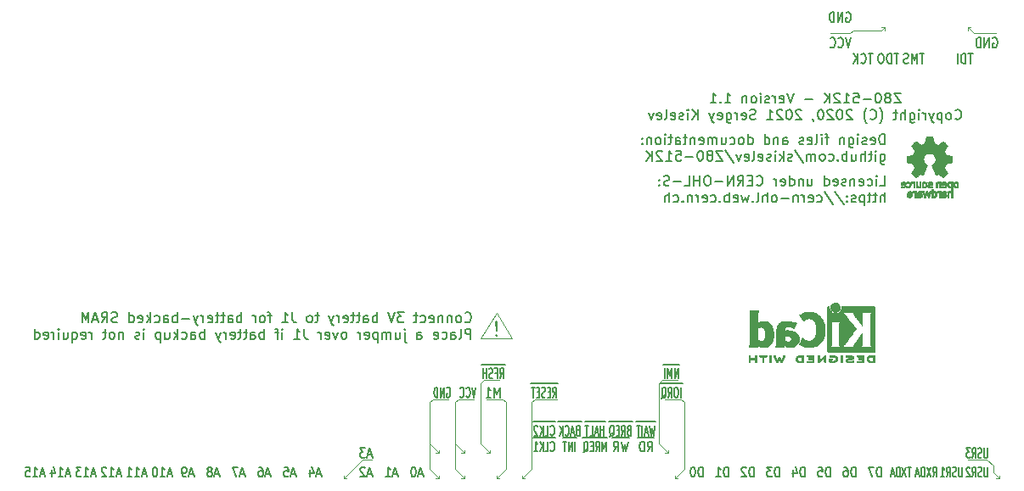
<source format=gbr>
G04 #@! TF.GenerationSoftware,KiCad,Pcbnew,(5.1.8)-1*
G04 #@! TF.CreationDate,2021-01-15T14:06:27-08:00*
G04 #@! TF.ProjectId,Z80-512K,5a38302d-3531-4324-9b2e-6b696361645f,1.1*
G04 #@! TF.SameCoordinates,Original*
G04 #@! TF.FileFunction,Legend,Bot*
G04 #@! TF.FilePolarity,Positive*
%FSLAX46Y46*%
G04 Gerber Fmt 4.6, Leading zero omitted, Abs format (unit mm)*
G04 Created by KiCad (PCBNEW (5.1.8)-1) date 2021-01-15 14:06:27*
%MOMM*%
%LPD*%
G01*
G04 APERTURE LIST*
%ADD10C,0.150000*%
%ADD11C,0.120000*%
%ADD12C,0.010000*%
G04 APERTURE END LIST*
D10*
X211754404Y-92654880D02*
X211754404Y-91654880D01*
X211516309Y-91654880D01*
X211373452Y-91702500D01*
X211278214Y-91797738D01*
X211230595Y-91892976D01*
X211182976Y-92083452D01*
X211182976Y-92226309D01*
X211230595Y-92416785D01*
X211278214Y-92512023D01*
X211373452Y-92607261D01*
X211516309Y-92654880D01*
X211754404Y-92654880D01*
X210373452Y-92607261D02*
X210468690Y-92654880D01*
X210659166Y-92654880D01*
X210754404Y-92607261D01*
X210802023Y-92512023D01*
X210802023Y-92131071D01*
X210754404Y-92035833D01*
X210659166Y-91988214D01*
X210468690Y-91988214D01*
X210373452Y-92035833D01*
X210325833Y-92131071D01*
X210325833Y-92226309D01*
X210802023Y-92321547D01*
X209944880Y-92607261D02*
X209849642Y-92654880D01*
X209659166Y-92654880D01*
X209563928Y-92607261D01*
X209516309Y-92512023D01*
X209516309Y-92464404D01*
X209563928Y-92369166D01*
X209659166Y-92321547D01*
X209802023Y-92321547D01*
X209897261Y-92273928D01*
X209944880Y-92178690D01*
X209944880Y-92131071D01*
X209897261Y-92035833D01*
X209802023Y-91988214D01*
X209659166Y-91988214D01*
X209563928Y-92035833D01*
X209087738Y-92654880D02*
X209087738Y-91988214D01*
X209087738Y-91654880D02*
X209135357Y-91702500D01*
X209087738Y-91750119D01*
X209040119Y-91702500D01*
X209087738Y-91654880D01*
X209087738Y-91750119D01*
X208182976Y-91988214D02*
X208182976Y-92797738D01*
X208230595Y-92892976D01*
X208278214Y-92940595D01*
X208373452Y-92988214D01*
X208516309Y-92988214D01*
X208611547Y-92940595D01*
X208182976Y-92607261D02*
X208278214Y-92654880D01*
X208468690Y-92654880D01*
X208563928Y-92607261D01*
X208611547Y-92559642D01*
X208659166Y-92464404D01*
X208659166Y-92178690D01*
X208611547Y-92083452D01*
X208563928Y-92035833D01*
X208468690Y-91988214D01*
X208278214Y-91988214D01*
X208182976Y-92035833D01*
X207706785Y-91988214D02*
X207706785Y-92654880D01*
X207706785Y-92083452D02*
X207659166Y-92035833D01*
X207563928Y-91988214D01*
X207421071Y-91988214D01*
X207325833Y-92035833D01*
X207278214Y-92131071D01*
X207278214Y-92654880D01*
X206182976Y-91988214D02*
X205802023Y-91988214D01*
X206040119Y-92654880D02*
X206040119Y-91797738D01*
X205992500Y-91702500D01*
X205897261Y-91654880D01*
X205802023Y-91654880D01*
X205468690Y-92654880D02*
X205468690Y-91988214D01*
X205468690Y-91654880D02*
X205516309Y-91702500D01*
X205468690Y-91750119D01*
X205421071Y-91702500D01*
X205468690Y-91654880D01*
X205468690Y-91750119D01*
X204849642Y-92654880D02*
X204944880Y-92607261D01*
X204992500Y-92512023D01*
X204992500Y-91654880D01*
X204087738Y-92607261D02*
X204182976Y-92654880D01*
X204373452Y-92654880D01*
X204468690Y-92607261D01*
X204516309Y-92512023D01*
X204516309Y-92131071D01*
X204468690Y-92035833D01*
X204373452Y-91988214D01*
X204182976Y-91988214D01*
X204087738Y-92035833D01*
X204040119Y-92131071D01*
X204040119Y-92226309D01*
X204516309Y-92321547D01*
X203659166Y-92607261D02*
X203563928Y-92654880D01*
X203373452Y-92654880D01*
X203278214Y-92607261D01*
X203230595Y-92512023D01*
X203230595Y-92464404D01*
X203278214Y-92369166D01*
X203373452Y-92321547D01*
X203516309Y-92321547D01*
X203611547Y-92273928D01*
X203659166Y-92178690D01*
X203659166Y-92131071D01*
X203611547Y-92035833D01*
X203516309Y-91988214D01*
X203373452Y-91988214D01*
X203278214Y-92035833D01*
X201611547Y-92654880D02*
X201611547Y-92131071D01*
X201659166Y-92035833D01*
X201754404Y-91988214D01*
X201944880Y-91988214D01*
X202040119Y-92035833D01*
X201611547Y-92607261D02*
X201706785Y-92654880D01*
X201944880Y-92654880D01*
X202040119Y-92607261D01*
X202087738Y-92512023D01*
X202087738Y-92416785D01*
X202040119Y-92321547D01*
X201944880Y-92273928D01*
X201706785Y-92273928D01*
X201611547Y-92226309D01*
X201135357Y-91988214D02*
X201135357Y-92654880D01*
X201135357Y-92083452D02*
X201087738Y-92035833D01*
X200992500Y-91988214D01*
X200849642Y-91988214D01*
X200754404Y-92035833D01*
X200706785Y-92131071D01*
X200706785Y-92654880D01*
X199802023Y-92654880D02*
X199802023Y-91654880D01*
X199802023Y-92607261D02*
X199897261Y-92654880D01*
X200087738Y-92654880D01*
X200182976Y-92607261D01*
X200230595Y-92559642D01*
X200278214Y-92464404D01*
X200278214Y-92178690D01*
X200230595Y-92083452D01*
X200182976Y-92035833D01*
X200087738Y-91988214D01*
X199897261Y-91988214D01*
X199802023Y-92035833D01*
X198135357Y-92654880D02*
X198135357Y-91654880D01*
X198135357Y-92607261D02*
X198230595Y-92654880D01*
X198421071Y-92654880D01*
X198516309Y-92607261D01*
X198563928Y-92559642D01*
X198611547Y-92464404D01*
X198611547Y-92178690D01*
X198563928Y-92083452D01*
X198516309Y-92035833D01*
X198421071Y-91988214D01*
X198230595Y-91988214D01*
X198135357Y-92035833D01*
X197516309Y-92654880D02*
X197611547Y-92607261D01*
X197659166Y-92559642D01*
X197706785Y-92464404D01*
X197706785Y-92178690D01*
X197659166Y-92083452D01*
X197611547Y-92035833D01*
X197516309Y-91988214D01*
X197373452Y-91988214D01*
X197278214Y-92035833D01*
X197230595Y-92083452D01*
X197182976Y-92178690D01*
X197182976Y-92464404D01*
X197230595Y-92559642D01*
X197278214Y-92607261D01*
X197373452Y-92654880D01*
X197516309Y-92654880D01*
X196325833Y-92607261D02*
X196421071Y-92654880D01*
X196611547Y-92654880D01*
X196706785Y-92607261D01*
X196754404Y-92559642D01*
X196802023Y-92464404D01*
X196802023Y-92178690D01*
X196754404Y-92083452D01*
X196706785Y-92035833D01*
X196611547Y-91988214D01*
X196421071Y-91988214D01*
X196325833Y-92035833D01*
X195468690Y-91988214D02*
X195468690Y-92654880D01*
X195897261Y-91988214D02*
X195897261Y-92512023D01*
X195849642Y-92607261D01*
X195754404Y-92654880D01*
X195611547Y-92654880D01*
X195516309Y-92607261D01*
X195468690Y-92559642D01*
X194992500Y-92654880D02*
X194992500Y-91988214D01*
X194992500Y-92083452D02*
X194944880Y-92035833D01*
X194849642Y-91988214D01*
X194706785Y-91988214D01*
X194611547Y-92035833D01*
X194563928Y-92131071D01*
X194563928Y-92654880D01*
X194563928Y-92131071D02*
X194516309Y-92035833D01*
X194421071Y-91988214D01*
X194278214Y-91988214D01*
X194182976Y-92035833D01*
X194135357Y-92131071D01*
X194135357Y-92654880D01*
X193278214Y-92607261D02*
X193373452Y-92654880D01*
X193563928Y-92654880D01*
X193659166Y-92607261D01*
X193706785Y-92512023D01*
X193706785Y-92131071D01*
X193659166Y-92035833D01*
X193563928Y-91988214D01*
X193373452Y-91988214D01*
X193278214Y-92035833D01*
X193230595Y-92131071D01*
X193230595Y-92226309D01*
X193706785Y-92321547D01*
X192802023Y-91988214D02*
X192802023Y-92654880D01*
X192802023Y-92083452D02*
X192754404Y-92035833D01*
X192659166Y-91988214D01*
X192516309Y-91988214D01*
X192421071Y-92035833D01*
X192373452Y-92131071D01*
X192373452Y-92654880D01*
X192040119Y-91988214D02*
X191659166Y-91988214D01*
X191897261Y-91654880D02*
X191897261Y-92512023D01*
X191849642Y-92607261D01*
X191754404Y-92654880D01*
X191659166Y-92654880D01*
X190897261Y-92654880D02*
X190897261Y-92131071D01*
X190944880Y-92035833D01*
X191040119Y-91988214D01*
X191230595Y-91988214D01*
X191325833Y-92035833D01*
X190897261Y-92607261D02*
X190992500Y-92654880D01*
X191230595Y-92654880D01*
X191325833Y-92607261D01*
X191373452Y-92512023D01*
X191373452Y-92416785D01*
X191325833Y-92321547D01*
X191230595Y-92273928D01*
X190992500Y-92273928D01*
X190897261Y-92226309D01*
X190563928Y-91988214D02*
X190182976Y-91988214D01*
X190421071Y-91654880D02*
X190421071Y-92512023D01*
X190373452Y-92607261D01*
X190278214Y-92654880D01*
X190182976Y-92654880D01*
X189849642Y-92654880D02*
X189849642Y-91988214D01*
X189849642Y-91654880D02*
X189897261Y-91702500D01*
X189849642Y-91750119D01*
X189802023Y-91702500D01*
X189849642Y-91654880D01*
X189849642Y-91750119D01*
X189230595Y-92654880D02*
X189325833Y-92607261D01*
X189373452Y-92559642D01*
X189421071Y-92464404D01*
X189421071Y-92178690D01*
X189373452Y-92083452D01*
X189325833Y-92035833D01*
X189230595Y-91988214D01*
X189087738Y-91988214D01*
X188992500Y-92035833D01*
X188944880Y-92083452D01*
X188897261Y-92178690D01*
X188897261Y-92464404D01*
X188944880Y-92559642D01*
X188992500Y-92607261D01*
X189087738Y-92654880D01*
X189230595Y-92654880D01*
X188468690Y-91988214D02*
X188468690Y-92654880D01*
X188468690Y-92083452D02*
X188421071Y-92035833D01*
X188325833Y-91988214D01*
X188182976Y-91988214D01*
X188087738Y-92035833D01*
X188040119Y-92131071D01*
X188040119Y-92654880D01*
X187563928Y-92559642D02*
X187516309Y-92607261D01*
X187563928Y-92654880D01*
X187611547Y-92607261D01*
X187563928Y-92559642D01*
X187563928Y-92654880D01*
X187563928Y-92035833D02*
X187516309Y-92083452D01*
X187563928Y-92131071D01*
X187611547Y-92083452D01*
X187563928Y-92035833D01*
X187563928Y-92131071D01*
X211325833Y-93638214D02*
X211325833Y-94447738D01*
X211373452Y-94542976D01*
X211421071Y-94590595D01*
X211516309Y-94638214D01*
X211659166Y-94638214D01*
X211754404Y-94590595D01*
X211325833Y-94257261D02*
X211421071Y-94304880D01*
X211611547Y-94304880D01*
X211706785Y-94257261D01*
X211754404Y-94209642D01*
X211802023Y-94114404D01*
X211802023Y-93828690D01*
X211754404Y-93733452D01*
X211706785Y-93685833D01*
X211611547Y-93638214D01*
X211421071Y-93638214D01*
X211325833Y-93685833D01*
X210849642Y-94304880D02*
X210849642Y-93638214D01*
X210849642Y-93304880D02*
X210897261Y-93352500D01*
X210849642Y-93400119D01*
X210802023Y-93352500D01*
X210849642Y-93304880D01*
X210849642Y-93400119D01*
X210516309Y-93638214D02*
X210135357Y-93638214D01*
X210373452Y-93304880D02*
X210373452Y-94162023D01*
X210325833Y-94257261D01*
X210230595Y-94304880D01*
X210135357Y-94304880D01*
X209802023Y-94304880D02*
X209802023Y-93304880D01*
X209373452Y-94304880D02*
X209373452Y-93781071D01*
X209421071Y-93685833D01*
X209516309Y-93638214D01*
X209659166Y-93638214D01*
X209754404Y-93685833D01*
X209802023Y-93733452D01*
X208468690Y-93638214D02*
X208468690Y-94304880D01*
X208897261Y-93638214D02*
X208897261Y-94162023D01*
X208849642Y-94257261D01*
X208754404Y-94304880D01*
X208611547Y-94304880D01*
X208516309Y-94257261D01*
X208468690Y-94209642D01*
X207992500Y-94304880D02*
X207992500Y-93304880D01*
X207992500Y-93685833D02*
X207897261Y-93638214D01*
X207706785Y-93638214D01*
X207611547Y-93685833D01*
X207563928Y-93733452D01*
X207516309Y-93828690D01*
X207516309Y-94114404D01*
X207563928Y-94209642D01*
X207611547Y-94257261D01*
X207706785Y-94304880D01*
X207897261Y-94304880D01*
X207992500Y-94257261D01*
X207087738Y-94209642D02*
X207040119Y-94257261D01*
X207087738Y-94304880D01*
X207135357Y-94257261D01*
X207087738Y-94209642D01*
X207087738Y-94304880D01*
X206182976Y-94257261D02*
X206278214Y-94304880D01*
X206468690Y-94304880D01*
X206563928Y-94257261D01*
X206611547Y-94209642D01*
X206659166Y-94114404D01*
X206659166Y-93828690D01*
X206611547Y-93733452D01*
X206563928Y-93685833D01*
X206468690Y-93638214D01*
X206278214Y-93638214D01*
X206182976Y-93685833D01*
X205611547Y-94304880D02*
X205706785Y-94257261D01*
X205754404Y-94209642D01*
X205802023Y-94114404D01*
X205802023Y-93828690D01*
X205754404Y-93733452D01*
X205706785Y-93685833D01*
X205611547Y-93638214D01*
X205468690Y-93638214D01*
X205373452Y-93685833D01*
X205325833Y-93733452D01*
X205278214Y-93828690D01*
X205278214Y-94114404D01*
X205325833Y-94209642D01*
X205373452Y-94257261D01*
X205468690Y-94304880D01*
X205611547Y-94304880D01*
X204849642Y-94304880D02*
X204849642Y-93638214D01*
X204849642Y-93733452D02*
X204802023Y-93685833D01*
X204706785Y-93638214D01*
X204563928Y-93638214D01*
X204468690Y-93685833D01*
X204421071Y-93781071D01*
X204421071Y-94304880D01*
X204421071Y-93781071D02*
X204373452Y-93685833D01*
X204278214Y-93638214D01*
X204135357Y-93638214D01*
X204040119Y-93685833D01*
X203992500Y-93781071D01*
X203992500Y-94304880D01*
X202802023Y-93257261D02*
X203659166Y-94542976D01*
X202516309Y-94257261D02*
X202421071Y-94304880D01*
X202230595Y-94304880D01*
X202135357Y-94257261D01*
X202087738Y-94162023D01*
X202087738Y-94114404D01*
X202135357Y-94019166D01*
X202230595Y-93971547D01*
X202373452Y-93971547D01*
X202468690Y-93923928D01*
X202516309Y-93828690D01*
X202516309Y-93781071D01*
X202468690Y-93685833D01*
X202373452Y-93638214D01*
X202230595Y-93638214D01*
X202135357Y-93685833D01*
X201659166Y-94304880D02*
X201659166Y-93304880D01*
X201563928Y-93923928D02*
X201278214Y-94304880D01*
X201278214Y-93638214D02*
X201659166Y-94019166D01*
X200849642Y-94304880D02*
X200849642Y-93638214D01*
X200849642Y-93304880D02*
X200897261Y-93352500D01*
X200849642Y-93400119D01*
X200802023Y-93352500D01*
X200849642Y-93304880D01*
X200849642Y-93400119D01*
X200421071Y-94257261D02*
X200325833Y-94304880D01*
X200135357Y-94304880D01*
X200040119Y-94257261D01*
X199992500Y-94162023D01*
X199992500Y-94114404D01*
X200040119Y-94019166D01*
X200135357Y-93971547D01*
X200278214Y-93971547D01*
X200373452Y-93923928D01*
X200421071Y-93828690D01*
X200421071Y-93781071D01*
X200373452Y-93685833D01*
X200278214Y-93638214D01*
X200135357Y-93638214D01*
X200040119Y-93685833D01*
X199182976Y-94257261D02*
X199278214Y-94304880D01*
X199468690Y-94304880D01*
X199563928Y-94257261D01*
X199611547Y-94162023D01*
X199611547Y-93781071D01*
X199563928Y-93685833D01*
X199468690Y-93638214D01*
X199278214Y-93638214D01*
X199182976Y-93685833D01*
X199135357Y-93781071D01*
X199135357Y-93876309D01*
X199611547Y-93971547D01*
X198563928Y-94304880D02*
X198659166Y-94257261D01*
X198706785Y-94162023D01*
X198706785Y-93304880D01*
X197802023Y-94257261D02*
X197897261Y-94304880D01*
X198087738Y-94304880D01*
X198182976Y-94257261D01*
X198230595Y-94162023D01*
X198230595Y-93781071D01*
X198182976Y-93685833D01*
X198087738Y-93638214D01*
X197897261Y-93638214D01*
X197802023Y-93685833D01*
X197754404Y-93781071D01*
X197754404Y-93876309D01*
X198230595Y-93971547D01*
X197421071Y-93638214D02*
X197182976Y-94304880D01*
X196944880Y-93638214D01*
X195849642Y-93257261D02*
X196706785Y-94542976D01*
X195611547Y-93304880D02*
X194944880Y-93304880D01*
X195611547Y-94304880D01*
X194944880Y-94304880D01*
X194421071Y-93733452D02*
X194516309Y-93685833D01*
X194563928Y-93638214D01*
X194611547Y-93542976D01*
X194611547Y-93495357D01*
X194563928Y-93400119D01*
X194516309Y-93352500D01*
X194421071Y-93304880D01*
X194230595Y-93304880D01*
X194135357Y-93352500D01*
X194087738Y-93400119D01*
X194040119Y-93495357D01*
X194040119Y-93542976D01*
X194087738Y-93638214D01*
X194135357Y-93685833D01*
X194230595Y-93733452D01*
X194421071Y-93733452D01*
X194516309Y-93781071D01*
X194563928Y-93828690D01*
X194611547Y-93923928D01*
X194611547Y-94114404D01*
X194563928Y-94209642D01*
X194516309Y-94257261D01*
X194421071Y-94304880D01*
X194230595Y-94304880D01*
X194135357Y-94257261D01*
X194087738Y-94209642D01*
X194040119Y-94114404D01*
X194040119Y-93923928D01*
X194087738Y-93828690D01*
X194135357Y-93781071D01*
X194230595Y-93733452D01*
X193421071Y-93304880D02*
X193325833Y-93304880D01*
X193230595Y-93352500D01*
X193182976Y-93400119D01*
X193135357Y-93495357D01*
X193087738Y-93685833D01*
X193087738Y-93923928D01*
X193135357Y-94114404D01*
X193182976Y-94209642D01*
X193230595Y-94257261D01*
X193325833Y-94304880D01*
X193421071Y-94304880D01*
X193516309Y-94257261D01*
X193563928Y-94209642D01*
X193611547Y-94114404D01*
X193659166Y-93923928D01*
X193659166Y-93685833D01*
X193611547Y-93495357D01*
X193563928Y-93400119D01*
X193516309Y-93352500D01*
X193421071Y-93304880D01*
X192659166Y-93923928D02*
X191897261Y-93923928D01*
X190944880Y-93304880D02*
X191421071Y-93304880D01*
X191468690Y-93781071D01*
X191421071Y-93733452D01*
X191325833Y-93685833D01*
X191087738Y-93685833D01*
X190992500Y-93733452D01*
X190944880Y-93781071D01*
X190897261Y-93876309D01*
X190897261Y-94114404D01*
X190944880Y-94209642D01*
X190992500Y-94257261D01*
X191087738Y-94304880D01*
X191325833Y-94304880D01*
X191421071Y-94257261D01*
X191468690Y-94209642D01*
X189944880Y-94304880D02*
X190516309Y-94304880D01*
X190230595Y-94304880D02*
X190230595Y-93304880D01*
X190325833Y-93447738D01*
X190421071Y-93542976D01*
X190516309Y-93590595D01*
X189563928Y-93400119D02*
X189516309Y-93352500D01*
X189421071Y-93304880D01*
X189182976Y-93304880D01*
X189087738Y-93352500D01*
X189040119Y-93400119D01*
X188992500Y-93495357D01*
X188992500Y-93590595D01*
X189040119Y-93733452D01*
X189611547Y-94304880D01*
X188992500Y-94304880D01*
X188563928Y-94304880D02*
X188563928Y-93304880D01*
X187992500Y-94304880D02*
X188421071Y-93733452D01*
X187992500Y-93304880D02*
X188563928Y-93876309D01*
X211278214Y-96782380D02*
X211754404Y-96782380D01*
X211754404Y-95782380D01*
X210944880Y-96782380D02*
X210944880Y-96115714D01*
X210944880Y-95782380D02*
X210992500Y-95830000D01*
X210944880Y-95877619D01*
X210897261Y-95830000D01*
X210944880Y-95782380D01*
X210944880Y-95877619D01*
X210040119Y-96734761D02*
X210135357Y-96782380D01*
X210325833Y-96782380D01*
X210421071Y-96734761D01*
X210468690Y-96687142D01*
X210516309Y-96591904D01*
X210516309Y-96306190D01*
X210468690Y-96210952D01*
X210421071Y-96163333D01*
X210325833Y-96115714D01*
X210135357Y-96115714D01*
X210040119Y-96163333D01*
X209230595Y-96734761D02*
X209325833Y-96782380D01*
X209516309Y-96782380D01*
X209611547Y-96734761D01*
X209659166Y-96639523D01*
X209659166Y-96258571D01*
X209611547Y-96163333D01*
X209516309Y-96115714D01*
X209325833Y-96115714D01*
X209230595Y-96163333D01*
X209182976Y-96258571D01*
X209182976Y-96353809D01*
X209659166Y-96449047D01*
X208754404Y-96115714D02*
X208754404Y-96782380D01*
X208754404Y-96210952D02*
X208706785Y-96163333D01*
X208611547Y-96115714D01*
X208468690Y-96115714D01*
X208373452Y-96163333D01*
X208325833Y-96258571D01*
X208325833Y-96782380D01*
X207897261Y-96734761D02*
X207802023Y-96782380D01*
X207611547Y-96782380D01*
X207516309Y-96734761D01*
X207468690Y-96639523D01*
X207468690Y-96591904D01*
X207516309Y-96496666D01*
X207611547Y-96449047D01*
X207754404Y-96449047D01*
X207849642Y-96401428D01*
X207897261Y-96306190D01*
X207897261Y-96258571D01*
X207849642Y-96163333D01*
X207754404Y-96115714D01*
X207611547Y-96115714D01*
X207516309Y-96163333D01*
X206659166Y-96734761D02*
X206754404Y-96782380D01*
X206944880Y-96782380D01*
X207040119Y-96734761D01*
X207087738Y-96639523D01*
X207087738Y-96258571D01*
X207040119Y-96163333D01*
X206944880Y-96115714D01*
X206754404Y-96115714D01*
X206659166Y-96163333D01*
X206611547Y-96258571D01*
X206611547Y-96353809D01*
X207087738Y-96449047D01*
X205754404Y-96782380D02*
X205754404Y-95782380D01*
X205754404Y-96734761D02*
X205849642Y-96782380D01*
X206040119Y-96782380D01*
X206135357Y-96734761D01*
X206182976Y-96687142D01*
X206230595Y-96591904D01*
X206230595Y-96306190D01*
X206182976Y-96210952D01*
X206135357Y-96163333D01*
X206040119Y-96115714D01*
X205849642Y-96115714D01*
X205754404Y-96163333D01*
X204087738Y-96115714D02*
X204087738Y-96782380D01*
X204516309Y-96115714D02*
X204516309Y-96639523D01*
X204468690Y-96734761D01*
X204373452Y-96782380D01*
X204230595Y-96782380D01*
X204135357Y-96734761D01*
X204087738Y-96687142D01*
X203611547Y-96115714D02*
X203611547Y-96782380D01*
X203611547Y-96210952D02*
X203563928Y-96163333D01*
X203468690Y-96115714D01*
X203325833Y-96115714D01*
X203230595Y-96163333D01*
X203182976Y-96258571D01*
X203182976Y-96782380D01*
X202278214Y-96782380D02*
X202278214Y-95782380D01*
X202278214Y-96734761D02*
X202373452Y-96782380D01*
X202563928Y-96782380D01*
X202659166Y-96734761D01*
X202706785Y-96687142D01*
X202754404Y-96591904D01*
X202754404Y-96306190D01*
X202706785Y-96210952D01*
X202659166Y-96163333D01*
X202563928Y-96115714D01*
X202373452Y-96115714D01*
X202278214Y-96163333D01*
X201421071Y-96734761D02*
X201516309Y-96782380D01*
X201706785Y-96782380D01*
X201802023Y-96734761D01*
X201849642Y-96639523D01*
X201849642Y-96258571D01*
X201802023Y-96163333D01*
X201706785Y-96115714D01*
X201516309Y-96115714D01*
X201421071Y-96163333D01*
X201373452Y-96258571D01*
X201373452Y-96353809D01*
X201849642Y-96449047D01*
X200944880Y-96782380D02*
X200944880Y-96115714D01*
X200944880Y-96306190D02*
X200897261Y-96210952D01*
X200849642Y-96163333D01*
X200754404Y-96115714D01*
X200659166Y-96115714D01*
X198992500Y-96687142D02*
X199040119Y-96734761D01*
X199182976Y-96782380D01*
X199278214Y-96782380D01*
X199421071Y-96734761D01*
X199516309Y-96639523D01*
X199563928Y-96544285D01*
X199611547Y-96353809D01*
X199611547Y-96210952D01*
X199563928Y-96020476D01*
X199516309Y-95925238D01*
X199421071Y-95830000D01*
X199278214Y-95782380D01*
X199182976Y-95782380D01*
X199040119Y-95830000D01*
X198992500Y-95877619D01*
X198563928Y-96258571D02*
X198230595Y-96258571D01*
X198087738Y-96782380D02*
X198563928Y-96782380D01*
X198563928Y-95782380D01*
X198087738Y-95782380D01*
X197087738Y-96782380D02*
X197421071Y-96306190D01*
X197659166Y-96782380D02*
X197659166Y-95782380D01*
X197278214Y-95782380D01*
X197182976Y-95830000D01*
X197135357Y-95877619D01*
X197087738Y-95972857D01*
X197087738Y-96115714D01*
X197135357Y-96210952D01*
X197182976Y-96258571D01*
X197278214Y-96306190D01*
X197659166Y-96306190D01*
X196659166Y-96782380D02*
X196659166Y-95782380D01*
X196087738Y-96782380D01*
X196087738Y-95782380D01*
X195611547Y-96401428D02*
X194849642Y-96401428D01*
X194182976Y-95782380D02*
X193992500Y-95782380D01*
X193897261Y-95830000D01*
X193802023Y-95925238D01*
X193754404Y-96115714D01*
X193754404Y-96449047D01*
X193802023Y-96639523D01*
X193897261Y-96734761D01*
X193992500Y-96782380D01*
X194182976Y-96782380D01*
X194278214Y-96734761D01*
X194373452Y-96639523D01*
X194421071Y-96449047D01*
X194421071Y-96115714D01*
X194373452Y-95925238D01*
X194278214Y-95830000D01*
X194182976Y-95782380D01*
X193325833Y-96782380D02*
X193325833Y-95782380D01*
X193325833Y-96258571D02*
X192754404Y-96258571D01*
X192754404Y-96782380D02*
X192754404Y-95782380D01*
X191802023Y-96782380D02*
X192278214Y-96782380D01*
X192278214Y-95782380D01*
X191468690Y-96401428D02*
X190706785Y-96401428D01*
X190278214Y-96734761D02*
X190135357Y-96782380D01*
X189897261Y-96782380D01*
X189802023Y-96734761D01*
X189754404Y-96687142D01*
X189706785Y-96591904D01*
X189706785Y-96496666D01*
X189754404Y-96401428D01*
X189802023Y-96353809D01*
X189897261Y-96306190D01*
X190087738Y-96258571D01*
X190182976Y-96210952D01*
X190230595Y-96163333D01*
X190278214Y-96068095D01*
X190278214Y-95972857D01*
X190230595Y-95877619D01*
X190182976Y-95830000D01*
X190087738Y-95782380D01*
X189849642Y-95782380D01*
X189706785Y-95830000D01*
X189278214Y-96687142D02*
X189230595Y-96734761D01*
X189278214Y-96782380D01*
X189325833Y-96734761D01*
X189278214Y-96687142D01*
X189278214Y-96782380D01*
X189278214Y-96163333D02*
X189230595Y-96210952D01*
X189278214Y-96258571D01*
X189325833Y-96210952D01*
X189278214Y-96163333D01*
X189278214Y-96258571D01*
X211754404Y-98432380D02*
X211754404Y-97432380D01*
X211325833Y-98432380D02*
X211325833Y-97908571D01*
X211373452Y-97813333D01*
X211468690Y-97765714D01*
X211611547Y-97765714D01*
X211706785Y-97813333D01*
X211754404Y-97860952D01*
X210992500Y-97765714D02*
X210611547Y-97765714D01*
X210849642Y-97432380D02*
X210849642Y-98289523D01*
X210802023Y-98384761D01*
X210706785Y-98432380D01*
X210611547Y-98432380D01*
X210421071Y-97765714D02*
X210040119Y-97765714D01*
X210278214Y-97432380D02*
X210278214Y-98289523D01*
X210230595Y-98384761D01*
X210135357Y-98432380D01*
X210040119Y-98432380D01*
X209706785Y-97765714D02*
X209706785Y-98765714D01*
X209706785Y-97813333D02*
X209611547Y-97765714D01*
X209421071Y-97765714D01*
X209325833Y-97813333D01*
X209278214Y-97860952D01*
X209230595Y-97956190D01*
X209230595Y-98241904D01*
X209278214Y-98337142D01*
X209325833Y-98384761D01*
X209421071Y-98432380D01*
X209611547Y-98432380D01*
X209706785Y-98384761D01*
X208849642Y-98384761D02*
X208754404Y-98432380D01*
X208563928Y-98432380D01*
X208468690Y-98384761D01*
X208421071Y-98289523D01*
X208421071Y-98241904D01*
X208468690Y-98146666D01*
X208563928Y-98099047D01*
X208706785Y-98099047D01*
X208802023Y-98051428D01*
X208849642Y-97956190D01*
X208849642Y-97908571D01*
X208802023Y-97813333D01*
X208706785Y-97765714D01*
X208563928Y-97765714D01*
X208468690Y-97813333D01*
X207992500Y-98337142D02*
X207944880Y-98384761D01*
X207992500Y-98432380D01*
X208040119Y-98384761D01*
X207992500Y-98337142D01*
X207992500Y-98432380D01*
X207992500Y-97813333D02*
X207944880Y-97860952D01*
X207992500Y-97908571D01*
X208040119Y-97860952D01*
X207992500Y-97813333D01*
X207992500Y-97908571D01*
X206802023Y-97384761D02*
X207659166Y-98670476D01*
X205754404Y-97384761D02*
X206611547Y-98670476D01*
X204992500Y-98384761D02*
X205087738Y-98432380D01*
X205278214Y-98432380D01*
X205373452Y-98384761D01*
X205421071Y-98337142D01*
X205468690Y-98241904D01*
X205468690Y-97956190D01*
X205421071Y-97860952D01*
X205373452Y-97813333D01*
X205278214Y-97765714D01*
X205087738Y-97765714D01*
X204992500Y-97813333D01*
X204182976Y-98384761D02*
X204278214Y-98432380D01*
X204468690Y-98432380D01*
X204563928Y-98384761D01*
X204611547Y-98289523D01*
X204611547Y-97908571D01*
X204563928Y-97813333D01*
X204468690Y-97765714D01*
X204278214Y-97765714D01*
X204182976Y-97813333D01*
X204135357Y-97908571D01*
X204135357Y-98003809D01*
X204611547Y-98099047D01*
X203706785Y-98432380D02*
X203706785Y-97765714D01*
X203706785Y-97956190D02*
X203659166Y-97860952D01*
X203611547Y-97813333D01*
X203516309Y-97765714D01*
X203421071Y-97765714D01*
X203087738Y-97765714D02*
X203087738Y-98432380D01*
X203087738Y-97860952D02*
X203040119Y-97813333D01*
X202944880Y-97765714D01*
X202802023Y-97765714D01*
X202706785Y-97813333D01*
X202659166Y-97908571D01*
X202659166Y-98432380D01*
X202182976Y-98051428D02*
X201421071Y-98051428D01*
X200802023Y-98432380D02*
X200897261Y-98384761D01*
X200944880Y-98337142D01*
X200992500Y-98241904D01*
X200992500Y-97956190D01*
X200944880Y-97860952D01*
X200897261Y-97813333D01*
X200802023Y-97765714D01*
X200659166Y-97765714D01*
X200563928Y-97813333D01*
X200516309Y-97860952D01*
X200468690Y-97956190D01*
X200468690Y-98241904D01*
X200516309Y-98337142D01*
X200563928Y-98384761D01*
X200659166Y-98432380D01*
X200802023Y-98432380D01*
X200040119Y-98432380D02*
X200040119Y-97432380D01*
X199611547Y-98432380D02*
X199611547Y-97908571D01*
X199659166Y-97813333D01*
X199754404Y-97765714D01*
X199897261Y-97765714D01*
X199992500Y-97813333D01*
X200040119Y-97860952D01*
X198992500Y-98432380D02*
X199087738Y-98384761D01*
X199135357Y-98289523D01*
X199135357Y-97432380D01*
X198611547Y-98337142D02*
X198563928Y-98384761D01*
X198611547Y-98432380D01*
X198659166Y-98384761D01*
X198611547Y-98337142D01*
X198611547Y-98432380D01*
X198230595Y-97765714D02*
X198040119Y-98432380D01*
X197849642Y-97956190D01*
X197659166Y-98432380D01*
X197468690Y-97765714D01*
X196706785Y-98384761D02*
X196802023Y-98432380D01*
X196992500Y-98432380D01*
X197087738Y-98384761D01*
X197135357Y-98289523D01*
X197135357Y-97908571D01*
X197087738Y-97813333D01*
X196992500Y-97765714D01*
X196802023Y-97765714D01*
X196706785Y-97813333D01*
X196659166Y-97908571D01*
X196659166Y-98003809D01*
X197135357Y-98099047D01*
X196230595Y-98432380D02*
X196230595Y-97432380D01*
X196230595Y-97813333D02*
X196135357Y-97765714D01*
X195944880Y-97765714D01*
X195849642Y-97813333D01*
X195802023Y-97860952D01*
X195754404Y-97956190D01*
X195754404Y-98241904D01*
X195802023Y-98337142D01*
X195849642Y-98384761D01*
X195944880Y-98432380D01*
X196135357Y-98432380D01*
X196230595Y-98384761D01*
X195325833Y-98337142D02*
X195278214Y-98384761D01*
X195325833Y-98432380D01*
X195373452Y-98384761D01*
X195325833Y-98337142D01*
X195325833Y-98432380D01*
X194421071Y-98384761D02*
X194516309Y-98432380D01*
X194706785Y-98432380D01*
X194802023Y-98384761D01*
X194849642Y-98337142D01*
X194897261Y-98241904D01*
X194897261Y-97956190D01*
X194849642Y-97860952D01*
X194802023Y-97813333D01*
X194706785Y-97765714D01*
X194516309Y-97765714D01*
X194421071Y-97813333D01*
X193611547Y-98384761D02*
X193706785Y-98432380D01*
X193897261Y-98432380D01*
X193992500Y-98384761D01*
X194040119Y-98289523D01*
X194040119Y-97908571D01*
X193992500Y-97813333D01*
X193897261Y-97765714D01*
X193706785Y-97765714D01*
X193611547Y-97813333D01*
X193563928Y-97908571D01*
X193563928Y-98003809D01*
X194040119Y-98099047D01*
X193135357Y-98432380D02*
X193135357Y-97765714D01*
X193135357Y-97956190D02*
X193087738Y-97860952D01*
X193040119Y-97813333D01*
X192944880Y-97765714D01*
X192849642Y-97765714D01*
X192516309Y-97765714D02*
X192516309Y-98432380D01*
X192516309Y-97860952D02*
X192468690Y-97813333D01*
X192373452Y-97765714D01*
X192230595Y-97765714D01*
X192135357Y-97813333D01*
X192087738Y-97908571D01*
X192087738Y-98432380D01*
X191611547Y-98337142D02*
X191563928Y-98384761D01*
X191611547Y-98432380D01*
X191659166Y-98384761D01*
X191611547Y-98337142D01*
X191611547Y-98432380D01*
X190706785Y-98384761D02*
X190802023Y-98432380D01*
X190992500Y-98432380D01*
X191087738Y-98384761D01*
X191135357Y-98337142D01*
X191182976Y-98241904D01*
X191182976Y-97956190D01*
X191135357Y-97860952D01*
X191087738Y-97813333D01*
X190992500Y-97765714D01*
X190802023Y-97765714D01*
X190706785Y-97813333D01*
X190278214Y-98432380D02*
X190278214Y-97432380D01*
X189849642Y-98432380D02*
X189849642Y-97908571D01*
X189897261Y-97813333D01*
X189992500Y-97765714D01*
X190135357Y-97765714D01*
X190230595Y-97813333D01*
X190278214Y-97860952D01*
D11*
X208280000Y-81597500D02*
X208597500Y-81280000D01*
X208280000Y-81597500D02*
X206375000Y-81597500D01*
X220662500Y-81597500D02*
X220027500Y-80962500D01*
X220662500Y-81597500D02*
X222885000Y-81597500D01*
X211455000Y-81280000D02*
X208597500Y-81280000D01*
X211772500Y-80962500D02*
X211455000Y-81280000D01*
X211772500Y-80962500D02*
X211772500Y-81280000D01*
X211455000Y-80962500D02*
X211772500Y-80962500D01*
X220345000Y-80962500D02*
X220027500Y-80962500D01*
X220027500Y-80962500D02*
X220345000Y-80962500D01*
X220027500Y-81280000D02*
X220027500Y-80962500D01*
X220027500Y-80962500D02*
X220027500Y-81280000D01*
D10*
X207937023Y-79510000D02*
X208013214Y-79462380D01*
X208127500Y-79462380D01*
X208241785Y-79510000D01*
X208317976Y-79605238D01*
X208356071Y-79700476D01*
X208394166Y-79890952D01*
X208394166Y-80033809D01*
X208356071Y-80224285D01*
X208317976Y-80319523D01*
X208241785Y-80414761D01*
X208127500Y-80462380D01*
X208051309Y-80462380D01*
X207937023Y-80414761D01*
X207898928Y-80367142D01*
X207898928Y-80033809D01*
X208051309Y-80033809D01*
X207556071Y-80462380D02*
X207556071Y-79462380D01*
X207098928Y-80462380D01*
X207098928Y-79462380D01*
X206717976Y-80462380D02*
X206717976Y-79462380D01*
X206527500Y-79462380D01*
X206413214Y-79510000D01*
X206337023Y-79605238D01*
X206298928Y-79700476D01*
X206260833Y-79890952D01*
X206260833Y-80033809D01*
X206298928Y-80224285D01*
X206337023Y-80319523D01*
X206413214Y-80414761D01*
X206527500Y-80462380D01*
X206717976Y-80462380D01*
X208394166Y-82002380D02*
X208127500Y-83002380D01*
X207860833Y-82002380D01*
X207137023Y-82907142D02*
X207175119Y-82954761D01*
X207289404Y-83002380D01*
X207365595Y-83002380D01*
X207479880Y-82954761D01*
X207556071Y-82859523D01*
X207594166Y-82764285D01*
X207632261Y-82573809D01*
X207632261Y-82430952D01*
X207594166Y-82240476D01*
X207556071Y-82145238D01*
X207479880Y-82050000D01*
X207365595Y-82002380D01*
X207289404Y-82002380D01*
X207175119Y-82050000D01*
X207137023Y-82097619D01*
X206337023Y-82907142D02*
X206375119Y-82954761D01*
X206489404Y-83002380D01*
X206565595Y-83002380D01*
X206679880Y-82954761D01*
X206756071Y-82859523D01*
X206794166Y-82764285D01*
X206832261Y-82573809D01*
X206832261Y-82430952D01*
X206794166Y-82240476D01*
X206756071Y-82145238D01*
X206679880Y-82050000D01*
X206565595Y-82002380D01*
X206489404Y-82002380D01*
X206375119Y-82050000D01*
X206337023Y-82097619D01*
X222542023Y-82050000D02*
X222618214Y-82002380D01*
X222732500Y-82002380D01*
X222846785Y-82050000D01*
X222922976Y-82145238D01*
X222961071Y-82240476D01*
X222999166Y-82430952D01*
X222999166Y-82573809D01*
X222961071Y-82764285D01*
X222922976Y-82859523D01*
X222846785Y-82954761D01*
X222732500Y-83002380D01*
X222656309Y-83002380D01*
X222542023Y-82954761D01*
X222503928Y-82907142D01*
X222503928Y-82573809D01*
X222656309Y-82573809D01*
X222161071Y-83002380D02*
X222161071Y-82002380D01*
X221703928Y-83002380D01*
X221703928Y-82002380D01*
X221322976Y-83002380D02*
X221322976Y-82002380D01*
X221132500Y-82002380D01*
X221018214Y-82050000D01*
X220942023Y-82145238D01*
X220903928Y-82240476D01*
X220865833Y-82430952D01*
X220865833Y-82573809D01*
X220903928Y-82764285D01*
X220942023Y-82859523D01*
X221018214Y-82954761D01*
X221132500Y-83002380D01*
X221322976Y-83002380D01*
X210578571Y-83589880D02*
X210121428Y-83589880D01*
X210350000Y-84589880D02*
X210350000Y-83589880D01*
X209397619Y-84494642D02*
X209435714Y-84542261D01*
X209550000Y-84589880D01*
X209626190Y-84589880D01*
X209740476Y-84542261D01*
X209816666Y-84447023D01*
X209854761Y-84351785D01*
X209892857Y-84161309D01*
X209892857Y-84018452D01*
X209854761Y-83827976D01*
X209816666Y-83732738D01*
X209740476Y-83637500D01*
X209626190Y-83589880D01*
X209550000Y-83589880D01*
X209435714Y-83637500D01*
X209397619Y-83685119D01*
X209054761Y-84589880D02*
X209054761Y-83589880D01*
X208597619Y-84589880D02*
X208940476Y-84018452D01*
X208597619Y-83589880D02*
X209054761Y-84161309D01*
X213137619Y-83589880D02*
X212680476Y-83589880D01*
X212909047Y-84589880D02*
X212909047Y-83589880D01*
X212413809Y-84589880D02*
X212413809Y-83589880D01*
X212223333Y-83589880D01*
X212109047Y-83637500D01*
X212032857Y-83732738D01*
X211994761Y-83827976D01*
X211956666Y-84018452D01*
X211956666Y-84161309D01*
X211994761Y-84351785D01*
X212032857Y-84447023D01*
X212109047Y-84542261D01*
X212223333Y-84589880D01*
X212413809Y-84589880D01*
X211461428Y-83589880D02*
X211309047Y-83589880D01*
X211232857Y-83637500D01*
X211156666Y-83732738D01*
X211118571Y-83923214D01*
X211118571Y-84256547D01*
X211156666Y-84447023D01*
X211232857Y-84542261D01*
X211309047Y-84589880D01*
X211461428Y-84589880D01*
X211537619Y-84542261D01*
X211613809Y-84447023D01*
X211651904Y-84256547D01*
X211651904Y-83923214D01*
X211613809Y-83732738D01*
X211537619Y-83637500D01*
X211461428Y-83589880D01*
X215696666Y-83589880D02*
X215239523Y-83589880D01*
X215468095Y-84589880D02*
X215468095Y-83589880D01*
X214972857Y-84589880D02*
X214972857Y-83589880D01*
X214706190Y-84304166D01*
X214439523Y-83589880D01*
X214439523Y-84589880D01*
X214096666Y-84542261D02*
X213982380Y-84589880D01*
X213791904Y-84589880D01*
X213715714Y-84542261D01*
X213677619Y-84494642D01*
X213639523Y-84399404D01*
X213639523Y-84304166D01*
X213677619Y-84208928D01*
X213715714Y-84161309D01*
X213791904Y-84113690D01*
X213944285Y-84066071D01*
X214020476Y-84018452D01*
X214058571Y-83970833D01*
X214096666Y-83875595D01*
X214096666Y-83780357D01*
X214058571Y-83685119D01*
X214020476Y-83637500D01*
X213944285Y-83589880D01*
X213753809Y-83589880D01*
X213639523Y-83637500D01*
X220529047Y-83589880D02*
X220071904Y-83589880D01*
X220300476Y-84589880D02*
X220300476Y-83589880D01*
X219805238Y-84589880D02*
X219805238Y-83589880D01*
X219614761Y-83589880D01*
X219500476Y-83637500D01*
X219424285Y-83732738D01*
X219386190Y-83827976D01*
X219348095Y-84018452D01*
X219348095Y-84161309D01*
X219386190Y-84351785D01*
X219424285Y-84447023D01*
X219500476Y-84542261D01*
X219614761Y-84589880D01*
X219805238Y-84589880D01*
X219005238Y-84589880D02*
X219005238Y-83589880D01*
X173037500Y-111660714D02*
X172966071Y-111732142D01*
X173037500Y-111803571D01*
X173108928Y-111732142D01*
X173037500Y-111660714D01*
X173037500Y-111803571D01*
X173037500Y-111232142D02*
X173108928Y-110375000D01*
X173037500Y-110303571D01*
X172966071Y-110375000D01*
X173037500Y-111232142D01*
X173037500Y-110303571D01*
D11*
X173037500Y-109537500D02*
X171450000Y-112077500D01*
X174625000Y-112077500D02*
X173037500Y-109537500D01*
X171450000Y-112077500D02*
X174625000Y-112077500D01*
D10*
X169907976Y-110339642D02*
X169955595Y-110387261D01*
X170098452Y-110434880D01*
X170193690Y-110434880D01*
X170336547Y-110387261D01*
X170431785Y-110292023D01*
X170479404Y-110196785D01*
X170527023Y-110006309D01*
X170527023Y-109863452D01*
X170479404Y-109672976D01*
X170431785Y-109577738D01*
X170336547Y-109482500D01*
X170193690Y-109434880D01*
X170098452Y-109434880D01*
X169955595Y-109482500D01*
X169907976Y-109530119D01*
X169336547Y-110434880D02*
X169431785Y-110387261D01*
X169479404Y-110339642D01*
X169527023Y-110244404D01*
X169527023Y-109958690D01*
X169479404Y-109863452D01*
X169431785Y-109815833D01*
X169336547Y-109768214D01*
X169193690Y-109768214D01*
X169098452Y-109815833D01*
X169050833Y-109863452D01*
X169003214Y-109958690D01*
X169003214Y-110244404D01*
X169050833Y-110339642D01*
X169098452Y-110387261D01*
X169193690Y-110434880D01*
X169336547Y-110434880D01*
X168574642Y-109768214D02*
X168574642Y-110434880D01*
X168574642Y-109863452D02*
X168527023Y-109815833D01*
X168431785Y-109768214D01*
X168288928Y-109768214D01*
X168193690Y-109815833D01*
X168146071Y-109911071D01*
X168146071Y-110434880D01*
X167669880Y-109768214D02*
X167669880Y-110434880D01*
X167669880Y-109863452D02*
X167622261Y-109815833D01*
X167527023Y-109768214D01*
X167384166Y-109768214D01*
X167288928Y-109815833D01*
X167241309Y-109911071D01*
X167241309Y-110434880D01*
X166384166Y-110387261D02*
X166479404Y-110434880D01*
X166669880Y-110434880D01*
X166765119Y-110387261D01*
X166812738Y-110292023D01*
X166812738Y-109911071D01*
X166765119Y-109815833D01*
X166669880Y-109768214D01*
X166479404Y-109768214D01*
X166384166Y-109815833D01*
X166336547Y-109911071D01*
X166336547Y-110006309D01*
X166812738Y-110101547D01*
X165479404Y-110387261D02*
X165574642Y-110434880D01*
X165765119Y-110434880D01*
X165860357Y-110387261D01*
X165907976Y-110339642D01*
X165955595Y-110244404D01*
X165955595Y-109958690D01*
X165907976Y-109863452D01*
X165860357Y-109815833D01*
X165765119Y-109768214D01*
X165574642Y-109768214D01*
X165479404Y-109815833D01*
X165193690Y-109768214D02*
X164812738Y-109768214D01*
X165050833Y-109434880D02*
X165050833Y-110292023D01*
X165003214Y-110387261D01*
X164907976Y-110434880D01*
X164812738Y-110434880D01*
X163812738Y-109434880D02*
X163193690Y-109434880D01*
X163527023Y-109815833D01*
X163384166Y-109815833D01*
X163288928Y-109863452D01*
X163241309Y-109911071D01*
X163193690Y-110006309D01*
X163193690Y-110244404D01*
X163241309Y-110339642D01*
X163288928Y-110387261D01*
X163384166Y-110434880D01*
X163669880Y-110434880D01*
X163765119Y-110387261D01*
X163812738Y-110339642D01*
X162907976Y-109434880D02*
X162574642Y-110434880D01*
X162241309Y-109434880D01*
X161146071Y-110434880D02*
X161146071Y-109434880D01*
X161146071Y-109815833D02*
X161050833Y-109768214D01*
X160860357Y-109768214D01*
X160765119Y-109815833D01*
X160717500Y-109863452D01*
X160669880Y-109958690D01*
X160669880Y-110244404D01*
X160717500Y-110339642D01*
X160765119Y-110387261D01*
X160860357Y-110434880D01*
X161050833Y-110434880D01*
X161146071Y-110387261D01*
X159812738Y-110434880D02*
X159812738Y-109911071D01*
X159860357Y-109815833D01*
X159955595Y-109768214D01*
X160146071Y-109768214D01*
X160241309Y-109815833D01*
X159812738Y-110387261D02*
X159907976Y-110434880D01*
X160146071Y-110434880D01*
X160241309Y-110387261D01*
X160288928Y-110292023D01*
X160288928Y-110196785D01*
X160241309Y-110101547D01*
X160146071Y-110053928D01*
X159907976Y-110053928D01*
X159812738Y-110006309D01*
X159479404Y-109768214D02*
X159098452Y-109768214D01*
X159336547Y-109434880D02*
X159336547Y-110292023D01*
X159288928Y-110387261D01*
X159193690Y-110434880D01*
X159098452Y-110434880D01*
X158907976Y-109768214D02*
X158527023Y-109768214D01*
X158765119Y-109434880D02*
X158765119Y-110292023D01*
X158717500Y-110387261D01*
X158622261Y-110434880D01*
X158527023Y-110434880D01*
X157812738Y-110387261D02*
X157907976Y-110434880D01*
X158098452Y-110434880D01*
X158193690Y-110387261D01*
X158241309Y-110292023D01*
X158241309Y-109911071D01*
X158193690Y-109815833D01*
X158098452Y-109768214D01*
X157907976Y-109768214D01*
X157812738Y-109815833D01*
X157765119Y-109911071D01*
X157765119Y-110006309D01*
X158241309Y-110101547D01*
X157336547Y-110434880D02*
X157336547Y-109768214D01*
X157336547Y-109958690D02*
X157288928Y-109863452D01*
X157241309Y-109815833D01*
X157146071Y-109768214D01*
X157050833Y-109768214D01*
X156812738Y-109768214D02*
X156574642Y-110434880D01*
X156336547Y-109768214D02*
X156574642Y-110434880D01*
X156669880Y-110672976D01*
X156717500Y-110720595D01*
X156812738Y-110768214D01*
X155336547Y-109768214D02*
X154955595Y-109768214D01*
X155193690Y-109434880D02*
X155193690Y-110292023D01*
X155146071Y-110387261D01*
X155050833Y-110434880D01*
X154955595Y-110434880D01*
X154479404Y-110434880D02*
X154574642Y-110387261D01*
X154622261Y-110339642D01*
X154669880Y-110244404D01*
X154669880Y-109958690D01*
X154622261Y-109863452D01*
X154574642Y-109815833D01*
X154479404Y-109768214D01*
X154336547Y-109768214D01*
X154241309Y-109815833D01*
X154193690Y-109863452D01*
X154146071Y-109958690D01*
X154146071Y-110244404D01*
X154193690Y-110339642D01*
X154241309Y-110387261D01*
X154336547Y-110434880D01*
X154479404Y-110434880D01*
X152669880Y-109434880D02*
X152669880Y-110149166D01*
X152717500Y-110292023D01*
X152812738Y-110387261D01*
X152955595Y-110434880D01*
X153050833Y-110434880D01*
X151669880Y-110434880D02*
X152241309Y-110434880D01*
X151955595Y-110434880D02*
X151955595Y-109434880D01*
X152050833Y-109577738D01*
X152146071Y-109672976D01*
X152241309Y-109720595D01*
X150622261Y-109768214D02*
X150241309Y-109768214D01*
X150479404Y-110434880D02*
X150479404Y-109577738D01*
X150431785Y-109482500D01*
X150336547Y-109434880D01*
X150241309Y-109434880D01*
X149765119Y-110434880D02*
X149860357Y-110387261D01*
X149907976Y-110339642D01*
X149955595Y-110244404D01*
X149955595Y-109958690D01*
X149907976Y-109863452D01*
X149860357Y-109815833D01*
X149765119Y-109768214D01*
X149622261Y-109768214D01*
X149527023Y-109815833D01*
X149479404Y-109863452D01*
X149431785Y-109958690D01*
X149431785Y-110244404D01*
X149479404Y-110339642D01*
X149527023Y-110387261D01*
X149622261Y-110434880D01*
X149765119Y-110434880D01*
X149003214Y-110434880D02*
X149003214Y-109768214D01*
X149003214Y-109958690D02*
X148955595Y-109863452D01*
X148907976Y-109815833D01*
X148812738Y-109768214D01*
X148717500Y-109768214D01*
X147622261Y-110434880D02*
X147622261Y-109434880D01*
X147622261Y-109815833D02*
X147527023Y-109768214D01*
X147336547Y-109768214D01*
X147241309Y-109815833D01*
X147193690Y-109863452D01*
X147146071Y-109958690D01*
X147146071Y-110244404D01*
X147193690Y-110339642D01*
X147241309Y-110387261D01*
X147336547Y-110434880D01*
X147527023Y-110434880D01*
X147622261Y-110387261D01*
X146288928Y-110434880D02*
X146288928Y-109911071D01*
X146336547Y-109815833D01*
X146431785Y-109768214D01*
X146622261Y-109768214D01*
X146717500Y-109815833D01*
X146288928Y-110387261D02*
X146384166Y-110434880D01*
X146622261Y-110434880D01*
X146717500Y-110387261D01*
X146765119Y-110292023D01*
X146765119Y-110196785D01*
X146717500Y-110101547D01*
X146622261Y-110053928D01*
X146384166Y-110053928D01*
X146288928Y-110006309D01*
X145955595Y-109768214D02*
X145574642Y-109768214D01*
X145812738Y-109434880D02*
X145812738Y-110292023D01*
X145765119Y-110387261D01*
X145669880Y-110434880D01*
X145574642Y-110434880D01*
X145384166Y-109768214D02*
X145003214Y-109768214D01*
X145241309Y-109434880D02*
X145241309Y-110292023D01*
X145193690Y-110387261D01*
X145098452Y-110434880D01*
X145003214Y-110434880D01*
X144288928Y-110387261D02*
X144384166Y-110434880D01*
X144574642Y-110434880D01*
X144669880Y-110387261D01*
X144717500Y-110292023D01*
X144717500Y-109911071D01*
X144669880Y-109815833D01*
X144574642Y-109768214D01*
X144384166Y-109768214D01*
X144288928Y-109815833D01*
X144241309Y-109911071D01*
X144241309Y-110006309D01*
X144717500Y-110101547D01*
X143812738Y-110434880D02*
X143812738Y-109768214D01*
X143812738Y-109958690D02*
X143765119Y-109863452D01*
X143717500Y-109815833D01*
X143622261Y-109768214D01*
X143527023Y-109768214D01*
X143288928Y-109768214D02*
X143050833Y-110434880D01*
X142812738Y-109768214D02*
X143050833Y-110434880D01*
X143146071Y-110672976D01*
X143193690Y-110720595D01*
X143288928Y-110768214D01*
X142431785Y-110053928D02*
X141669880Y-110053928D01*
X141193690Y-110434880D02*
X141193690Y-109434880D01*
X141193690Y-109815833D02*
X141098452Y-109768214D01*
X140907976Y-109768214D01*
X140812738Y-109815833D01*
X140765119Y-109863452D01*
X140717500Y-109958690D01*
X140717500Y-110244404D01*
X140765119Y-110339642D01*
X140812738Y-110387261D01*
X140907976Y-110434880D01*
X141098452Y-110434880D01*
X141193690Y-110387261D01*
X139860357Y-110434880D02*
X139860357Y-109911071D01*
X139907976Y-109815833D01*
X140003214Y-109768214D01*
X140193690Y-109768214D01*
X140288928Y-109815833D01*
X139860357Y-110387261D02*
X139955595Y-110434880D01*
X140193690Y-110434880D01*
X140288928Y-110387261D01*
X140336547Y-110292023D01*
X140336547Y-110196785D01*
X140288928Y-110101547D01*
X140193690Y-110053928D01*
X139955595Y-110053928D01*
X139860357Y-110006309D01*
X138955595Y-110387261D02*
X139050833Y-110434880D01*
X139241309Y-110434880D01*
X139336547Y-110387261D01*
X139384166Y-110339642D01*
X139431785Y-110244404D01*
X139431785Y-109958690D01*
X139384166Y-109863452D01*
X139336547Y-109815833D01*
X139241309Y-109768214D01*
X139050833Y-109768214D01*
X138955595Y-109815833D01*
X138527023Y-110434880D02*
X138527023Y-109434880D01*
X138431785Y-110053928D02*
X138146071Y-110434880D01*
X138146071Y-109768214D02*
X138527023Y-110149166D01*
X137336547Y-110387261D02*
X137431785Y-110434880D01*
X137622261Y-110434880D01*
X137717500Y-110387261D01*
X137765119Y-110292023D01*
X137765119Y-109911071D01*
X137717500Y-109815833D01*
X137622261Y-109768214D01*
X137431785Y-109768214D01*
X137336547Y-109815833D01*
X137288928Y-109911071D01*
X137288928Y-110006309D01*
X137765119Y-110101547D01*
X136431785Y-110434880D02*
X136431785Y-109434880D01*
X136431785Y-110387261D02*
X136527023Y-110434880D01*
X136717500Y-110434880D01*
X136812738Y-110387261D01*
X136860357Y-110339642D01*
X136907976Y-110244404D01*
X136907976Y-109958690D01*
X136860357Y-109863452D01*
X136812738Y-109815833D01*
X136717500Y-109768214D01*
X136527023Y-109768214D01*
X136431785Y-109815833D01*
X135241309Y-110387261D02*
X135098452Y-110434880D01*
X134860357Y-110434880D01*
X134765119Y-110387261D01*
X134717500Y-110339642D01*
X134669880Y-110244404D01*
X134669880Y-110149166D01*
X134717500Y-110053928D01*
X134765119Y-110006309D01*
X134860357Y-109958690D01*
X135050833Y-109911071D01*
X135146071Y-109863452D01*
X135193690Y-109815833D01*
X135241309Y-109720595D01*
X135241309Y-109625357D01*
X135193690Y-109530119D01*
X135146071Y-109482500D01*
X135050833Y-109434880D01*
X134812738Y-109434880D01*
X134669880Y-109482500D01*
X133669880Y-110434880D02*
X134003214Y-109958690D01*
X134241309Y-110434880D02*
X134241309Y-109434880D01*
X133860357Y-109434880D01*
X133765119Y-109482500D01*
X133717500Y-109530119D01*
X133669880Y-109625357D01*
X133669880Y-109768214D01*
X133717500Y-109863452D01*
X133765119Y-109911071D01*
X133860357Y-109958690D01*
X134241309Y-109958690D01*
X133288928Y-110149166D02*
X132812738Y-110149166D01*
X133384166Y-110434880D02*
X133050833Y-109434880D01*
X132717500Y-110434880D01*
X132384166Y-110434880D02*
X132384166Y-109434880D01*
X132050833Y-110149166D01*
X131717500Y-109434880D01*
X131717500Y-110434880D01*
X170479404Y-112084880D02*
X170479404Y-111084880D01*
X170098452Y-111084880D01*
X170003214Y-111132500D01*
X169955595Y-111180119D01*
X169907976Y-111275357D01*
X169907976Y-111418214D01*
X169955595Y-111513452D01*
X170003214Y-111561071D01*
X170098452Y-111608690D01*
X170479404Y-111608690D01*
X169336547Y-112084880D02*
X169431785Y-112037261D01*
X169479404Y-111942023D01*
X169479404Y-111084880D01*
X168527023Y-112084880D02*
X168527023Y-111561071D01*
X168574642Y-111465833D01*
X168669880Y-111418214D01*
X168860357Y-111418214D01*
X168955595Y-111465833D01*
X168527023Y-112037261D02*
X168622261Y-112084880D01*
X168860357Y-112084880D01*
X168955595Y-112037261D01*
X169003214Y-111942023D01*
X169003214Y-111846785D01*
X168955595Y-111751547D01*
X168860357Y-111703928D01*
X168622261Y-111703928D01*
X168527023Y-111656309D01*
X167622261Y-112037261D02*
X167717500Y-112084880D01*
X167907976Y-112084880D01*
X168003214Y-112037261D01*
X168050833Y-111989642D01*
X168098452Y-111894404D01*
X168098452Y-111608690D01*
X168050833Y-111513452D01*
X168003214Y-111465833D01*
X167907976Y-111418214D01*
X167717500Y-111418214D01*
X167622261Y-111465833D01*
X166812738Y-112037261D02*
X166907976Y-112084880D01*
X167098452Y-112084880D01*
X167193690Y-112037261D01*
X167241309Y-111942023D01*
X167241309Y-111561071D01*
X167193690Y-111465833D01*
X167098452Y-111418214D01*
X166907976Y-111418214D01*
X166812738Y-111465833D01*
X166765119Y-111561071D01*
X166765119Y-111656309D01*
X167241309Y-111751547D01*
X165146071Y-112084880D02*
X165146071Y-111561071D01*
X165193690Y-111465833D01*
X165288928Y-111418214D01*
X165479404Y-111418214D01*
X165574642Y-111465833D01*
X165146071Y-112037261D02*
X165241309Y-112084880D01*
X165479404Y-112084880D01*
X165574642Y-112037261D01*
X165622261Y-111942023D01*
X165622261Y-111846785D01*
X165574642Y-111751547D01*
X165479404Y-111703928D01*
X165241309Y-111703928D01*
X165146071Y-111656309D01*
X163907976Y-111418214D02*
X163907976Y-112275357D01*
X163955595Y-112370595D01*
X164050833Y-112418214D01*
X164098452Y-112418214D01*
X163907976Y-111084880D02*
X163955595Y-111132500D01*
X163907976Y-111180119D01*
X163860357Y-111132500D01*
X163907976Y-111084880D01*
X163907976Y-111180119D01*
X163003214Y-111418214D02*
X163003214Y-112084880D01*
X163431785Y-111418214D02*
X163431785Y-111942023D01*
X163384166Y-112037261D01*
X163288928Y-112084880D01*
X163146071Y-112084880D01*
X163050833Y-112037261D01*
X163003214Y-111989642D01*
X162527023Y-112084880D02*
X162527023Y-111418214D01*
X162527023Y-111513452D02*
X162479404Y-111465833D01*
X162384166Y-111418214D01*
X162241309Y-111418214D01*
X162146071Y-111465833D01*
X162098452Y-111561071D01*
X162098452Y-112084880D01*
X162098452Y-111561071D02*
X162050833Y-111465833D01*
X161955595Y-111418214D01*
X161812738Y-111418214D01*
X161717500Y-111465833D01*
X161669880Y-111561071D01*
X161669880Y-112084880D01*
X161193690Y-111418214D02*
X161193690Y-112418214D01*
X161193690Y-111465833D02*
X161098452Y-111418214D01*
X160907976Y-111418214D01*
X160812738Y-111465833D01*
X160765119Y-111513452D01*
X160717500Y-111608690D01*
X160717500Y-111894404D01*
X160765119Y-111989642D01*
X160812738Y-112037261D01*
X160907976Y-112084880D01*
X161098452Y-112084880D01*
X161193690Y-112037261D01*
X159907976Y-112037261D02*
X160003214Y-112084880D01*
X160193690Y-112084880D01*
X160288928Y-112037261D01*
X160336547Y-111942023D01*
X160336547Y-111561071D01*
X160288928Y-111465833D01*
X160193690Y-111418214D01*
X160003214Y-111418214D01*
X159907976Y-111465833D01*
X159860357Y-111561071D01*
X159860357Y-111656309D01*
X160336547Y-111751547D01*
X159431785Y-112084880D02*
X159431785Y-111418214D01*
X159431785Y-111608690D02*
X159384166Y-111513452D01*
X159336547Y-111465833D01*
X159241309Y-111418214D01*
X159146071Y-111418214D01*
X157907976Y-112084880D02*
X158003214Y-112037261D01*
X158050833Y-111989642D01*
X158098452Y-111894404D01*
X158098452Y-111608690D01*
X158050833Y-111513452D01*
X158003214Y-111465833D01*
X157907976Y-111418214D01*
X157765119Y-111418214D01*
X157669880Y-111465833D01*
X157622261Y-111513452D01*
X157574642Y-111608690D01*
X157574642Y-111894404D01*
X157622261Y-111989642D01*
X157669880Y-112037261D01*
X157765119Y-112084880D01*
X157907976Y-112084880D01*
X157241309Y-111418214D02*
X157003214Y-112084880D01*
X156765119Y-111418214D01*
X156003214Y-112037261D02*
X156098452Y-112084880D01*
X156288928Y-112084880D01*
X156384166Y-112037261D01*
X156431785Y-111942023D01*
X156431785Y-111561071D01*
X156384166Y-111465833D01*
X156288928Y-111418214D01*
X156098452Y-111418214D01*
X156003214Y-111465833D01*
X155955595Y-111561071D01*
X155955595Y-111656309D01*
X156431785Y-111751547D01*
X155527023Y-112084880D02*
X155527023Y-111418214D01*
X155527023Y-111608690D02*
X155479404Y-111513452D01*
X155431785Y-111465833D01*
X155336547Y-111418214D01*
X155241309Y-111418214D01*
X153860357Y-111084880D02*
X153860357Y-111799166D01*
X153907976Y-111942023D01*
X154003214Y-112037261D01*
X154146071Y-112084880D01*
X154241309Y-112084880D01*
X152860357Y-112084880D02*
X153431785Y-112084880D01*
X153146071Y-112084880D02*
X153146071Y-111084880D01*
X153241309Y-111227738D01*
X153336547Y-111322976D01*
X153431785Y-111370595D01*
X151669880Y-112084880D02*
X151669880Y-111418214D01*
X151669880Y-111084880D02*
X151717500Y-111132500D01*
X151669880Y-111180119D01*
X151622261Y-111132500D01*
X151669880Y-111084880D01*
X151669880Y-111180119D01*
X151336547Y-111418214D02*
X150955595Y-111418214D01*
X151193690Y-112084880D02*
X151193690Y-111227738D01*
X151146071Y-111132500D01*
X151050833Y-111084880D01*
X150955595Y-111084880D01*
X149860357Y-112084880D02*
X149860357Y-111084880D01*
X149860357Y-111465833D02*
X149765119Y-111418214D01*
X149574642Y-111418214D01*
X149479404Y-111465833D01*
X149431785Y-111513452D01*
X149384166Y-111608690D01*
X149384166Y-111894404D01*
X149431785Y-111989642D01*
X149479404Y-112037261D01*
X149574642Y-112084880D01*
X149765119Y-112084880D01*
X149860357Y-112037261D01*
X148527023Y-112084880D02*
X148527023Y-111561071D01*
X148574642Y-111465833D01*
X148669880Y-111418214D01*
X148860357Y-111418214D01*
X148955595Y-111465833D01*
X148527023Y-112037261D02*
X148622261Y-112084880D01*
X148860357Y-112084880D01*
X148955595Y-112037261D01*
X149003214Y-111942023D01*
X149003214Y-111846785D01*
X148955595Y-111751547D01*
X148860357Y-111703928D01*
X148622261Y-111703928D01*
X148527023Y-111656309D01*
X148193690Y-111418214D02*
X147812738Y-111418214D01*
X148050833Y-111084880D02*
X148050833Y-111942023D01*
X148003214Y-112037261D01*
X147907976Y-112084880D01*
X147812738Y-112084880D01*
X147622261Y-111418214D02*
X147241309Y-111418214D01*
X147479404Y-111084880D02*
X147479404Y-111942023D01*
X147431785Y-112037261D01*
X147336547Y-112084880D01*
X147241309Y-112084880D01*
X146527023Y-112037261D02*
X146622261Y-112084880D01*
X146812738Y-112084880D01*
X146907976Y-112037261D01*
X146955595Y-111942023D01*
X146955595Y-111561071D01*
X146907976Y-111465833D01*
X146812738Y-111418214D01*
X146622261Y-111418214D01*
X146527023Y-111465833D01*
X146479404Y-111561071D01*
X146479404Y-111656309D01*
X146955595Y-111751547D01*
X146050833Y-112084880D02*
X146050833Y-111418214D01*
X146050833Y-111608690D02*
X146003214Y-111513452D01*
X145955595Y-111465833D01*
X145860357Y-111418214D01*
X145765119Y-111418214D01*
X145527023Y-111418214D02*
X145288928Y-112084880D01*
X145050833Y-111418214D02*
X145288928Y-112084880D01*
X145384166Y-112322976D01*
X145431785Y-112370595D01*
X145527023Y-112418214D01*
X143907976Y-112084880D02*
X143907976Y-111084880D01*
X143907976Y-111465833D02*
X143812738Y-111418214D01*
X143622261Y-111418214D01*
X143527023Y-111465833D01*
X143479404Y-111513452D01*
X143431785Y-111608690D01*
X143431785Y-111894404D01*
X143479404Y-111989642D01*
X143527023Y-112037261D01*
X143622261Y-112084880D01*
X143812738Y-112084880D01*
X143907976Y-112037261D01*
X142574642Y-112084880D02*
X142574642Y-111561071D01*
X142622261Y-111465833D01*
X142717500Y-111418214D01*
X142907976Y-111418214D01*
X143003214Y-111465833D01*
X142574642Y-112037261D02*
X142669880Y-112084880D01*
X142907976Y-112084880D01*
X143003214Y-112037261D01*
X143050833Y-111942023D01*
X143050833Y-111846785D01*
X143003214Y-111751547D01*
X142907976Y-111703928D01*
X142669880Y-111703928D01*
X142574642Y-111656309D01*
X141669880Y-112037261D02*
X141765119Y-112084880D01*
X141955595Y-112084880D01*
X142050833Y-112037261D01*
X142098452Y-111989642D01*
X142146071Y-111894404D01*
X142146071Y-111608690D01*
X142098452Y-111513452D01*
X142050833Y-111465833D01*
X141955595Y-111418214D01*
X141765119Y-111418214D01*
X141669880Y-111465833D01*
X141241309Y-112084880D02*
X141241309Y-111084880D01*
X141146071Y-111703928D02*
X140860357Y-112084880D01*
X140860357Y-111418214D02*
X141241309Y-111799166D01*
X140003214Y-111418214D02*
X140003214Y-112084880D01*
X140431785Y-111418214D02*
X140431785Y-111942023D01*
X140384166Y-112037261D01*
X140288928Y-112084880D01*
X140146071Y-112084880D01*
X140050833Y-112037261D01*
X140003214Y-111989642D01*
X139527023Y-111418214D02*
X139527023Y-112418214D01*
X139527023Y-111465833D02*
X139431785Y-111418214D01*
X139241309Y-111418214D01*
X139146071Y-111465833D01*
X139098452Y-111513452D01*
X139050833Y-111608690D01*
X139050833Y-111894404D01*
X139098452Y-111989642D01*
X139146071Y-112037261D01*
X139241309Y-112084880D01*
X139431785Y-112084880D01*
X139527023Y-112037261D01*
X137860357Y-112084880D02*
X137860357Y-111418214D01*
X137860357Y-111084880D02*
X137907976Y-111132500D01*
X137860357Y-111180119D01*
X137812738Y-111132500D01*
X137860357Y-111084880D01*
X137860357Y-111180119D01*
X137431785Y-112037261D02*
X137336547Y-112084880D01*
X137146071Y-112084880D01*
X137050833Y-112037261D01*
X137003214Y-111942023D01*
X137003214Y-111894404D01*
X137050833Y-111799166D01*
X137146071Y-111751547D01*
X137288928Y-111751547D01*
X137384166Y-111703928D01*
X137431785Y-111608690D01*
X137431785Y-111561071D01*
X137384166Y-111465833D01*
X137288928Y-111418214D01*
X137146071Y-111418214D01*
X137050833Y-111465833D01*
X135812738Y-111418214D02*
X135812738Y-112084880D01*
X135812738Y-111513452D02*
X135765119Y-111465833D01*
X135669880Y-111418214D01*
X135527023Y-111418214D01*
X135431785Y-111465833D01*
X135384166Y-111561071D01*
X135384166Y-112084880D01*
X134765119Y-112084880D02*
X134860357Y-112037261D01*
X134907976Y-111989642D01*
X134955595Y-111894404D01*
X134955595Y-111608690D01*
X134907976Y-111513452D01*
X134860357Y-111465833D01*
X134765119Y-111418214D01*
X134622261Y-111418214D01*
X134527023Y-111465833D01*
X134479404Y-111513452D01*
X134431785Y-111608690D01*
X134431785Y-111894404D01*
X134479404Y-111989642D01*
X134527023Y-112037261D01*
X134622261Y-112084880D01*
X134765119Y-112084880D01*
X134146071Y-111418214D02*
X133765119Y-111418214D01*
X134003214Y-111084880D02*
X134003214Y-111942023D01*
X133955595Y-112037261D01*
X133860357Y-112084880D01*
X133765119Y-112084880D01*
X132669880Y-112084880D02*
X132669880Y-111418214D01*
X132669880Y-111608690D02*
X132622261Y-111513452D01*
X132574642Y-111465833D01*
X132479404Y-111418214D01*
X132384166Y-111418214D01*
X131669880Y-112037261D02*
X131765119Y-112084880D01*
X131955595Y-112084880D01*
X132050833Y-112037261D01*
X132098452Y-111942023D01*
X132098452Y-111561071D01*
X132050833Y-111465833D01*
X131955595Y-111418214D01*
X131765119Y-111418214D01*
X131669880Y-111465833D01*
X131622261Y-111561071D01*
X131622261Y-111656309D01*
X132098452Y-111751547D01*
X130765119Y-111418214D02*
X130765119Y-112418214D01*
X130765119Y-112037261D02*
X130860357Y-112084880D01*
X131050833Y-112084880D01*
X131146071Y-112037261D01*
X131193690Y-111989642D01*
X131241309Y-111894404D01*
X131241309Y-111608690D01*
X131193690Y-111513452D01*
X131146071Y-111465833D01*
X131050833Y-111418214D01*
X130860357Y-111418214D01*
X130765119Y-111465833D01*
X129860357Y-111418214D02*
X129860357Y-112084880D01*
X130288928Y-111418214D02*
X130288928Y-111942023D01*
X130241309Y-112037261D01*
X130146071Y-112084880D01*
X130003214Y-112084880D01*
X129907976Y-112037261D01*
X129860357Y-111989642D01*
X129384166Y-112084880D02*
X129384166Y-111418214D01*
X129384166Y-111084880D02*
X129431785Y-111132500D01*
X129384166Y-111180119D01*
X129336547Y-111132500D01*
X129384166Y-111084880D01*
X129384166Y-111180119D01*
X128907976Y-112084880D02*
X128907976Y-111418214D01*
X128907976Y-111608690D02*
X128860357Y-111513452D01*
X128812738Y-111465833D01*
X128717500Y-111418214D01*
X128622261Y-111418214D01*
X127907976Y-112037261D02*
X128003214Y-112084880D01*
X128193690Y-112084880D01*
X128288928Y-112037261D01*
X128336547Y-111942023D01*
X128336547Y-111561071D01*
X128288928Y-111465833D01*
X128193690Y-111418214D01*
X128003214Y-111418214D01*
X127907976Y-111465833D01*
X127860357Y-111561071D01*
X127860357Y-111656309D01*
X128336547Y-111751547D01*
X127003214Y-112084880D02*
X127003214Y-111084880D01*
X127003214Y-112037261D02*
X127098452Y-112084880D01*
X127288928Y-112084880D01*
X127384166Y-112037261D01*
X127431785Y-111989642D01*
X127479404Y-111894404D01*
X127479404Y-111608690D01*
X127431785Y-111513452D01*
X127384166Y-111465833D01*
X127288928Y-111418214D01*
X127098452Y-111418214D01*
X127003214Y-111465833D01*
D11*
X222567500Y-124777500D02*
X222567500Y-125412500D01*
X221932500Y-124142500D02*
X222567500Y-124777500D01*
X220027500Y-124142500D02*
X221932500Y-124142500D01*
X223202500Y-126047500D02*
X222567500Y-125412500D01*
X159702500Y-124142500D02*
X160655000Y-124142500D01*
X157797500Y-126047500D02*
X159702500Y-124142500D01*
X157797500Y-126047500D02*
X157797500Y-125730000D01*
X157797500Y-126047500D02*
X158115000Y-126047500D01*
D10*
X168097142Y-116975000D02*
X168154285Y-116927380D01*
X168240000Y-116927380D01*
X168325714Y-116975000D01*
X168382857Y-117070238D01*
X168411428Y-117165476D01*
X168440000Y-117355952D01*
X168440000Y-117498809D01*
X168411428Y-117689285D01*
X168382857Y-117784523D01*
X168325714Y-117879761D01*
X168240000Y-117927380D01*
X168182857Y-117927380D01*
X168097142Y-117879761D01*
X168068571Y-117832142D01*
X168068571Y-117498809D01*
X168182857Y-117498809D01*
X167811428Y-117927380D02*
X167811428Y-116927380D01*
X167468571Y-117927380D01*
X167468571Y-116927380D01*
X167182857Y-117927380D02*
X167182857Y-116927380D01*
X167040000Y-116927380D01*
X166954285Y-116975000D01*
X166897142Y-117070238D01*
X166868571Y-117165476D01*
X166840000Y-117355952D01*
X166840000Y-117498809D01*
X166868571Y-117689285D01*
X166897142Y-117784523D01*
X166954285Y-117879761D01*
X167040000Y-117927380D01*
X167182857Y-117927380D01*
D11*
X167322500Y-123507500D02*
X166370000Y-122555000D01*
X166687500Y-118110000D02*
X168275000Y-118110000D01*
X166370000Y-118427500D02*
X166687500Y-118110000D01*
X166370000Y-125095000D02*
X166370000Y-118427500D01*
X167322500Y-126047500D02*
X166370000Y-125095000D01*
X167322500Y-123507500D02*
X167322500Y-123190000D01*
X167005000Y-123507500D02*
X167322500Y-123507500D01*
X167322500Y-126047500D02*
X167322500Y-125730000D01*
X167005000Y-126047500D02*
X167322500Y-126047500D01*
D10*
X170980000Y-116927380D02*
X170780000Y-117927380D01*
X170580000Y-116927380D01*
X170037142Y-117832142D02*
X170065714Y-117879761D01*
X170151428Y-117927380D01*
X170208571Y-117927380D01*
X170294285Y-117879761D01*
X170351428Y-117784523D01*
X170380000Y-117689285D01*
X170408571Y-117498809D01*
X170408571Y-117355952D01*
X170380000Y-117165476D01*
X170351428Y-117070238D01*
X170294285Y-116975000D01*
X170208571Y-116927380D01*
X170151428Y-116927380D01*
X170065714Y-116975000D01*
X170037142Y-117022619D01*
X169437142Y-117832142D02*
X169465714Y-117879761D01*
X169551428Y-117927380D01*
X169608571Y-117927380D01*
X169694285Y-117879761D01*
X169751428Y-117784523D01*
X169780000Y-117689285D01*
X169808571Y-117498809D01*
X169808571Y-117355952D01*
X169780000Y-117165476D01*
X169751428Y-117070238D01*
X169694285Y-116975000D01*
X169608571Y-116927380D01*
X169551428Y-116927380D01*
X169465714Y-116975000D01*
X169437142Y-117022619D01*
D11*
X169227500Y-118110000D02*
X170815000Y-118110000D01*
X168910000Y-118427500D02*
X169227500Y-118110000D01*
X168910000Y-125095000D02*
X168910000Y-118427500D01*
X169862500Y-123507500D02*
X168910000Y-122555000D01*
X169862500Y-126047500D02*
X168910000Y-125095000D01*
X169862500Y-123507500D02*
X169862500Y-123190000D01*
X169545000Y-123507500D02*
X169862500Y-123507500D01*
X169862500Y-126047500D02*
X169862500Y-125730000D01*
X169862500Y-126047500D02*
X169545000Y-126047500D01*
D10*
X173877142Y-114655000D02*
X173277142Y-114655000D01*
X173391428Y-116022380D02*
X173591428Y-115546190D01*
X173734285Y-116022380D02*
X173734285Y-115022380D01*
X173505714Y-115022380D01*
X173448571Y-115070000D01*
X173420000Y-115117619D01*
X173391428Y-115212857D01*
X173391428Y-115355714D01*
X173420000Y-115450952D01*
X173448571Y-115498571D01*
X173505714Y-115546190D01*
X173734285Y-115546190D01*
X173277142Y-114655000D02*
X172762857Y-114655000D01*
X172934285Y-115498571D02*
X173134285Y-115498571D01*
X173134285Y-116022380D02*
X173134285Y-115022380D01*
X172848571Y-115022380D01*
X172762857Y-114655000D02*
X172191428Y-114655000D01*
X172648571Y-115974761D02*
X172562857Y-116022380D01*
X172420000Y-116022380D01*
X172362857Y-115974761D01*
X172334285Y-115927142D01*
X172305714Y-115831904D01*
X172305714Y-115736666D01*
X172334285Y-115641428D01*
X172362857Y-115593809D01*
X172420000Y-115546190D01*
X172534285Y-115498571D01*
X172591428Y-115450952D01*
X172620000Y-115403333D01*
X172648571Y-115308095D01*
X172648571Y-115212857D01*
X172620000Y-115117619D01*
X172591428Y-115070000D01*
X172534285Y-115022380D01*
X172391428Y-115022380D01*
X172305714Y-115070000D01*
X172191428Y-114655000D02*
X171562857Y-114655000D01*
X172048571Y-116022380D02*
X172048571Y-115022380D01*
X172048571Y-115498571D02*
X171705714Y-115498571D01*
X171705714Y-116022380D02*
X171705714Y-115022380D01*
D11*
X171767500Y-116205000D02*
X173355000Y-116205000D01*
X171450000Y-116522500D02*
X171767500Y-116205000D01*
X171450000Y-122555000D02*
X171450000Y-116522500D01*
X172402500Y-123507500D02*
X171450000Y-122555000D01*
D10*
X173367619Y-117927380D02*
X173367619Y-116927380D01*
X173100952Y-117641666D01*
X172834285Y-116927380D01*
X172834285Y-117927380D01*
X172034285Y-117927380D02*
X172491428Y-117927380D01*
X172262857Y-117927380D02*
X172262857Y-116927380D01*
X172339047Y-117070238D01*
X172415238Y-117165476D01*
X172491428Y-117213095D01*
D11*
X173672500Y-118110000D02*
X172085000Y-118110000D01*
X173990000Y-118427500D02*
X173672500Y-118110000D01*
X173990000Y-118745000D02*
X173990000Y-118427500D01*
X173990000Y-125095000D02*
X173990000Y-118745000D01*
X173037500Y-126047500D02*
X173990000Y-125095000D01*
X172402500Y-123507500D02*
X172402500Y-123190000D01*
X172085000Y-123507500D02*
X172402500Y-123507500D01*
X173037500Y-126047500D02*
X173355000Y-126047500D01*
X173037500Y-126047500D02*
X173037500Y-125730000D01*
D10*
X179157142Y-116560000D02*
X178557142Y-116560000D01*
X178671428Y-117927380D02*
X178871428Y-117451190D01*
X179014285Y-117927380D02*
X179014285Y-116927380D01*
X178785714Y-116927380D01*
X178728571Y-116975000D01*
X178700000Y-117022619D01*
X178671428Y-117117857D01*
X178671428Y-117260714D01*
X178700000Y-117355952D01*
X178728571Y-117403571D01*
X178785714Y-117451190D01*
X179014285Y-117451190D01*
X178557142Y-116560000D02*
X178014285Y-116560000D01*
X178414285Y-117403571D02*
X178214285Y-117403571D01*
X178128571Y-117927380D02*
X178414285Y-117927380D01*
X178414285Y-116927380D01*
X178128571Y-116927380D01*
X178014285Y-116560000D02*
X177442857Y-116560000D01*
X177900000Y-117879761D02*
X177814285Y-117927380D01*
X177671428Y-117927380D01*
X177614285Y-117879761D01*
X177585714Y-117832142D01*
X177557142Y-117736904D01*
X177557142Y-117641666D01*
X177585714Y-117546428D01*
X177614285Y-117498809D01*
X177671428Y-117451190D01*
X177785714Y-117403571D01*
X177842857Y-117355952D01*
X177871428Y-117308333D01*
X177900000Y-117213095D01*
X177900000Y-117117857D01*
X177871428Y-117022619D01*
X177842857Y-116975000D01*
X177785714Y-116927380D01*
X177642857Y-116927380D01*
X177557142Y-116975000D01*
X177442857Y-116560000D02*
X176900000Y-116560000D01*
X177300000Y-117403571D02*
X177100000Y-117403571D01*
X177014285Y-117927380D02*
X177300000Y-117927380D01*
X177300000Y-116927380D01*
X177014285Y-116927380D01*
X176900000Y-116560000D02*
X176442857Y-116560000D01*
X176842857Y-116927380D02*
X176500000Y-116927380D01*
X176671428Y-117927380D02*
X176671428Y-116927380D01*
D11*
X176847500Y-118110000D02*
X179070000Y-118110000D01*
X176530000Y-118427500D02*
X176847500Y-118110000D01*
X176530000Y-125095000D02*
X176530000Y-118427500D01*
X175577500Y-126047500D02*
X176530000Y-125095000D01*
X175895000Y-126047500D02*
X175577500Y-126047500D01*
X175577500Y-126047500D02*
X175895000Y-126047500D01*
X175577500Y-125730000D02*
X175577500Y-126047500D01*
X175577500Y-126047500D02*
X175577500Y-125730000D01*
X190817500Y-126047500D02*
X191135000Y-126047500D01*
X190817500Y-126047500D02*
X190817500Y-125730000D01*
X191770000Y-125095000D02*
X190817500Y-126047500D01*
X191770000Y-118427500D02*
X191770000Y-125095000D01*
X189230000Y-122555000D02*
X189230000Y-116522500D01*
X190182500Y-123507500D02*
X189230000Y-122555000D01*
X190182500Y-123507500D02*
X190182500Y-123190000D01*
X189865000Y-123507500D02*
X190182500Y-123507500D01*
X189547500Y-116205000D02*
X191135000Y-116205000D01*
X189230000Y-116522500D02*
X189547500Y-116205000D01*
X191452500Y-118110000D02*
X189865000Y-118110000D01*
X191770000Y-118427500D02*
X191452500Y-118110000D01*
D10*
X178928571Y-120370000D02*
X178328571Y-120370000D01*
X178442857Y-121642142D02*
X178471428Y-121689761D01*
X178557142Y-121737380D01*
X178614285Y-121737380D01*
X178700000Y-121689761D01*
X178757142Y-121594523D01*
X178785714Y-121499285D01*
X178814285Y-121308809D01*
X178814285Y-121165952D01*
X178785714Y-120975476D01*
X178757142Y-120880238D01*
X178700000Y-120785000D01*
X178614285Y-120737380D01*
X178557142Y-120737380D01*
X178471428Y-120785000D01*
X178442857Y-120832619D01*
X178328571Y-120370000D02*
X177842857Y-120370000D01*
X177900000Y-121737380D02*
X178185714Y-121737380D01*
X178185714Y-120737380D01*
X177842857Y-120370000D02*
X177242857Y-120370000D01*
X177700000Y-121737380D02*
X177700000Y-120737380D01*
X177357142Y-121737380D02*
X177614285Y-121165952D01*
X177357142Y-120737380D02*
X177700000Y-121308809D01*
X177242857Y-120370000D02*
X176671428Y-120370000D01*
X177128571Y-120832619D02*
X177100000Y-120785000D01*
X177042857Y-120737380D01*
X176900000Y-120737380D01*
X176842857Y-120785000D01*
X176814285Y-120832619D01*
X176785714Y-120927857D01*
X176785714Y-121023095D01*
X176814285Y-121165952D01*
X177157142Y-121737380D01*
X176785714Y-121737380D01*
X178928571Y-121957500D02*
X178328571Y-121957500D01*
X178442857Y-123229642D02*
X178471428Y-123277261D01*
X178557142Y-123324880D01*
X178614285Y-123324880D01*
X178700000Y-123277261D01*
X178757142Y-123182023D01*
X178785714Y-123086785D01*
X178814285Y-122896309D01*
X178814285Y-122753452D01*
X178785714Y-122562976D01*
X178757142Y-122467738D01*
X178700000Y-122372500D01*
X178614285Y-122324880D01*
X178557142Y-122324880D01*
X178471428Y-122372500D01*
X178442857Y-122420119D01*
X178328571Y-121957500D02*
X177842857Y-121957500D01*
X177900000Y-123324880D02*
X178185714Y-123324880D01*
X178185714Y-122324880D01*
X177842857Y-121957500D02*
X177242857Y-121957500D01*
X177700000Y-123324880D02*
X177700000Y-122324880D01*
X177357142Y-123324880D02*
X177614285Y-122753452D01*
X177357142Y-122324880D02*
X177700000Y-122896309D01*
X177242857Y-121957500D02*
X176671428Y-121957500D01*
X176785714Y-123324880D02*
X177128571Y-123324880D01*
X176957142Y-123324880D02*
X176957142Y-122324880D01*
X177014285Y-122467738D01*
X177071428Y-122562976D01*
X177128571Y-122610595D01*
X181025714Y-121957500D02*
X180740000Y-121957500D01*
X180882857Y-123324880D02*
X180882857Y-122324880D01*
X180740000Y-121957500D02*
X180111428Y-121957500D01*
X180597142Y-123324880D02*
X180597142Y-122324880D01*
X180254285Y-123324880D01*
X180254285Y-122324880D01*
X180111428Y-121957500D02*
X179654285Y-121957500D01*
X180054285Y-122324880D02*
X179711428Y-122324880D01*
X179882857Y-123324880D02*
X179882857Y-122324880D01*
X181497142Y-120370000D02*
X180897142Y-120370000D01*
X181154285Y-121213571D02*
X181068571Y-121261190D01*
X181040000Y-121308809D01*
X181011428Y-121404047D01*
X181011428Y-121546904D01*
X181040000Y-121642142D01*
X181068571Y-121689761D01*
X181125714Y-121737380D01*
X181354285Y-121737380D01*
X181354285Y-120737380D01*
X181154285Y-120737380D01*
X181097142Y-120785000D01*
X181068571Y-120832619D01*
X181040000Y-120927857D01*
X181040000Y-121023095D01*
X181068571Y-121118333D01*
X181097142Y-121165952D01*
X181154285Y-121213571D01*
X181354285Y-121213571D01*
X180897142Y-120370000D02*
X180382857Y-120370000D01*
X180782857Y-121451666D02*
X180497142Y-121451666D01*
X180840000Y-121737380D02*
X180640000Y-120737380D01*
X180440000Y-121737380D01*
X180382857Y-120370000D02*
X179782857Y-120370000D01*
X179897142Y-121642142D02*
X179925714Y-121689761D01*
X180011428Y-121737380D01*
X180068571Y-121737380D01*
X180154285Y-121689761D01*
X180211428Y-121594523D01*
X180240000Y-121499285D01*
X180268571Y-121308809D01*
X180268571Y-121165952D01*
X180240000Y-120975476D01*
X180211428Y-120880238D01*
X180154285Y-120785000D01*
X180068571Y-120737380D01*
X180011428Y-120737380D01*
X179925714Y-120785000D01*
X179897142Y-120832619D01*
X179782857Y-120370000D02*
X179182857Y-120370000D01*
X179640000Y-121737380D02*
X179640000Y-120737380D01*
X179297142Y-121737380D02*
X179554285Y-121165952D01*
X179297142Y-120737380D02*
X179640000Y-121308809D01*
X184108571Y-121957500D02*
X183422857Y-121957500D01*
X183965714Y-123324880D02*
X183965714Y-122324880D01*
X183765714Y-123039166D01*
X183565714Y-122324880D01*
X183565714Y-123324880D01*
X183422857Y-121957500D02*
X182822857Y-121957500D01*
X182937142Y-123324880D02*
X183137142Y-122848690D01*
X183280000Y-123324880D02*
X183280000Y-122324880D01*
X183051428Y-122324880D01*
X182994285Y-122372500D01*
X182965714Y-122420119D01*
X182937142Y-122515357D01*
X182937142Y-122658214D01*
X182965714Y-122753452D01*
X182994285Y-122801071D01*
X183051428Y-122848690D01*
X183280000Y-122848690D01*
X182822857Y-121957500D02*
X182280000Y-121957500D01*
X182680000Y-122801071D02*
X182480000Y-122801071D01*
X182394285Y-123324880D02*
X182680000Y-123324880D01*
X182680000Y-122324880D01*
X182394285Y-122324880D01*
X182280000Y-121957500D02*
X181651428Y-121957500D01*
X181737142Y-123420119D02*
X181794285Y-123372500D01*
X181851428Y-123277261D01*
X181937142Y-123134404D01*
X181994285Y-123086785D01*
X182051428Y-123086785D01*
X182022857Y-123324880D02*
X182080000Y-123277261D01*
X182137142Y-123182023D01*
X182165714Y-122991547D01*
X182165714Y-122658214D01*
X182137142Y-122467738D01*
X182080000Y-122372500D01*
X182022857Y-122324880D01*
X181908571Y-122324880D01*
X181851428Y-122372500D01*
X181794285Y-122467738D01*
X181765714Y-122658214D01*
X181765714Y-122991547D01*
X181794285Y-123182023D01*
X181851428Y-123277261D01*
X181908571Y-123324880D01*
X182022857Y-123324880D01*
X183922857Y-120370000D02*
X183294285Y-120370000D01*
X183780000Y-121737380D02*
X183780000Y-120737380D01*
X183780000Y-121213571D02*
X183437142Y-121213571D01*
X183437142Y-121737380D02*
X183437142Y-120737380D01*
X183294285Y-120370000D02*
X182780000Y-120370000D01*
X183180000Y-121451666D02*
X182894285Y-121451666D01*
X183237142Y-121737380D02*
X183037142Y-120737380D01*
X182837142Y-121737380D01*
X182780000Y-120370000D02*
X182294285Y-120370000D01*
X182351428Y-121737380D02*
X182637142Y-121737380D01*
X182637142Y-120737380D01*
X182294285Y-120370000D02*
X181837142Y-120370000D01*
X182237142Y-120737380D02*
X181894285Y-120737380D01*
X182065714Y-121737380D02*
X182065714Y-120737380D01*
X186277142Y-121957500D02*
X185362857Y-121957500D01*
X186162857Y-122324880D02*
X185972380Y-123324880D01*
X185820000Y-122610595D01*
X185667619Y-123324880D01*
X185477142Y-122324880D01*
X185362857Y-121957500D02*
X184562857Y-121957500D01*
X184715238Y-123324880D02*
X184981904Y-122848690D01*
X185172380Y-123324880D02*
X185172380Y-122324880D01*
X184867619Y-122324880D01*
X184791428Y-122372500D01*
X184753333Y-122420119D01*
X184715238Y-122515357D01*
X184715238Y-122658214D01*
X184753333Y-122753452D01*
X184791428Y-122801071D01*
X184867619Y-122848690D01*
X185172380Y-122848690D01*
X186605714Y-120370000D02*
X186005714Y-120370000D01*
X186262857Y-121213571D02*
X186177142Y-121261190D01*
X186148571Y-121308809D01*
X186120000Y-121404047D01*
X186120000Y-121546904D01*
X186148571Y-121642142D01*
X186177142Y-121689761D01*
X186234285Y-121737380D01*
X186462857Y-121737380D01*
X186462857Y-120737380D01*
X186262857Y-120737380D01*
X186205714Y-120785000D01*
X186177142Y-120832619D01*
X186148571Y-120927857D01*
X186148571Y-121023095D01*
X186177142Y-121118333D01*
X186205714Y-121165952D01*
X186262857Y-121213571D01*
X186462857Y-121213571D01*
X186005714Y-120370000D02*
X185405714Y-120370000D01*
X185520000Y-121737380D02*
X185720000Y-121261190D01*
X185862857Y-121737380D02*
X185862857Y-120737380D01*
X185634285Y-120737380D01*
X185577142Y-120785000D01*
X185548571Y-120832619D01*
X185520000Y-120927857D01*
X185520000Y-121070714D01*
X185548571Y-121165952D01*
X185577142Y-121213571D01*
X185634285Y-121261190D01*
X185862857Y-121261190D01*
X185405714Y-120370000D02*
X184862857Y-120370000D01*
X185262857Y-121213571D02*
X185062857Y-121213571D01*
X184977142Y-121737380D02*
X185262857Y-121737380D01*
X185262857Y-120737380D01*
X184977142Y-120737380D01*
X184862857Y-120370000D02*
X184234285Y-120370000D01*
X184320000Y-121832619D02*
X184377142Y-121785000D01*
X184434285Y-121689761D01*
X184520000Y-121546904D01*
X184577142Y-121499285D01*
X184634285Y-121499285D01*
X184605714Y-121737380D02*
X184662857Y-121689761D01*
X184720000Y-121594523D01*
X184748571Y-121404047D01*
X184748571Y-121070714D01*
X184720000Y-120880238D01*
X184662857Y-120785000D01*
X184605714Y-120737380D01*
X184491428Y-120737380D01*
X184434285Y-120785000D01*
X184377142Y-120880238D01*
X184348571Y-121070714D01*
X184348571Y-121404047D01*
X184377142Y-121594523D01*
X184434285Y-121689761D01*
X184491428Y-121737380D01*
X184605714Y-121737380D01*
X188931428Y-120370000D02*
X188245714Y-120370000D01*
X188845714Y-120737380D02*
X188702857Y-121737380D01*
X188588571Y-121023095D01*
X188474285Y-121737380D01*
X188331428Y-120737380D01*
X188245714Y-120370000D02*
X187731428Y-120370000D01*
X188131428Y-121451666D02*
X187845714Y-121451666D01*
X188188571Y-121737380D02*
X187988571Y-120737380D01*
X187788571Y-121737380D01*
X187731428Y-120370000D02*
X187445714Y-120370000D01*
X187588571Y-121737380D02*
X187588571Y-120737380D01*
X187445714Y-120370000D02*
X186988571Y-120370000D01*
X187388571Y-120737380D02*
X187045714Y-120737380D01*
X187217142Y-121737380D02*
X187217142Y-120737380D01*
X188760000Y-121957500D02*
X187960000Y-121957500D01*
X188112380Y-123324880D02*
X188379047Y-122848690D01*
X188569523Y-123324880D02*
X188569523Y-122324880D01*
X188264761Y-122324880D01*
X188188571Y-122372500D01*
X188150476Y-122420119D01*
X188112380Y-122515357D01*
X188112380Y-122658214D01*
X188150476Y-122753452D01*
X188188571Y-122801071D01*
X188264761Y-122848690D01*
X188569523Y-122848690D01*
X187960000Y-121957500D02*
X187160000Y-121957500D01*
X187769523Y-123324880D02*
X187769523Y-122324880D01*
X187579047Y-122324880D01*
X187464761Y-122372500D01*
X187388571Y-122467738D01*
X187350476Y-122562976D01*
X187312380Y-122753452D01*
X187312380Y-122896309D01*
X187350476Y-123086785D01*
X187388571Y-123182023D01*
X187464761Y-123277261D01*
X187579047Y-123324880D01*
X187769523Y-123324880D01*
X160591428Y-123674166D02*
X160210476Y-123674166D01*
X160667619Y-123959880D02*
X160400952Y-122959880D01*
X160134285Y-123959880D01*
X159943809Y-122959880D02*
X159448571Y-122959880D01*
X159715238Y-123340833D01*
X159600952Y-123340833D01*
X159524761Y-123388452D01*
X159486666Y-123436071D01*
X159448571Y-123531309D01*
X159448571Y-123769404D01*
X159486666Y-123864642D01*
X159524761Y-123912261D01*
X159600952Y-123959880D01*
X159829523Y-123959880D01*
X159905714Y-123912261D01*
X159943809Y-123864642D01*
X191300000Y-114655000D02*
X190671428Y-114655000D01*
X191157142Y-116022380D02*
X191157142Y-115022380D01*
X190814285Y-116022380D01*
X190814285Y-115022380D01*
X190671428Y-114655000D02*
X189985714Y-114655000D01*
X190528571Y-116022380D02*
X190528571Y-115022380D01*
X190328571Y-115736666D01*
X190128571Y-115022380D01*
X190128571Y-116022380D01*
X189985714Y-114655000D02*
X189700000Y-114655000D01*
X189842857Y-116022380D02*
X189842857Y-115022380D01*
X191571428Y-116560000D02*
X191285714Y-116560000D01*
X191428571Y-117927380D02*
X191428571Y-116927380D01*
X191285714Y-116560000D02*
X190657142Y-116560000D01*
X191028571Y-116927380D02*
X190914285Y-116927380D01*
X190857142Y-116975000D01*
X190800000Y-117070238D01*
X190771428Y-117260714D01*
X190771428Y-117594047D01*
X190800000Y-117784523D01*
X190857142Y-117879761D01*
X190914285Y-117927380D01*
X191028571Y-117927380D01*
X191085714Y-117879761D01*
X191142857Y-117784523D01*
X191171428Y-117594047D01*
X191171428Y-117260714D01*
X191142857Y-117070238D01*
X191085714Y-116975000D01*
X191028571Y-116927380D01*
X190657142Y-116560000D02*
X190057142Y-116560000D01*
X190171428Y-117927380D02*
X190371428Y-117451190D01*
X190514285Y-117927380D02*
X190514285Y-116927380D01*
X190285714Y-116927380D01*
X190228571Y-116975000D01*
X190200000Y-117022619D01*
X190171428Y-117117857D01*
X190171428Y-117260714D01*
X190200000Y-117355952D01*
X190228571Y-117403571D01*
X190285714Y-117451190D01*
X190514285Y-117451190D01*
X190057142Y-116560000D02*
X189428571Y-116560000D01*
X189514285Y-118022619D02*
X189571428Y-117975000D01*
X189628571Y-117879761D01*
X189714285Y-117736904D01*
X189771428Y-117689285D01*
X189828571Y-117689285D01*
X189800000Y-117927380D02*
X189857142Y-117879761D01*
X189914285Y-117784523D01*
X189942857Y-117594047D01*
X189942857Y-117260714D01*
X189914285Y-117070238D01*
X189857142Y-116975000D01*
X189800000Y-116927380D01*
X189685714Y-116927380D01*
X189628571Y-116975000D01*
X189571428Y-117070238D01*
X189542857Y-117260714D01*
X189542857Y-117594047D01*
X189571428Y-117784523D01*
X189628571Y-117879761D01*
X189685714Y-117927380D01*
X189800000Y-117927380D01*
D11*
X223202500Y-126047500D02*
X223202500Y-125730000D01*
X223202500Y-126047500D02*
X222885000Y-126047500D01*
D10*
X127952380Y-125579166D02*
X127571428Y-125579166D01*
X128028571Y-125864880D02*
X127761904Y-124864880D01*
X127495238Y-125864880D01*
X126809523Y-125864880D02*
X127266666Y-125864880D01*
X127038095Y-125864880D02*
X127038095Y-124864880D01*
X127114285Y-125007738D01*
X127190476Y-125102976D01*
X127266666Y-125150595D01*
X126085714Y-124864880D02*
X126466666Y-124864880D01*
X126504761Y-125341071D01*
X126466666Y-125293452D01*
X126390476Y-125245833D01*
X126200000Y-125245833D01*
X126123809Y-125293452D01*
X126085714Y-125341071D01*
X126047619Y-125436309D01*
X126047619Y-125674404D01*
X126085714Y-125769642D01*
X126123809Y-125817261D01*
X126200000Y-125864880D01*
X126390476Y-125864880D01*
X126466666Y-125817261D01*
X126504761Y-125769642D01*
X130492380Y-125579166D02*
X130111428Y-125579166D01*
X130568571Y-125864880D02*
X130301904Y-124864880D01*
X130035238Y-125864880D01*
X129349523Y-125864880D02*
X129806666Y-125864880D01*
X129578095Y-125864880D02*
X129578095Y-124864880D01*
X129654285Y-125007738D01*
X129730476Y-125102976D01*
X129806666Y-125150595D01*
X128663809Y-125198214D02*
X128663809Y-125864880D01*
X128854285Y-124817261D02*
X129044761Y-125531547D01*
X128549523Y-125531547D01*
X133032380Y-125579166D02*
X132651428Y-125579166D01*
X133108571Y-125864880D02*
X132841904Y-124864880D01*
X132575238Y-125864880D01*
X131889523Y-125864880D02*
X132346666Y-125864880D01*
X132118095Y-125864880D02*
X132118095Y-124864880D01*
X132194285Y-125007738D01*
X132270476Y-125102976D01*
X132346666Y-125150595D01*
X131622857Y-124864880D02*
X131127619Y-124864880D01*
X131394285Y-125245833D01*
X131280000Y-125245833D01*
X131203809Y-125293452D01*
X131165714Y-125341071D01*
X131127619Y-125436309D01*
X131127619Y-125674404D01*
X131165714Y-125769642D01*
X131203809Y-125817261D01*
X131280000Y-125864880D01*
X131508571Y-125864880D01*
X131584761Y-125817261D01*
X131622857Y-125769642D01*
X135572380Y-125579166D02*
X135191428Y-125579166D01*
X135648571Y-125864880D02*
X135381904Y-124864880D01*
X135115238Y-125864880D01*
X134429523Y-125864880D02*
X134886666Y-125864880D01*
X134658095Y-125864880D02*
X134658095Y-124864880D01*
X134734285Y-125007738D01*
X134810476Y-125102976D01*
X134886666Y-125150595D01*
X134124761Y-124960119D02*
X134086666Y-124912500D01*
X134010476Y-124864880D01*
X133820000Y-124864880D01*
X133743809Y-124912500D01*
X133705714Y-124960119D01*
X133667619Y-125055357D01*
X133667619Y-125150595D01*
X133705714Y-125293452D01*
X134162857Y-125864880D01*
X133667619Y-125864880D01*
X138112380Y-125579166D02*
X137731428Y-125579166D01*
X138188571Y-125864880D02*
X137921904Y-124864880D01*
X137655238Y-125864880D01*
X136969523Y-125864880D02*
X137426666Y-125864880D01*
X137198095Y-125864880D02*
X137198095Y-124864880D01*
X137274285Y-125007738D01*
X137350476Y-125102976D01*
X137426666Y-125150595D01*
X136207619Y-125864880D02*
X136664761Y-125864880D01*
X136436190Y-125864880D02*
X136436190Y-124864880D01*
X136512380Y-125007738D01*
X136588571Y-125102976D01*
X136664761Y-125150595D01*
X140652380Y-125579166D02*
X140271428Y-125579166D01*
X140728571Y-125864880D02*
X140461904Y-124864880D01*
X140195238Y-125864880D01*
X139509523Y-125864880D02*
X139966666Y-125864880D01*
X139738095Y-125864880D02*
X139738095Y-124864880D01*
X139814285Y-125007738D01*
X139890476Y-125102976D01*
X139966666Y-125150595D01*
X139014285Y-124864880D02*
X138938095Y-124864880D01*
X138861904Y-124912500D01*
X138823809Y-124960119D01*
X138785714Y-125055357D01*
X138747619Y-125245833D01*
X138747619Y-125483928D01*
X138785714Y-125674404D01*
X138823809Y-125769642D01*
X138861904Y-125817261D01*
X138938095Y-125864880D01*
X139014285Y-125864880D01*
X139090476Y-125817261D01*
X139128571Y-125769642D01*
X139166666Y-125674404D01*
X139204761Y-125483928D01*
X139204761Y-125245833D01*
X139166666Y-125055357D01*
X139128571Y-124960119D01*
X139090476Y-124912500D01*
X139014285Y-124864880D01*
X142811428Y-125579166D02*
X142430476Y-125579166D01*
X142887619Y-125864880D02*
X142620952Y-124864880D01*
X142354285Y-125864880D01*
X142049523Y-125864880D02*
X141897142Y-125864880D01*
X141820952Y-125817261D01*
X141782857Y-125769642D01*
X141706666Y-125626785D01*
X141668571Y-125436309D01*
X141668571Y-125055357D01*
X141706666Y-124960119D01*
X141744761Y-124912500D01*
X141820952Y-124864880D01*
X141973333Y-124864880D01*
X142049523Y-124912500D01*
X142087619Y-124960119D01*
X142125714Y-125055357D01*
X142125714Y-125293452D01*
X142087619Y-125388690D01*
X142049523Y-125436309D01*
X141973333Y-125483928D01*
X141820952Y-125483928D01*
X141744761Y-125436309D01*
X141706666Y-125388690D01*
X141668571Y-125293452D01*
X145351428Y-125579166D02*
X144970476Y-125579166D01*
X145427619Y-125864880D02*
X145160952Y-124864880D01*
X144894285Y-125864880D01*
X144513333Y-125293452D02*
X144589523Y-125245833D01*
X144627619Y-125198214D01*
X144665714Y-125102976D01*
X144665714Y-125055357D01*
X144627619Y-124960119D01*
X144589523Y-124912500D01*
X144513333Y-124864880D01*
X144360952Y-124864880D01*
X144284761Y-124912500D01*
X144246666Y-124960119D01*
X144208571Y-125055357D01*
X144208571Y-125102976D01*
X144246666Y-125198214D01*
X144284761Y-125245833D01*
X144360952Y-125293452D01*
X144513333Y-125293452D01*
X144589523Y-125341071D01*
X144627619Y-125388690D01*
X144665714Y-125483928D01*
X144665714Y-125674404D01*
X144627619Y-125769642D01*
X144589523Y-125817261D01*
X144513333Y-125864880D01*
X144360952Y-125864880D01*
X144284761Y-125817261D01*
X144246666Y-125769642D01*
X144208571Y-125674404D01*
X144208571Y-125483928D01*
X144246666Y-125388690D01*
X144284761Y-125341071D01*
X144360952Y-125293452D01*
X147891428Y-125579166D02*
X147510476Y-125579166D01*
X147967619Y-125864880D02*
X147700952Y-124864880D01*
X147434285Y-125864880D01*
X147243809Y-124864880D02*
X146710476Y-124864880D01*
X147053333Y-125864880D01*
X150431428Y-125579166D02*
X150050476Y-125579166D01*
X150507619Y-125864880D02*
X150240952Y-124864880D01*
X149974285Y-125864880D01*
X149364761Y-124864880D02*
X149517142Y-124864880D01*
X149593333Y-124912500D01*
X149631428Y-124960119D01*
X149707619Y-125102976D01*
X149745714Y-125293452D01*
X149745714Y-125674404D01*
X149707619Y-125769642D01*
X149669523Y-125817261D01*
X149593333Y-125864880D01*
X149440952Y-125864880D01*
X149364761Y-125817261D01*
X149326666Y-125769642D01*
X149288571Y-125674404D01*
X149288571Y-125436309D01*
X149326666Y-125341071D01*
X149364761Y-125293452D01*
X149440952Y-125245833D01*
X149593333Y-125245833D01*
X149669523Y-125293452D01*
X149707619Y-125341071D01*
X149745714Y-125436309D01*
X152971428Y-125579166D02*
X152590476Y-125579166D01*
X153047619Y-125864880D02*
X152780952Y-124864880D01*
X152514285Y-125864880D01*
X151866666Y-124864880D02*
X152247619Y-124864880D01*
X152285714Y-125341071D01*
X152247619Y-125293452D01*
X152171428Y-125245833D01*
X151980952Y-125245833D01*
X151904761Y-125293452D01*
X151866666Y-125341071D01*
X151828571Y-125436309D01*
X151828571Y-125674404D01*
X151866666Y-125769642D01*
X151904761Y-125817261D01*
X151980952Y-125864880D01*
X152171428Y-125864880D01*
X152247619Y-125817261D01*
X152285714Y-125769642D01*
X155511428Y-125579166D02*
X155130476Y-125579166D01*
X155587619Y-125864880D02*
X155320952Y-124864880D01*
X155054285Y-125864880D01*
X154444761Y-125198214D02*
X154444761Y-125864880D01*
X154635238Y-124817261D02*
X154825714Y-125531547D01*
X154330476Y-125531547D01*
X160591428Y-125579166D02*
X160210476Y-125579166D01*
X160667619Y-125864880D02*
X160400952Y-124864880D01*
X160134285Y-125864880D01*
X159905714Y-124960119D02*
X159867619Y-124912500D01*
X159791428Y-124864880D01*
X159600952Y-124864880D01*
X159524761Y-124912500D01*
X159486666Y-124960119D01*
X159448571Y-125055357D01*
X159448571Y-125150595D01*
X159486666Y-125293452D01*
X159943809Y-125864880D01*
X159448571Y-125864880D01*
X163131428Y-125579166D02*
X162750476Y-125579166D01*
X163207619Y-125864880D02*
X162940952Y-124864880D01*
X162674285Y-125864880D01*
X161988571Y-125864880D02*
X162445714Y-125864880D01*
X162217142Y-125864880D02*
X162217142Y-124864880D01*
X162293333Y-125007738D01*
X162369523Y-125102976D01*
X162445714Y-125150595D01*
X165671428Y-125579166D02*
X165290476Y-125579166D01*
X165747619Y-125864880D02*
X165480952Y-124864880D01*
X165214285Y-125864880D01*
X164795238Y-124864880D02*
X164719047Y-124864880D01*
X164642857Y-124912500D01*
X164604761Y-124960119D01*
X164566666Y-125055357D01*
X164528571Y-125245833D01*
X164528571Y-125483928D01*
X164566666Y-125674404D01*
X164604761Y-125769642D01*
X164642857Y-125817261D01*
X164719047Y-125864880D01*
X164795238Y-125864880D01*
X164871428Y-125817261D01*
X164909523Y-125769642D01*
X164947619Y-125674404D01*
X164985714Y-125483928D01*
X164985714Y-125245833D01*
X164947619Y-125055357D01*
X164909523Y-124960119D01*
X164871428Y-124912500D01*
X164795238Y-124864880D01*
X222022857Y-122959880D02*
X222022857Y-123769404D01*
X221994285Y-123864642D01*
X221965714Y-123912261D01*
X221908571Y-123959880D01*
X221794285Y-123959880D01*
X221737142Y-123912261D01*
X221708571Y-123864642D01*
X221680000Y-123769404D01*
X221680000Y-122959880D01*
X221422857Y-123912261D02*
X221337142Y-123959880D01*
X221194285Y-123959880D01*
X221137142Y-123912261D01*
X221108571Y-123864642D01*
X221080000Y-123769404D01*
X221080000Y-123674166D01*
X221108571Y-123578928D01*
X221137142Y-123531309D01*
X221194285Y-123483690D01*
X221308571Y-123436071D01*
X221365714Y-123388452D01*
X221394285Y-123340833D01*
X221422857Y-123245595D01*
X221422857Y-123150357D01*
X221394285Y-123055119D01*
X221365714Y-123007500D01*
X221308571Y-122959880D01*
X221165714Y-122959880D01*
X221080000Y-123007500D01*
X220480000Y-123959880D02*
X220680000Y-123483690D01*
X220822857Y-123959880D02*
X220822857Y-122959880D01*
X220594285Y-122959880D01*
X220537142Y-123007500D01*
X220508571Y-123055119D01*
X220480000Y-123150357D01*
X220480000Y-123293214D01*
X220508571Y-123388452D01*
X220537142Y-123436071D01*
X220594285Y-123483690D01*
X220822857Y-123483690D01*
X220280000Y-122959880D02*
X219908571Y-122959880D01*
X220108571Y-123340833D01*
X220022857Y-123340833D01*
X219965714Y-123388452D01*
X219937142Y-123436071D01*
X219908571Y-123531309D01*
X219908571Y-123769404D01*
X219937142Y-123864642D01*
X219965714Y-123912261D01*
X220022857Y-123959880D01*
X220194285Y-123959880D01*
X220251428Y-123912261D01*
X220280000Y-123864642D01*
X222022857Y-124864880D02*
X222022857Y-125674404D01*
X221994285Y-125769642D01*
X221965714Y-125817261D01*
X221908571Y-125864880D01*
X221794285Y-125864880D01*
X221737142Y-125817261D01*
X221708571Y-125769642D01*
X221680000Y-125674404D01*
X221680000Y-124864880D01*
X221422857Y-125817261D02*
X221337142Y-125864880D01*
X221194285Y-125864880D01*
X221137142Y-125817261D01*
X221108571Y-125769642D01*
X221080000Y-125674404D01*
X221080000Y-125579166D01*
X221108571Y-125483928D01*
X221137142Y-125436309D01*
X221194285Y-125388690D01*
X221308571Y-125341071D01*
X221365714Y-125293452D01*
X221394285Y-125245833D01*
X221422857Y-125150595D01*
X221422857Y-125055357D01*
X221394285Y-124960119D01*
X221365714Y-124912500D01*
X221308571Y-124864880D01*
X221165714Y-124864880D01*
X221080000Y-124912500D01*
X220480000Y-125864880D02*
X220680000Y-125388690D01*
X220822857Y-125864880D02*
X220822857Y-124864880D01*
X220594285Y-124864880D01*
X220537142Y-124912500D01*
X220508571Y-124960119D01*
X220480000Y-125055357D01*
X220480000Y-125198214D01*
X220508571Y-125293452D01*
X220537142Y-125341071D01*
X220594285Y-125388690D01*
X220822857Y-125388690D01*
X220251428Y-124960119D02*
X220222857Y-124912500D01*
X220165714Y-124864880D01*
X220022857Y-124864880D01*
X219965714Y-124912500D01*
X219937142Y-124960119D01*
X219908571Y-125055357D01*
X219908571Y-125150595D01*
X219937142Y-125293452D01*
X220280000Y-125864880D01*
X219908571Y-125864880D01*
X219482857Y-124864880D02*
X219482857Y-125674404D01*
X219454285Y-125769642D01*
X219425714Y-125817261D01*
X219368571Y-125864880D01*
X219254285Y-125864880D01*
X219197142Y-125817261D01*
X219168571Y-125769642D01*
X219140000Y-125674404D01*
X219140000Y-124864880D01*
X218882857Y-125817261D02*
X218797142Y-125864880D01*
X218654285Y-125864880D01*
X218597142Y-125817261D01*
X218568571Y-125769642D01*
X218540000Y-125674404D01*
X218540000Y-125579166D01*
X218568571Y-125483928D01*
X218597142Y-125436309D01*
X218654285Y-125388690D01*
X218768571Y-125341071D01*
X218825714Y-125293452D01*
X218854285Y-125245833D01*
X218882857Y-125150595D01*
X218882857Y-125055357D01*
X218854285Y-124960119D01*
X218825714Y-124912500D01*
X218768571Y-124864880D01*
X218625714Y-124864880D01*
X218540000Y-124912500D01*
X217940000Y-125864880D02*
X218140000Y-125388690D01*
X218282857Y-125864880D02*
X218282857Y-124864880D01*
X218054285Y-124864880D01*
X217997142Y-124912500D01*
X217968571Y-124960119D01*
X217940000Y-125055357D01*
X217940000Y-125198214D01*
X217968571Y-125293452D01*
X217997142Y-125341071D01*
X218054285Y-125388690D01*
X218282857Y-125388690D01*
X217368571Y-125864880D02*
X217711428Y-125864880D01*
X217540000Y-125864880D02*
X217540000Y-124864880D01*
X217597142Y-125007738D01*
X217654285Y-125102976D01*
X217711428Y-125150595D01*
X216557142Y-125864880D02*
X216757142Y-125388690D01*
X216900000Y-125864880D02*
X216900000Y-124864880D01*
X216671428Y-124864880D01*
X216614285Y-124912500D01*
X216585714Y-124960119D01*
X216557142Y-125055357D01*
X216557142Y-125198214D01*
X216585714Y-125293452D01*
X216614285Y-125341071D01*
X216671428Y-125388690D01*
X216900000Y-125388690D01*
X216357142Y-124864880D02*
X215957142Y-125864880D01*
X215957142Y-124864880D02*
X216357142Y-125864880D01*
X215728571Y-125864880D02*
X215728571Y-124864880D01*
X215585714Y-124864880D01*
X215500000Y-124912500D01*
X215442857Y-125007738D01*
X215414285Y-125102976D01*
X215385714Y-125293452D01*
X215385714Y-125436309D01*
X215414285Y-125626785D01*
X215442857Y-125722023D01*
X215500000Y-125817261D01*
X215585714Y-125864880D01*
X215728571Y-125864880D01*
X215157142Y-125579166D02*
X214871428Y-125579166D01*
X215214285Y-125864880D02*
X215014285Y-124864880D01*
X214814285Y-125864880D01*
X214374285Y-124864880D02*
X214031428Y-124864880D01*
X214202857Y-125864880D02*
X214202857Y-124864880D01*
X213888571Y-124864880D02*
X213488571Y-125864880D01*
X213488571Y-124864880D02*
X213888571Y-125864880D01*
X213260000Y-125864880D02*
X213260000Y-124864880D01*
X213117142Y-124864880D01*
X213031428Y-124912500D01*
X212974285Y-125007738D01*
X212945714Y-125102976D01*
X212917142Y-125293452D01*
X212917142Y-125436309D01*
X212945714Y-125626785D01*
X212974285Y-125722023D01*
X213031428Y-125817261D01*
X213117142Y-125864880D01*
X213260000Y-125864880D01*
X212688571Y-125579166D02*
X212402857Y-125579166D01*
X212745714Y-125864880D02*
X212545714Y-124864880D01*
X212345714Y-125864880D01*
X193630476Y-125864880D02*
X193630476Y-124864880D01*
X193440000Y-124864880D01*
X193325714Y-124912500D01*
X193249523Y-125007738D01*
X193211428Y-125102976D01*
X193173333Y-125293452D01*
X193173333Y-125436309D01*
X193211428Y-125626785D01*
X193249523Y-125722023D01*
X193325714Y-125817261D01*
X193440000Y-125864880D01*
X193630476Y-125864880D01*
X192678095Y-124864880D02*
X192601904Y-124864880D01*
X192525714Y-124912500D01*
X192487619Y-124960119D01*
X192449523Y-125055357D01*
X192411428Y-125245833D01*
X192411428Y-125483928D01*
X192449523Y-125674404D01*
X192487619Y-125769642D01*
X192525714Y-125817261D01*
X192601904Y-125864880D01*
X192678095Y-125864880D01*
X192754285Y-125817261D01*
X192792380Y-125769642D01*
X192830476Y-125674404D01*
X192868571Y-125483928D01*
X192868571Y-125245833D01*
X192830476Y-125055357D01*
X192792380Y-124960119D01*
X192754285Y-124912500D01*
X192678095Y-124864880D01*
X196170476Y-125864880D02*
X196170476Y-124864880D01*
X195980000Y-124864880D01*
X195865714Y-124912500D01*
X195789523Y-125007738D01*
X195751428Y-125102976D01*
X195713333Y-125293452D01*
X195713333Y-125436309D01*
X195751428Y-125626785D01*
X195789523Y-125722023D01*
X195865714Y-125817261D01*
X195980000Y-125864880D01*
X196170476Y-125864880D01*
X194951428Y-125864880D02*
X195408571Y-125864880D01*
X195180000Y-125864880D02*
X195180000Y-124864880D01*
X195256190Y-125007738D01*
X195332380Y-125102976D01*
X195408571Y-125150595D01*
X198710476Y-125864880D02*
X198710476Y-124864880D01*
X198520000Y-124864880D01*
X198405714Y-124912500D01*
X198329523Y-125007738D01*
X198291428Y-125102976D01*
X198253333Y-125293452D01*
X198253333Y-125436309D01*
X198291428Y-125626785D01*
X198329523Y-125722023D01*
X198405714Y-125817261D01*
X198520000Y-125864880D01*
X198710476Y-125864880D01*
X197948571Y-124960119D02*
X197910476Y-124912500D01*
X197834285Y-124864880D01*
X197643809Y-124864880D01*
X197567619Y-124912500D01*
X197529523Y-124960119D01*
X197491428Y-125055357D01*
X197491428Y-125150595D01*
X197529523Y-125293452D01*
X197986666Y-125864880D01*
X197491428Y-125864880D01*
X201250476Y-125864880D02*
X201250476Y-124864880D01*
X201060000Y-124864880D01*
X200945714Y-124912500D01*
X200869523Y-125007738D01*
X200831428Y-125102976D01*
X200793333Y-125293452D01*
X200793333Y-125436309D01*
X200831428Y-125626785D01*
X200869523Y-125722023D01*
X200945714Y-125817261D01*
X201060000Y-125864880D01*
X201250476Y-125864880D01*
X200526666Y-124864880D02*
X200031428Y-124864880D01*
X200298095Y-125245833D01*
X200183809Y-125245833D01*
X200107619Y-125293452D01*
X200069523Y-125341071D01*
X200031428Y-125436309D01*
X200031428Y-125674404D01*
X200069523Y-125769642D01*
X200107619Y-125817261D01*
X200183809Y-125864880D01*
X200412380Y-125864880D01*
X200488571Y-125817261D01*
X200526666Y-125769642D01*
X203790476Y-125864880D02*
X203790476Y-124864880D01*
X203600000Y-124864880D01*
X203485714Y-124912500D01*
X203409523Y-125007738D01*
X203371428Y-125102976D01*
X203333333Y-125293452D01*
X203333333Y-125436309D01*
X203371428Y-125626785D01*
X203409523Y-125722023D01*
X203485714Y-125817261D01*
X203600000Y-125864880D01*
X203790476Y-125864880D01*
X202647619Y-125198214D02*
X202647619Y-125864880D01*
X202838095Y-124817261D02*
X203028571Y-125531547D01*
X202533333Y-125531547D01*
X206330476Y-125864880D02*
X206330476Y-124864880D01*
X206140000Y-124864880D01*
X206025714Y-124912500D01*
X205949523Y-125007738D01*
X205911428Y-125102976D01*
X205873333Y-125293452D01*
X205873333Y-125436309D01*
X205911428Y-125626785D01*
X205949523Y-125722023D01*
X206025714Y-125817261D01*
X206140000Y-125864880D01*
X206330476Y-125864880D01*
X205149523Y-124864880D02*
X205530476Y-124864880D01*
X205568571Y-125341071D01*
X205530476Y-125293452D01*
X205454285Y-125245833D01*
X205263809Y-125245833D01*
X205187619Y-125293452D01*
X205149523Y-125341071D01*
X205111428Y-125436309D01*
X205111428Y-125674404D01*
X205149523Y-125769642D01*
X205187619Y-125817261D01*
X205263809Y-125864880D01*
X205454285Y-125864880D01*
X205530476Y-125817261D01*
X205568571Y-125769642D01*
X208870476Y-125864880D02*
X208870476Y-124864880D01*
X208680000Y-124864880D01*
X208565714Y-124912500D01*
X208489523Y-125007738D01*
X208451428Y-125102976D01*
X208413333Y-125293452D01*
X208413333Y-125436309D01*
X208451428Y-125626785D01*
X208489523Y-125722023D01*
X208565714Y-125817261D01*
X208680000Y-125864880D01*
X208870476Y-125864880D01*
X207727619Y-124864880D02*
X207880000Y-124864880D01*
X207956190Y-124912500D01*
X207994285Y-124960119D01*
X208070476Y-125102976D01*
X208108571Y-125293452D01*
X208108571Y-125674404D01*
X208070476Y-125769642D01*
X208032380Y-125817261D01*
X207956190Y-125864880D01*
X207803809Y-125864880D01*
X207727619Y-125817261D01*
X207689523Y-125769642D01*
X207651428Y-125674404D01*
X207651428Y-125436309D01*
X207689523Y-125341071D01*
X207727619Y-125293452D01*
X207803809Y-125245833D01*
X207956190Y-125245833D01*
X208032380Y-125293452D01*
X208070476Y-125341071D01*
X208108571Y-125436309D01*
X211410476Y-125864880D02*
X211410476Y-124864880D01*
X211220000Y-124864880D01*
X211105714Y-124912500D01*
X211029523Y-125007738D01*
X210991428Y-125102976D01*
X210953333Y-125293452D01*
X210953333Y-125436309D01*
X210991428Y-125626785D01*
X211029523Y-125722023D01*
X211105714Y-125817261D01*
X211220000Y-125864880D01*
X211410476Y-125864880D01*
X210686666Y-124864880D02*
X210153333Y-124864880D01*
X210496190Y-125864880D01*
X213335000Y-87527380D02*
X212668333Y-87527380D01*
X213335000Y-88527380D01*
X212668333Y-88527380D01*
X212144523Y-87955952D02*
X212239761Y-87908333D01*
X212287380Y-87860714D01*
X212335000Y-87765476D01*
X212335000Y-87717857D01*
X212287380Y-87622619D01*
X212239761Y-87575000D01*
X212144523Y-87527380D01*
X211954047Y-87527380D01*
X211858809Y-87575000D01*
X211811190Y-87622619D01*
X211763571Y-87717857D01*
X211763571Y-87765476D01*
X211811190Y-87860714D01*
X211858809Y-87908333D01*
X211954047Y-87955952D01*
X212144523Y-87955952D01*
X212239761Y-88003571D01*
X212287380Y-88051190D01*
X212335000Y-88146428D01*
X212335000Y-88336904D01*
X212287380Y-88432142D01*
X212239761Y-88479761D01*
X212144523Y-88527380D01*
X211954047Y-88527380D01*
X211858809Y-88479761D01*
X211811190Y-88432142D01*
X211763571Y-88336904D01*
X211763571Y-88146428D01*
X211811190Y-88051190D01*
X211858809Y-88003571D01*
X211954047Y-87955952D01*
X211144523Y-87527380D02*
X211049285Y-87527380D01*
X210954047Y-87575000D01*
X210906428Y-87622619D01*
X210858809Y-87717857D01*
X210811190Y-87908333D01*
X210811190Y-88146428D01*
X210858809Y-88336904D01*
X210906428Y-88432142D01*
X210954047Y-88479761D01*
X211049285Y-88527380D01*
X211144523Y-88527380D01*
X211239761Y-88479761D01*
X211287380Y-88432142D01*
X211335000Y-88336904D01*
X211382619Y-88146428D01*
X211382619Y-87908333D01*
X211335000Y-87717857D01*
X211287380Y-87622619D01*
X211239761Y-87575000D01*
X211144523Y-87527380D01*
X210382619Y-88146428D02*
X209620714Y-88146428D01*
X208668333Y-87527380D02*
X209144523Y-87527380D01*
X209192142Y-88003571D01*
X209144523Y-87955952D01*
X209049285Y-87908333D01*
X208811190Y-87908333D01*
X208715952Y-87955952D01*
X208668333Y-88003571D01*
X208620714Y-88098809D01*
X208620714Y-88336904D01*
X208668333Y-88432142D01*
X208715952Y-88479761D01*
X208811190Y-88527380D01*
X209049285Y-88527380D01*
X209144523Y-88479761D01*
X209192142Y-88432142D01*
X207668333Y-88527380D02*
X208239761Y-88527380D01*
X207954047Y-88527380D02*
X207954047Y-87527380D01*
X208049285Y-87670238D01*
X208144523Y-87765476D01*
X208239761Y-87813095D01*
X207287380Y-87622619D02*
X207239761Y-87575000D01*
X207144523Y-87527380D01*
X206906428Y-87527380D01*
X206811190Y-87575000D01*
X206763571Y-87622619D01*
X206715952Y-87717857D01*
X206715952Y-87813095D01*
X206763571Y-87955952D01*
X207335000Y-88527380D01*
X206715952Y-88527380D01*
X206287380Y-88527380D02*
X206287380Y-87527380D01*
X205715952Y-88527380D02*
X206144523Y-87955952D01*
X205715952Y-87527380D02*
X206287380Y-88098809D01*
X204525476Y-88146428D02*
X203763571Y-88146428D01*
X202668333Y-87527380D02*
X202335000Y-88527380D01*
X202001666Y-87527380D01*
X201287380Y-88479761D02*
X201382619Y-88527380D01*
X201573095Y-88527380D01*
X201668333Y-88479761D01*
X201715952Y-88384523D01*
X201715952Y-88003571D01*
X201668333Y-87908333D01*
X201573095Y-87860714D01*
X201382619Y-87860714D01*
X201287380Y-87908333D01*
X201239761Y-88003571D01*
X201239761Y-88098809D01*
X201715952Y-88194047D01*
X200811190Y-88527380D02*
X200811190Y-87860714D01*
X200811190Y-88051190D02*
X200763571Y-87955952D01*
X200715952Y-87908333D01*
X200620714Y-87860714D01*
X200525476Y-87860714D01*
X200239761Y-88479761D02*
X200144523Y-88527380D01*
X199954047Y-88527380D01*
X199858809Y-88479761D01*
X199811190Y-88384523D01*
X199811190Y-88336904D01*
X199858809Y-88241666D01*
X199954047Y-88194047D01*
X200096904Y-88194047D01*
X200192142Y-88146428D01*
X200239761Y-88051190D01*
X200239761Y-88003571D01*
X200192142Y-87908333D01*
X200096904Y-87860714D01*
X199954047Y-87860714D01*
X199858809Y-87908333D01*
X199382619Y-88527380D02*
X199382619Y-87860714D01*
X199382619Y-87527380D02*
X199430238Y-87575000D01*
X199382619Y-87622619D01*
X199335000Y-87575000D01*
X199382619Y-87527380D01*
X199382619Y-87622619D01*
X198763571Y-88527380D02*
X198858809Y-88479761D01*
X198906428Y-88432142D01*
X198954047Y-88336904D01*
X198954047Y-88051190D01*
X198906428Y-87955952D01*
X198858809Y-87908333D01*
X198763571Y-87860714D01*
X198620714Y-87860714D01*
X198525476Y-87908333D01*
X198477857Y-87955952D01*
X198430238Y-88051190D01*
X198430238Y-88336904D01*
X198477857Y-88432142D01*
X198525476Y-88479761D01*
X198620714Y-88527380D01*
X198763571Y-88527380D01*
X198001666Y-87860714D02*
X198001666Y-88527380D01*
X198001666Y-87955952D02*
X197954047Y-87908333D01*
X197858809Y-87860714D01*
X197715952Y-87860714D01*
X197620714Y-87908333D01*
X197573095Y-88003571D01*
X197573095Y-88527380D01*
X195811190Y-88527380D02*
X196382619Y-88527380D01*
X196096904Y-88527380D02*
X196096904Y-87527380D01*
X196192142Y-87670238D01*
X196287380Y-87765476D01*
X196382619Y-87813095D01*
X195382619Y-88432142D02*
X195335000Y-88479761D01*
X195382619Y-88527380D01*
X195430238Y-88479761D01*
X195382619Y-88432142D01*
X195382619Y-88527380D01*
X194382619Y-88527380D02*
X194954047Y-88527380D01*
X194668333Y-88527380D02*
X194668333Y-87527380D01*
X194763571Y-87670238D01*
X194858809Y-87765476D01*
X194954047Y-87813095D01*
X218787380Y-90082142D02*
X218835000Y-90129761D01*
X218977857Y-90177380D01*
X219073095Y-90177380D01*
X219215952Y-90129761D01*
X219311190Y-90034523D01*
X219358809Y-89939285D01*
X219406428Y-89748809D01*
X219406428Y-89605952D01*
X219358809Y-89415476D01*
X219311190Y-89320238D01*
X219215952Y-89225000D01*
X219073095Y-89177380D01*
X218977857Y-89177380D01*
X218835000Y-89225000D01*
X218787380Y-89272619D01*
X218215952Y-90177380D02*
X218311190Y-90129761D01*
X218358809Y-90082142D01*
X218406428Y-89986904D01*
X218406428Y-89701190D01*
X218358809Y-89605952D01*
X218311190Y-89558333D01*
X218215952Y-89510714D01*
X218073095Y-89510714D01*
X217977857Y-89558333D01*
X217930238Y-89605952D01*
X217882619Y-89701190D01*
X217882619Y-89986904D01*
X217930238Y-90082142D01*
X217977857Y-90129761D01*
X218073095Y-90177380D01*
X218215952Y-90177380D01*
X217454047Y-89510714D02*
X217454047Y-90510714D01*
X217454047Y-89558333D02*
X217358809Y-89510714D01*
X217168333Y-89510714D01*
X217073095Y-89558333D01*
X217025476Y-89605952D01*
X216977857Y-89701190D01*
X216977857Y-89986904D01*
X217025476Y-90082142D01*
X217073095Y-90129761D01*
X217168333Y-90177380D01*
X217358809Y-90177380D01*
X217454047Y-90129761D01*
X216644523Y-89510714D02*
X216406428Y-90177380D01*
X216168333Y-89510714D02*
X216406428Y-90177380D01*
X216501666Y-90415476D01*
X216549285Y-90463095D01*
X216644523Y-90510714D01*
X215787380Y-90177380D02*
X215787380Y-89510714D01*
X215787380Y-89701190D02*
X215739761Y-89605952D01*
X215692142Y-89558333D01*
X215596904Y-89510714D01*
X215501666Y-89510714D01*
X215168333Y-90177380D02*
X215168333Y-89510714D01*
X215168333Y-89177380D02*
X215215952Y-89225000D01*
X215168333Y-89272619D01*
X215120714Y-89225000D01*
X215168333Y-89177380D01*
X215168333Y-89272619D01*
X214263571Y-89510714D02*
X214263571Y-90320238D01*
X214311190Y-90415476D01*
X214358809Y-90463095D01*
X214454047Y-90510714D01*
X214596904Y-90510714D01*
X214692142Y-90463095D01*
X214263571Y-90129761D02*
X214358809Y-90177380D01*
X214549285Y-90177380D01*
X214644523Y-90129761D01*
X214692142Y-90082142D01*
X214739761Y-89986904D01*
X214739761Y-89701190D01*
X214692142Y-89605952D01*
X214644523Y-89558333D01*
X214549285Y-89510714D01*
X214358809Y-89510714D01*
X214263571Y-89558333D01*
X213787380Y-90177380D02*
X213787380Y-89177380D01*
X213358809Y-90177380D02*
X213358809Y-89653571D01*
X213406428Y-89558333D01*
X213501666Y-89510714D01*
X213644523Y-89510714D01*
X213739761Y-89558333D01*
X213787380Y-89605952D01*
X213025476Y-89510714D02*
X212644523Y-89510714D01*
X212882619Y-89177380D02*
X212882619Y-90034523D01*
X212835000Y-90129761D01*
X212739761Y-90177380D01*
X212644523Y-90177380D01*
X211263571Y-90558333D02*
X211311190Y-90510714D01*
X211406428Y-90367857D01*
X211454047Y-90272619D01*
X211501666Y-90129761D01*
X211549285Y-89891666D01*
X211549285Y-89701190D01*
X211501666Y-89463095D01*
X211454047Y-89320238D01*
X211406428Y-89225000D01*
X211311190Y-89082142D01*
X211263571Y-89034523D01*
X210311190Y-90082142D02*
X210358809Y-90129761D01*
X210501666Y-90177380D01*
X210596904Y-90177380D01*
X210739761Y-90129761D01*
X210835000Y-90034523D01*
X210882619Y-89939285D01*
X210930238Y-89748809D01*
X210930238Y-89605952D01*
X210882619Y-89415476D01*
X210835000Y-89320238D01*
X210739761Y-89225000D01*
X210596904Y-89177380D01*
X210501666Y-89177380D01*
X210358809Y-89225000D01*
X210311190Y-89272619D01*
X209977857Y-90558333D02*
X209930238Y-90510714D01*
X209835000Y-90367857D01*
X209787380Y-90272619D01*
X209739761Y-90129761D01*
X209692142Y-89891666D01*
X209692142Y-89701190D01*
X209739761Y-89463095D01*
X209787380Y-89320238D01*
X209835000Y-89225000D01*
X209930238Y-89082142D01*
X209977857Y-89034523D01*
X208501666Y-89272619D02*
X208454047Y-89225000D01*
X208358809Y-89177380D01*
X208120714Y-89177380D01*
X208025476Y-89225000D01*
X207977857Y-89272619D01*
X207930238Y-89367857D01*
X207930238Y-89463095D01*
X207977857Y-89605952D01*
X208549285Y-90177380D01*
X207930238Y-90177380D01*
X207311190Y-89177380D02*
X207215952Y-89177380D01*
X207120714Y-89225000D01*
X207073095Y-89272619D01*
X207025476Y-89367857D01*
X206977857Y-89558333D01*
X206977857Y-89796428D01*
X207025476Y-89986904D01*
X207073095Y-90082142D01*
X207120714Y-90129761D01*
X207215952Y-90177380D01*
X207311190Y-90177380D01*
X207406428Y-90129761D01*
X207454047Y-90082142D01*
X207501666Y-89986904D01*
X207549285Y-89796428D01*
X207549285Y-89558333D01*
X207501666Y-89367857D01*
X207454047Y-89272619D01*
X207406428Y-89225000D01*
X207311190Y-89177380D01*
X206596904Y-89272619D02*
X206549285Y-89225000D01*
X206454047Y-89177380D01*
X206215952Y-89177380D01*
X206120714Y-89225000D01*
X206073095Y-89272619D01*
X206025476Y-89367857D01*
X206025476Y-89463095D01*
X206073095Y-89605952D01*
X206644523Y-90177380D01*
X206025476Y-90177380D01*
X205406428Y-89177380D02*
X205311190Y-89177380D01*
X205215952Y-89225000D01*
X205168333Y-89272619D01*
X205120714Y-89367857D01*
X205073095Y-89558333D01*
X205073095Y-89796428D01*
X205120714Y-89986904D01*
X205168333Y-90082142D01*
X205215952Y-90129761D01*
X205311190Y-90177380D01*
X205406428Y-90177380D01*
X205501666Y-90129761D01*
X205549285Y-90082142D01*
X205596904Y-89986904D01*
X205644523Y-89796428D01*
X205644523Y-89558333D01*
X205596904Y-89367857D01*
X205549285Y-89272619D01*
X205501666Y-89225000D01*
X205406428Y-89177380D01*
X204596904Y-90129761D02*
X204596904Y-90177380D01*
X204644523Y-90272619D01*
X204692142Y-90320238D01*
X203454047Y-89272619D02*
X203406428Y-89225000D01*
X203311190Y-89177380D01*
X203073095Y-89177380D01*
X202977857Y-89225000D01*
X202930238Y-89272619D01*
X202882619Y-89367857D01*
X202882619Y-89463095D01*
X202930238Y-89605952D01*
X203501666Y-90177380D01*
X202882619Y-90177380D01*
X202263571Y-89177380D02*
X202168333Y-89177380D01*
X202073095Y-89225000D01*
X202025476Y-89272619D01*
X201977857Y-89367857D01*
X201930238Y-89558333D01*
X201930238Y-89796428D01*
X201977857Y-89986904D01*
X202025476Y-90082142D01*
X202073095Y-90129761D01*
X202168333Y-90177380D01*
X202263571Y-90177380D01*
X202358809Y-90129761D01*
X202406428Y-90082142D01*
X202454047Y-89986904D01*
X202501666Y-89796428D01*
X202501666Y-89558333D01*
X202454047Y-89367857D01*
X202406428Y-89272619D01*
X202358809Y-89225000D01*
X202263571Y-89177380D01*
X201549285Y-89272619D02*
X201501666Y-89225000D01*
X201406428Y-89177380D01*
X201168333Y-89177380D01*
X201073095Y-89225000D01*
X201025476Y-89272619D01*
X200977857Y-89367857D01*
X200977857Y-89463095D01*
X201025476Y-89605952D01*
X201596904Y-90177380D01*
X200977857Y-90177380D01*
X200025476Y-90177380D02*
X200596904Y-90177380D01*
X200311190Y-90177380D02*
X200311190Y-89177380D01*
X200406428Y-89320238D01*
X200501666Y-89415476D01*
X200596904Y-89463095D01*
X198882619Y-90129761D02*
X198739761Y-90177380D01*
X198501666Y-90177380D01*
X198406428Y-90129761D01*
X198358809Y-90082142D01*
X198311190Y-89986904D01*
X198311190Y-89891666D01*
X198358809Y-89796428D01*
X198406428Y-89748809D01*
X198501666Y-89701190D01*
X198692142Y-89653571D01*
X198787380Y-89605952D01*
X198835000Y-89558333D01*
X198882619Y-89463095D01*
X198882619Y-89367857D01*
X198835000Y-89272619D01*
X198787380Y-89225000D01*
X198692142Y-89177380D01*
X198454047Y-89177380D01*
X198311190Y-89225000D01*
X197501666Y-90129761D02*
X197596904Y-90177380D01*
X197787380Y-90177380D01*
X197882619Y-90129761D01*
X197930238Y-90034523D01*
X197930238Y-89653571D01*
X197882619Y-89558333D01*
X197787380Y-89510714D01*
X197596904Y-89510714D01*
X197501666Y-89558333D01*
X197454047Y-89653571D01*
X197454047Y-89748809D01*
X197930238Y-89844047D01*
X197025476Y-90177380D02*
X197025476Y-89510714D01*
X197025476Y-89701190D02*
X196977857Y-89605952D01*
X196930238Y-89558333D01*
X196835000Y-89510714D01*
X196739761Y-89510714D01*
X195977857Y-89510714D02*
X195977857Y-90320238D01*
X196025476Y-90415476D01*
X196073095Y-90463095D01*
X196168333Y-90510714D01*
X196311190Y-90510714D01*
X196406428Y-90463095D01*
X195977857Y-90129761D02*
X196073095Y-90177380D01*
X196263571Y-90177380D01*
X196358809Y-90129761D01*
X196406428Y-90082142D01*
X196454047Y-89986904D01*
X196454047Y-89701190D01*
X196406428Y-89605952D01*
X196358809Y-89558333D01*
X196263571Y-89510714D01*
X196073095Y-89510714D01*
X195977857Y-89558333D01*
X195120714Y-90129761D02*
X195215952Y-90177380D01*
X195406428Y-90177380D01*
X195501666Y-90129761D01*
X195549285Y-90034523D01*
X195549285Y-89653571D01*
X195501666Y-89558333D01*
X195406428Y-89510714D01*
X195215952Y-89510714D01*
X195120714Y-89558333D01*
X195073095Y-89653571D01*
X195073095Y-89748809D01*
X195549285Y-89844047D01*
X194739761Y-89510714D02*
X194501666Y-90177380D01*
X194263571Y-89510714D02*
X194501666Y-90177380D01*
X194596904Y-90415476D01*
X194644523Y-90463095D01*
X194739761Y-90510714D01*
X193120714Y-90177380D02*
X193120714Y-89177380D01*
X192549285Y-90177380D02*
X192977857Y-89605952D01*
X192549285Y-89177380D02*
X193120714Y-89748809D01*
X192120714Y-90177380D02*
X192120714Y-89510714D01*
X192120714Y-89177380D02*
X192168333Y-89225000D01*
X192120714Y-89272619D01*
X192073095Y-89225000D01*
X192120714Y-89177380D01*
X192120714Y-89272619D01*
X191692142Y-90129761D02*
X191596904Y-90177380D01*
X191406428Y-90177380D01*
X191311190Y-90129761D01*
X191263571Y-90034523D01*
X191263571Y-89986904D01*
X191311190Y-89891666D01*
X191406428Y-89844047D01*
X191549285Y-89844047D01*
X191644523Y-89796428D01*
X191692142Y-89701190D01*
X191692142Y-89653571D01*
X191644523Y-89558333D01*
X191549285Y-89510714D01*
X191406428Y-89510714D01*
X191311190Y-89558333D01*
X190454047Y-90129761D02*
X190549285Y-90177380D01*
X190739761Y-90177380D01*
X190835000Y-90129761D01*
X190882619Y-90034523D01*
X190882619Y-89653571D01*
X190835000Y-89558333D01*
X190739761Y-89510714D01*
X190549285Y-89510714D01*
X190454047Y-89558333D01*
X190406428Y-89653571D01*
X190406428Y-89748809D01*
X190882619Y-89844047D01*
X189835000Y-90177380D02*
X189930238Y-90129761D01*
X189977857Y-90034523D01*
X189977857Y-89177380D01*
X189073095Y-90129761D02*
X189168333Y-90177380D01*
X189358809Y-90177380D01*
X189454047Y-90129761D01*
X189501666Y-90034523D01*
X189501666Y-89653571D01*
X189454047Y-89558333D01*
X189358809Y-89510714D01*
X189168333Y-89510714D01*
X189073095Y-89558333D01*
X189025476Y-89653571D01*
X189025476Y-89748809D01*
X189501666Y-89844047D01*
X188692142Y-89510714D02*
X188454047Y-90177380D01*
X188215952Y-89510714D01*
D12*
G36*
X207416400Y-108931554D02*
G01*
X207405535Y-109045493D01*
X207373918Y-109153116D01*
X207323015Y-109252115D01*
X207254293Y-109340184D01*
X207169219Y-109415016D01*
X207072232Y-109472884D01*
X206965964Y-109512505D01*
X206858950Y-109531073D01*
X206753300Y-109529934D01*
X206651125Y-109510430D01*
X206554534Y-109473906D01*
X206465638Y-109421705D01*
X206386546Y-109355173D01*
X206319369Y-109275652D01*
X206266217Y-109184487D01*
X206229199Y-109083023D01*
X206210427Y-108972602D01*
X206208489Y-108922706D01*
X206208489Y-108834767D01*
X206156560Y-108834767D01*
X206120253Y-108837611D01*
X206093355Y-108849411D01*
X206066249Y-108873149D01*
X206027867Y-108911531D01*
X206027867Y-111103102D01*
X206027876Y-111365239D01*
X206027908Y-111605741D01*
X206027972Y-111825548D01*
X206028076Y-112025601D01*
X206028227Y-112206844D01*
X206028434Y-112370216D01*
X206028706Y-112516660D01*
X206029050Y-112647117D01*
X206029474Y-112762529D01*
X206029987Y-112863838D01*
X206030597Y-112951984D01*
X206031312Y-113027910D01*
X206032140Y-113092557D01*
X206033089Y-113146867D01*
X206034167Y-113191780D01*
X206035383Y-113228240D01*
X206036745Y-113257187D01*
X206038261Y-113279563D01*
X206039938Y-113296309D01*
X206041786Y-113308368D01*
X206043813Y-113316680D01*
X206046025Y-113322187D01*
X206047108Y-113324037D01*
X206051271Y-113331049D01*
X206054805Y-113337496D01*
X206058635Y-113343400D01*
X206063682Y-113348786D01*
X206070871Y-113353678D01*
X206081123Y-113358098D01*
X206095364Y-113362072D01*
X206114514Y-113365621D01*
X206139499Y-113368770D01*
X206171240Y-113371542D01*
X206210662Y-113373961D01*
X206258686Y-113376051D01*
X206316237Y-113377835D01*
X206384237Y-113379337D01*
X206463610Y-113380580D01*
X206555279Y-113381589D01*
X206660166Y-113382385D01*
X206779196Y-113382994D01*
X206913290Y-113383439D01*
X207063373Y-113383743D01*
X207230367Y-113383930D01*
X207415196Y-113384024D01*
X207618783Y-113384048D01*
X207842050Y-113384025D01*
X208085922Y-113383980D01*
X208351321Y-113383937D01*
X208389704Y-113383932D01*
X208656682Y-113383889D01*
X208902002Y-113383818D01*
X209126583Y-113383713D01*
X209331345Y-113383566D01*
X209517206Y-113383369D01*
X209685088Y-113383116D01*
X209835908Y-113382800D01*
X209970587Y-113382413D01*
X210090044Y-113381947D01*
X210195199Y-113381397D01*
X210286971Y-113380753D01*
X210366279Y-113380011D01*
X210434043Y-113379161D01*
X210491182Y-113378197D01*
X210538617Y-113377111D01*
X210577266Y-113375897D01*
X210608049Y-113374547D01*
X210631885Y-113373055D01*
X210649694Y-113371411D01*
X210662395Y-113369611D01*
X210670908Y-113367645D01*
X210675266Y-113365977D01*
X210683728Y-113362406D01*
X210691497Y-113359770D01*
X210698602Y-113357134D01*
X210705073Y-113353562D01*
X210710939Y-113348121D01*
X210716229Y-113339875D01*
X210720974Y-113327890D01*
X210725202Y-113311231D01*
X210728943Y-113288963D01*
X210732227Y-113260152D01*
X210735083Y-113223863D01*
X210737540Y-113179161D01*
X210739629Y-113125111D01*
X210741378Y-113060779D01*
X210742817Y-112985230D01*
X210743976Y-112897530D01*
X210744883Y-112796743D01*
X210745569Y-112681934D01*
X210746063Y-112552170D01*
X210746395Y-112406515D01*
X210746593Y-112244035D01*
X210746687Y-112063795D01*
X210746708Y-111864860D01*
X210746685Y-111646296D01*
X210746646Y-111407168D01*
X210746622Y-111146540D01*
X210746622Y-111104389D01*
X210746636Y-110841492D01*
X210746661Y-110600232D01*
X210746671Y-110379665D01*
X210746642Y-110178852D01*
X210746548Y-109996849D01*
X210746362Y-109832716D01*
X210746059Y-109685511D01*
X210745614Y-109554292D01*
X210745034Y-109444367D01*
X210442197Y-109444367D01*
X210402407Y-109502211D01*
X210391236Y-109517979D01*
X210381166Y-109531941D01*
X210372138Y-109545284D01*
X210364097Y-109559193D01*
X210356986Y-109574856D01*
X210350747Y-109593458D01*
X210345325Y-109616186D01*
X210340662Y-109644227D01*
X210336701Y-109678767D01*
X210333385Y-109720992D01*
X210330659Y-109772089D01*
X210328464Y-109833244D01*
X210326745Y-109905644D01*
X210325444Y-109990475D01*
X210324505Y-110088922D01*
X210323870Y-110202174D01*
X210323484Y-110331416D01*
X210323288Y-110477834D01*
X210323227Y-110642616D01*
X210323243Y-110826947D01*
X210323280Y-111032013D01*
X210323289Y-111154633D01*
X210323265Y-111371582D01*
X210323231Y-111567142D01*
X210323243Y-111742499D01*
X210323358Y-111898841D01*
X210323630Y-112037357D01*
X210324118Y-112159234D01*
X210324876Y-112265660D01*
X210325962Y-112357822D01*
X210327431Y-112436909D01*
X210329340Y-112504108D01*
X210331744Y-112560607D01*
X210334701Y-112607593D01*
X210338266Y-112646255D01*
X210342495Y-112677780D01*
X210347446Y-112703355D01*
X210353173Y-112724170D01*
X210359733Y-112741411D01*
X210367183Y-112756265D01*
X210375579Y-112769922D01*
X210384976Y-112783569D01*
X210395432Y-112798393D01*
X210401523Y-112807283D01*
X210440296Y-112864900D01*
X209908732Y-112864900D01*
X209785483Y-112864865D01*
X209682987Y-112864715D01*
X209599420Y-112864378D01*
X209532956Y-112863786D01*
X209481771Y-112862867D01*
X209444041Y-112861551D01*
X209417940Y-112859769D01*
X209401644Y-112857451D01*
X209393328Y-112854526D01*
X209391168Y-112850924D01*
X209393339Y-112846575D01*
X209394535Y-112845145D01*
X209419685Y-112808073D01*
X209445583Y-112755272D01*
X209469192Y-112693270D01*
X209477461Y-112666857D01*
X209482078Y-112648916D01*
X209485979Y-112627855D01*
X209489248Y-112601589D01*
X209491966Y-112568032D01*
X209494215Y-112525099D01*
X209496077Y-112470704D01*
X209497636Y-112402762D01*
X209498972Y-112319188D01*
X209500169Y-112217895D01*
X209501308Y-112096800D01*
X209501685Y-112052100D01*
X209502702Y-111926949D01*
X209503460Y-111822582D01*
X209503903Y-111737207D01*
X209503970Y-111669033D01*
X209503605Y-111616265D01*
X209502748Y-111577114D01*
X209501341Y-111549785D01*
X209499325Y-111532486D01*
X209496643Y-111523426D01*
X209493236Y-111520812D01*
X209489044Y-111522851D01*
X209484571Y-111527167D01*
X209474216Y-111540102D01*
X209452158Y-111569176D01*
X209419957Y-111612259D01*
X209379174Y-111667218D01*
X209331370Y-111731923D01*
X209278105Y-111804242D01*
X209220940Y-111882044D01*
X209161437Y-111963198D01*
X209101155Y-112045572D01*
X209041655Y-112127036D01*
X208984498Y-112205457D01*
X208931245Y-112278704D01*
X208883457Y-112344647D01*
X208842693Y-112401154D01*
X208810516Y-112446093D01*
X208788485Y-112477334D01*
X208783917Y-112483966D01*
X208760996Y-112520869D01*
X208734188Y-112568859D01*
X208708789Y-112618397D01*
X208705568Y-112625077D01*
X208683890Y-112673272D01*
X208671304Y-112710834D01*
X208665574Y-112746660D01*
X208664456Y-112788700D01*
X208665090Y-112864900D01*
X207510651Y-112864900D01*
X207601815Y-112771169D01*
X207648612Y-112721275D01*
X207698899Y-112664795D01*
X207744944Y-112610526D01*
X207765369Y-112585173D01*
X207795807Y-112545628D01*
X207835862Y-112492416D01*
X207884361Y-112427167D01*
X207940135Y-112351511D01*
X208002011Y-112267077D01*
X208068819Y-112175494D01*
X208139387Y-112078392D01*
X208212545Y-111977401D01*
X208287121Y-111874150D01*
X208361944Y-111770268D01*
X208435843Y-111667385D01*
X208507646Y-111567131D01*
X208576184Y-111471136D01*
X208640284Y-111381027D01*
X208698775Y-111298436D01*
X208750486Y-111224992D01*
X208794247Y-111162324D01*
X208828885Y-111112061D01*
X208853230Y-111075834D01*
X208866111Y-111055271D01*
X208867869Y-111051168D01*
X208859910Y-111039842D01*
X208839115Y-111012662D01*
X208806847Y-110971329D01*
X208764470Y-110917544D01*
X208713347Y-110853006D01*
X208654841Y-110779418D01*
X208590314Y-110698478D01*
X208521131Y-110611888D01*
X208448653Y-110521348D01*
X208374246Y-110428560D01*
X208314517Y-110354202D01*
X207303511Y-110354202D01*
X207297602Y-110367159D01*
X207283272Y-110389408D01*
X207282225Y-110390891D01*
X207263438Y-110421044D01*
X207243791Y-110457875D01*
X207239892Y-110466011D01*
X207236356Y-110474440D01*
X207233230Y-110484559D01*
X207230486Y-110497760D01*
X207228092Y-110515438D01*
X207226019Y-110538984D01*
X207224235Y-110569793D01*
X207222712Y-110609257D01*
X207221419Y-110658769D01*
X207220326Y-110719723D01*
X207219403Y-110793511D01*
X207218619Y-110881528D01*
X207217945Y-110985165D01*
X207217350Y-111105816D01*
X207216805Y-111244874D01*
X207216279Y-111403732D01*
X207215745Y-111582589D01*
X207215206Y-111767707D01*
X207214772Y-111931645D01*
X207214509Y-112075803D01*
X207214484Y-112201579D01*
X207214765Y-112310371D01*
X207215419Y-112403577D01*
X207216514Y-112482597D01*
X207218118Y-112548828D01*
X207220297Y-112603670D01*
X207223119Y-112648521D01*
X207226651Y-112684778D01*
X207230961Y-112713841D01*
X207236117Y-112737109D01*
X207242185Y-112755979D01*
X207249233Y-112771851D01*
X207257329Y-112786122D01*
X207266540Y-112800191D01*
X207275040Y-112812658D01*
X207292176Y-112838952D01*
X207302322Y-112856537D01*
X207303511Y-112859757D01*
X207292604Y-112860834D01*
X207261411Y-112861835D01*
X207212223Y-112862735D01*
X207147333Y-112863510D01*
X207069030Y-112864137D01*
X206979607Y-112864591D01*
X206881356Y-112864849D01*
X206812445Y-112864900D01*
X206707452Y-112864680D01*
X206610610Y-112864048D01*
X206524107Y-112863049D01*
X206450132Y-112861727D01*
X206390874Y-112860126D01*
X206348520Y-112858291D01*
X206325260Y-112856265D01*
X206321378Y-112854993D01*
X206329076Y-112840091D01*
X206337074Y-112832060D01*
X206350246Y-112814934D01*
X206367485Y-112784683D01*
X206379407Y-112760122D01*
X206406045Y-112701211D01*
X206409120Y-111524345D01*
X206412195Y-110347478D01*
X206857853Y-110347478D01*
X206955670Y-110347642D01*
X207046064Y-110348111D01*
X207126630Y-110348847D01*
X207194962Y-110349816D01*
X207248656Y-110350980D01*
X207285305Y-110352303D01*
X207302504Y-110353749D01*
X207303511Y-110354202D01*
X208314517Y-110354202D01*
X208299270Y-110335222D01*
X208225090Y-110243037D01*
X208153069Y-110153704D01*
X208084569Y-110068924D01*
X208020955Y-109990398D01*
X207963588Y-109919826D01*
X207913833Y-109858909D01*
X207873052Y-109809347D01*
X207855888Y-109788678D01*
X207769596Y-109688016D01*
X207692997Y-109604759D01*
X207624183Y-109536938D01*
X207561248Y-109482589D01*
X207551867Y-109475222D01*
X207512356Y-109444617D01*
X208644116Y-109444367D01*
X208638827Y-109492344D01*
X208642130Y-109549688D01*
X208663661Y-109617963D01*
X208703635Y-109697712D01*
X208748943Y-109769995D01*
X208765161Y-109792640D01*
X208793214Y-109830196D01*
X208831430Y-109880521D01*
X208878137Y-109941473D01*
X208931661Y-110010911D01*
X208990331Y-110086694D01*
X209052475Y-110166680D01*
X209116421Y-110248728D01*
X209180495Y-110330696D01*
X209243027Y-110410443D01*
X209302343Y-110485827D01*
X209356771Y-110554707D01*
X209404639Y-110614942D01*
X209444275Y-110664389D01*
X209474006Y-110700908D01*
X209492161Y-110722358D01*
X209495220Y-110725656D01*
X209498079Y-110717649D01*
X209500293Y-110687355D01*
X209501857Y-110635056D01*
X209502767Y-110561031D01*
X209503020Y-110465563D01*
X209502613Y-110348934D01*
X209501704Y-110228945D01*
X209500382Y-110096833D01*
X209498857Y-109985094D01*
X209496881Y-109891525D01*
X209494206Y-109813919D01*
X209490582Y-109750074D01*
X209485761Y-109697783D01*
X209479494Y-109654844D01*
X209471532Y-109619051D01*
X209461627Y-109588200D01*
X209449531Y-109560086D01*
X209434993Y-109532505D01*
X209420311Y-109507466D01*
X209382314Y-109444367D01*
X210442197Y-109444367D01*
X210745034Y-109444367D01*
X210745001Y-109438117D01*
X210744195Y-109336044D01*
X210743170Y-109247133D01*
X210741900Y-109170441D01*
X210740360Y-109105027D01*
X210738524Y-109049949D01*
X210736367Y-109004265D01*
X210733863Y-108967034D01*
X210730987Y-108937313D01*
X210727713Y-108914162D01*
X210724015Y-108896639D01*
X210719869Y-108883801D01*
X210715247Y-108874708D01*
X210710126Y-108868418D01*
X210704478Y-108863988D01*
X210698279Y-108860478D01*
X210691504Y-108856945D01*
X210685508Y-108853376D01*
X210680275Y-108850800D01*
X210672099Y-108848472D01*
X210659886Y-108846378D01*
X210642541Y-108844507D01*
X210618969Y-108842847D01*
X210588077Y-108841384D01*
X210548768Y-108840108D01*
X210499950Y-108839004D01*
X210440527Y-108838061D01*
X210369404Y-108837267D01*
X210285488Y-108836609D01*
X210187683Y-108836075D01*
X210074894Y-108835653D01*
X209946029Y-108835329D01*
X209799991Y-108835092D01*
X209635686Y-108834930D01*
X209452020Y-108834830D01*
X209247897Y-108834780D01*
X209036753Y-108834767D01*
X207416400Y-108834767D01*
X207416400Y-108931554D01*
G37*
X207416400Y-108931554D02*
X207405535Y-109045493D01*
X207373918Y-109153116D01*
X207323015Y-109252115D01*
X207254293Y-109340184D01*
X207169219Y-109415016D01*
X207072232Y-109472884D01*
X206965964Y-109512505D01*
X206858950Y-109531073D01*
X206753300Y-109529934D01*
X206651125Y-109510430D01*
X206554534Y-109473906D01*
X206465638Y-109421705D01*
X206386546Y-109355173D01*
X206319369Y-109275652D01*
X206266217Y-109184487D01*
X206229199Y-109083023D01*
X206210427Y-108972602D01*
X206208489Y-108922706D01*
X206208489Y-108834767D01*
X206156560Y-108834767D01*
X206120253Y-108837611D01*
X206093355Y-108849411D01*
X206066249Y-108873149D01*
X206027867Y-108911531D01*
X206027867Y-111103102D01*
X206027876Y-111365239D01*
X206027908Y-111605741D01*
X206027972Y-111825548D01*
X206028076Y-112025601D01*
X206028227Y-112206844D01*
X206028434Y-112370216D01*
X206028706Y-112516660D01*
X206029050Y-112647117D01*
X206029474Y-112762529D01*
X206029987Y-112863838D01*
X206030597Y-112951984D01*
X206031312Y-113027910D01*
X206032140Y-113092557D01*
X206033089Y-113146867D01*
X206034167Y-113191780D01*
X206035383Y-113228240D01*
X206036745Y-113257187D01*
X206038261Y-113279563D01*
X206039938Y-113296309D01*
X206041786Y-113308368D01*
X206043813Y-113316680D01*
X206046025Y-113322187D01*
X206047108Y-113324037D01*
X206051271Y-113331049D01*
X206054805Y-113337496D01*
X206058635Y-113343400D01*
X206063682Y-113348786D01*
X206070871Y-113353678D01*
X206081123Y-113358098D01*
X206095364Y-113362072D01*
X206114514Y-113365621D01*
X206139499Y-113368770D01*
X206171240Y-113371542D01*
X206210662Y-113373961D01*
X206258686Y-113376051D01*
X206316237Y-113377835D01*
X206384237Y-113379337D01*
X206463610Y-113380580D01*
X206555279Y-113381589D01*
X206660166Y-113382385D01*
X206779196Y-113382994D01*
X206913290Y-113383439D01*
X207063373Y-113383743D01*
X207230367Y-113383930D01*
X207415196Y-113384024D01*
X207618783Y-113384048D01*
X207842050Y-113384025D01*
X208085922Y-113383980D01*
X208351321Y-113383937D01*
X208389704Y-113383932D01*
X208656682Y-113383889D01*
X208902002Y-113383818D01*
X209126583Y-113383713D01*
X209331345Y-113383566D01*
X209517206Y-113383369D01*
X209685088Y-113383116D01*
X209835908Y-113382800D01*
X209970587Y-113382413D01*
X210090044Y-113381947D01*
X210195199Y-113381397D01*
X210286971Y-113380753D01*
X210366279Y-113380011D01*
X210434043Y-113379161D01*
X210491182Y-113378197D01*
X210538617Y-113377111D01*
X210577266Y-113375897D01*
X210608049Y-113374547D01*
X210631885Y-113373055D01*
X210649694Y-113371411D01*
X210662395Y-113369611D01*
X210670908Y-113367645D01*
X210675266Y-113365977D01*
X210683728Y-113362406D01*
X210691497Y-113359770D01*
X210698602Y-113357134D01*
X210705073Y-113353562D01*
X210710939Y-113348121D01*
X210716229Y-113339875D01*
X210720974Y-113327890D01*
X210725202Y-113311231D01*
X210728943Y-113288963D01*
X210732227Y-113260152D01*
X210735083Y-113223863D01*
X210737540Y-113179161D01*
X210739629Y-113125111D01*
X210741378Y-113060779D01*
X210742817Y-112985230D01*
X210743976Y-112897530D01*
X210744883Y-112796743D01*
X210745569Y-112681934D01*
X210746063Y-112552170D01*
X210746395Y-112406515D01*
X210746593Y-112244035D01*
X210746687Y-112063795D01*
X210746708Y-111864860D01*
X210746685Y-111646296D01*
X210746646Y-111407168D01*
X210746622Y-111146540D01*
X210746622Y-111104389D01*
X210746636Y-110841492D01*
X210746661Y-110600232D01*
X210746671Y-110379665D01*
X210746642Y-110178852D01*
X210746548Y-109996849D01*
X210746362Y-109832716D01*
X210746059Y-109685511D01*
X210745614Y-109554292D01*
X210745034Y-109444367D01*
X210442197Y-109444367D01*
X210402407Y-109502211D01*
X210391236Y-109517979D01*
X210381166Y-109531941D01*
X210372138Y-109545284D01*
X210364097Y-109559193D01*
X210356986Y-109574856D01*
X210350747Y-109593458D01*
X210345325Y-109616186D01*
X210340662Y-109644227D01*
X210336701Y-109678767D01*
X210333385Y-109720992D01*
X210330659Y-109772089D01*
X210328464Y-109833244D01*
X210326745Y-109905644D01*
X210325444Y-109990475D01*
X210324505Y-110088922D01*
X210323870Y-110202174D01*
X210323484Y-110331416D01*
X210323288Y-110477834D01*
X210323227Y-110642616D01*
X210323243Y-110826947D01*
X210323280Y-111032013D01*
X210323289Y-111154633D01*
X210323265Y-111371582D01*
X210323231Y-111567142D01*
X210323243Y-111742499D01*
X210323358Y-111898841D01*
X210323630Y-112037357D01*
X210324118Y-112159234D01*
X210324876Y-112265660D01*
X210325962Y-112357822D01*
X210327431Y-112436909D01*
X210329340Y-112504108D01*
X210331744Y-112560607D01*
X210334701Y-112607593D01*
X210338266Y-112646255D01*
X210342495Y-112677780D01*
X210347446Y-112703355D01*
X210353173Y-112724170D01*
X210359733Y-112741411D01*
X210367183Y-112756265D01*
X210375579Y-112769922D01*
X210384976Y-112783569D01*
X210395432Y-112798393D01*
X210401523Y-112807283D01*
X210440296Y-112864900D01*
X209908732Y-112864900D01*
X209785483Y-112864865D01*
X209682987Y-112864715D01*
X209599420Y-112864378D01*
X209532956Y-112863786D01*
X209481771Y-112862867D01*
X209444041Y-112861551D01*
X209417940Y-112859769D01*
X209401644Y-112857451D01*
X209393328Y-112854526D01*
X209391168Y-112850924D01*
X209393339Y-112846575D01*
X209394535Y-112845145D01*
X209419685Y-112808073D01*
X209445583Y-112755272D01*
X209469192Y-112693270D01*
X209477461Y-112666857D01*
X209482078Y-112648916D01*
X209485979Y-112627855D01*
X209489248Y-112601589D01*
X209491966Y-112568032D01*
X209494215Y-112525099D01*
X209496077Y-112470704D01*
X209497636Y-112402762D01*
X209498972Y-112319188D01*
X209500169Y-112217895D01*
X209501308Y-112096800D01*
X209501685Y-112052100D01*
X209502702Y-111926949D01*
X209503460Y-111822582D01*
X209503903Y-111737207D01*
X209503970Y-111669033D01*
X209503605Y-111616265D01*
X209502748Y-111577114D01*
X209501341Y-111549785D01*
X209499325Y-111532486D01*
X209496643Y-111523426D01*
X209493236Y-111520812D01*
X209489044Y-111522851D01*
X209484571Y-111527167D01*
X209474216Y-111540102D01*
X209452158Y-111569176D01*
X209419957Y-111612259D01*
X209379174Y-111667218D01*
X209331370Y-111731923D01*
X209278105Y-111804242D01*
X209220940Y-111882044D01*
X209161437Y-111963198D01*
X209101155Y-112045572D01*
X209041655Y-112127036D01*
X208984498Y-112205457D01*
X208931245Y-112278704D01*
X208883457Y-112344647D01*
X208842693Y-112401154D01*
X208810516Y-112446093D01*
X208788485Y-112477334D01*
X208783917Y-112483966D01*
X208760996Y-112520869D01*
X208734188Y-112568859D01*
X208708789Y-112618397D01*
X208705568Y-112625077D01*
X208683890Y-112673272D01*
X208671304Y-112710834D01*
X208665574Y-112746660D01*
X208664456Y-112788700D01*
X208665090Y-112864900D01*
X207510651Y-112864900D01*
X207601815Y-112771169D01*
X207648612Y-112721275D01*
X207698899Y-112664795D01*
X207744944Y-112610526D01*
X207765369Y-112585173D01*
X207795807Y-112545628D01*
X207835862Y-112492416D01*
X207884361Y-112427167D01*
X207940135Y-112351511D01*
X208002011Y-112267077D01*
X208068819Y-112175494D01*
X208139387Y-112078392D01*
X208212545Y-111977401D01*
X208287121Y-111874150D01*
X208361944Y-111770268D01*
X208435843Y-111667385D01*
X208507646Y-111567131D01*
X208576184Y-111471136D01*
X208640284Y-111381027D01*
X208698775Y-111298436D01*
X208750486Y-111224992D01*
X208794247Y-111162324D01*
X208828885Y-111112061D01*
X208853230Y-111075834D01*
X208866111Y-111055271D01*
X208867869Y-111051168D01*
X208859910Y-111039842D01*
X208839115Y-111012662D01*
X208806847Y-110971329D01*
X208764470Y-110917544D01*
X208713347Y-110853006D01*
X208654841Y-110779418D01*
X208590314Y-110698478D01*
X208521131Y-110611888D01*
X208448653Y-110521348D01*
X208374246Y-110428560D01*
X208314517Y-110354202D01*
X207303511Y-110354202D01*
X207297602Y-110367159D01*
X207283272Y-110389408D01*
X207282225Y-110390891D01*
X207263438Y-110421044D01*
X207243791Y-110457875D01*
X207239892Y-110466011D01*
X207236356Y-110474440D01*
X207233230Y-110484559D01*
X207230486Y-110497760D01*
X207228092Y-110515438D01*
X207226019Y-110538984D01*
X207224235Y-110569793D01*
X207222712Y-110609257D01*
X207221419Y-110658769D01*
X207220326Y-110719723D01*
X207219403Y-110793511D01*
X207218619Y-110881528D01*
X207217945Y-110985165D01*
X207217350Y-111105816D01*
X207216805Y-111244874D01*
X207216279Y-111403732D01*
X207215745Y-111582589D01*
X207215206Y-111767707D01*
X207214772Y-111931645D01*
X207214509Y-112075803D01*
X207214484Y-112201579D01*
X207214765Y-112310371D01*
X207215419Y-112403577D01*
X207216514Y-112482597D01*
X207218118Y-112548828D01*
X207220297Y-112603670D01*
X207223119Y-112648521D01*
X207226651Y-112684778D01*
X207230961Y-112713841D01*
X207236117Y-112737109D01*
X207242185Y-112755979D01*
X207249233Y-112771851D01*
X207257329Y-112786122D01*
X207266540Y-112800191D01*
X207275040Y-112812658D01*
X207292176Y-112838952D01*
X207302322Y-112856537D01*
X207303511Y-112859757D01*
X207292604Y-112860834D01*
X207261411Y-112861835D01*
X207212223Y-112862735D01*
X207147333Y-112863510D01*
X207069030Y-112864137D01*
X206979607Y-112864591D01*
X206881356Y-112864849D01*
X206812445Y-112864900D01*
X206707452Y-112864680D01*
X206610610Y-112864048D01*
X206524107Y-112863049D01*
X206450132Y-112861727D01*
X206390874Y-112860126D01*
X206348520Y-112858291D01*
X206325260Y-112856265D01*
X206321378Y-112854993D01*
X206329076Y-112840091D01*
X206337074Y-112832060D01*
X206350246Y-112814934D01*
X206367485Y-112784683D01*
X206379407Y-112760122D01*
X206406045Y-112701211D01*
X206409120Y-111524345D01*
X206412195Y-110347478D01*
X206857853Y-110347478D01*
X206955670Y-110347642D01*
X207046064Y-110348111D01*
X207126630Y-110348847D01*
X207194962Y-110349816D01*
X207248656Y-110350980D01*
X207285305Y-110352303D01*
X207302504Y-110353749D01*
X207303511Y-110354202D01*
X208314517Y-110354202D01*
X208299270Y-110335222D01*
X208225090Y-110243037D01*
X208153069Y-110153704D01*
X208084569Y-110068924D01*
X208020955Y-109990398D01*
X207963588Y-109919826D01*
X207913833Y-109858909D01*
X207873052Y-109809347D01*
X207855888Y-109788678D01*
X207769596Y-109688016D01*
X207692997Y-109604759D01*
X207624183Y-109536938D01*
X207561248Y-109482589D01*
X207551867Y-109475222D01*
X207512356Y-109444617D01*
X208644116Y-109444367D01*
X208638827Y-109492344D01*
X208642130Y-109549688D01*
X208663661Y-109617963D01*
X208703635Y-109697712D01*
X208748943Y-109769995D01*
X208765161Y-109792640D01*
X208793214Y-109830196D01*
X208831430Y-109880521D01*
X208878137Y-109941473D01*
X208931661Y-110010911D01*
X208990331Y-110086694D01*
X209052475Y-110166680D01*
X209116421Y-110248728D01*
X209180495Y-110330696D01*
X209243027Y-110410443D01*
X209302343Y-110485827D01*
X209356771Y-110554707D01*
X209404639Y-110614942D01*
X209444275Y-110664389D01*
X209474006Y-110700908D01*
X209492161Y-110722358D01*
X209495220Y-110725656D01*
X209498079Y-110717649D01*
X209500293Y-110687355D01*
X209501857Y-110635056D01*
X209502767Y-110561031D01*
X209503020Y-110465563D01*
X209502613Y-110348934D01*
X209501704Y-110228945D01*
X209500382Y-110096833D01*
X209498857Y-109985094D01*
X209496881Y-109891525D01*
X209494206Y-109813919D01*
X209490582Y-109750074D01*
X209485761Y-109697783D01*
X209479494Y-109654844D01*
X209471532Y-109619051D01*
X209461627Y-109588200D01*
X209449531Y-109560086D01*
X209434993Y-109532505D01*
X209420311Y-109507466D01*
X209382314Y-109444367D01*
X210442197Y-109444367D01*
X210745034Y-109444367D01*
X210745001Y-109438117D01*
X210744195Y-109336044D01*
X210743170Y-109247133D01*
X210741900Y-109170441D01*
X210740360Y-109105027D01*
X210738524Y-109049949D01*
X210736367Y-109004265D01*
X210733863Y-108967034D01*
X210730987Y-108937313D01*
X210727713Y-108914162D01*
X210724015Y-108896639D01*
X210719869Y-108883801D01*
X210715247Y-108874708D01*
X210710126Y-108868418D01*
X210704478Y-108863988D01*
X210698279Y-108860478D01*
X210691504Y-108856945D01*
X210685508Y-108853376D01*
X210680275Y-108850800D01*
X210672099Y-108848472D01*
X210659886Y-108846378D01*
X210642541Y-108844507D01*
X210618969Y-108842847D01*
X210588077Y-108841384D01*
X210548768Y-108840108D01*
X210499950Y-108839004D01*
X210440527Y-108838061D01*
X210369404Y-108837267D01*
X210285488Y-108836609D01*
X210187683Y-108836075D01*
X210074894Y-108835653D01*
X209946029Y-108835329D01*
X209799991Y-108835092D01*
X209635686Y-108834930D01*
X209452020Y-108834830D01*
X209247897Y-108834780D01*
X209036753Y-108834767D01*
X207416400Y-108834767D01*
X207416400Y-108931554D01*
G36*
X204141571Y-109391571D02*
G01*
X203981430Y-109412745D01*
X203817490Y-109452885D01*
X203647687Y-109512389D01*
X203469957Y-109591654D01*
X203458690Y-109597199D01*
X203400995Y-109625225D01*
X203349448Y-109649302D01*
X203307809Y-109667749D01*
X203279838Y-109678886D01*
X203270267Y-109681433D01*
X203251050Y-109686441D01*
X203246439Y-109690647D01*
X203251542Y-109701080D01*
X203267582Y-109727368D01*
X203292712Y-109766757D01*
X203325086Y-109816491D01*
X203362857Y-109873815D01*
X203404178Y-109935976D01*
X203447202Y-110000218D01*
X203490083Y-110063785D01*
X203530974Y-110123925D01*
X203568029Y-110177880D01*
X203599400Y-110222897D01*
X203623241Y-110256221D01*
X203637706Y-110275097D01*
X203639691Y-110277287D01*
X203649809Y-110272638D01*
X203672150Y-110255462D01*
X203702720Y-110228940D01*
X203718464Y-110214464D01*
X203814953Y-110139182D01*
X203921664Y-110083741D01*
X204037168Y-110048641D01*
X204160038Y-110034380D01*
X204229439Y-110035551D01*
X204350577Y-110052712D01*
X204459795Y-110088594D01*
X204557418Y-110143459D01*
X204643772Y-110217570D01*
X204719185Y-110311188D01*
X204783982Y-110424576D01*
X204821399Y-110511167D01*
X204865252Y-110646866D01*
X204897572Y-110794350D01*
X204918443Y-110949814D01*
X204927949Y-111109456D01*
X204926173Y-111269473D01*
X204913197Y-111426061D01*
X204889106Y-111575418D01*
X204853982Y-111713740D01*
X204807908Y-111837224D01*
X204791627Y-111871478D01*
X204723380Y-111985564D01*
X204642921Y-112082057D01*
X204551430Y-112160170D01*
X204450089Y-112219117D01*
X204340080Y-112258112D01*
X204222585Y-112276368D01*
X204181117Y-112277711D01*
X204059559Y-112266790D01*
X203939122Y-112233974D01*
X203821334Y-112179939D01*
X203707723Y-112105365D01*
X203616315Y-112027039D01*
X203569785Y-111982508D01*
X203388517Y-112279771D01*
X203343420Y-112353933D01*
X203302181Y-112422146D01*
X203266265Y-112481959D01*
X203237134Y-112530920D01*
X203216250Y-112566579D01*
X203205076Y-112586484D01*
X203203625Y-112589579D01*
X203211854Y-112599218D01*
X203237433Y-112616499D01*
X203277127Y-112639783D01*
X203327703Y-112667434D01*
X203385926Y-112697815D01*
X203448563Y-112729290D01*
X203512379Y-112760222D01*
X203574140Y-112788973D01*
X203630612Y-112813908D01*
X203678562Y-112833389D01*
X203702014Y-112841818D01*
X203835779Y-112879633D01*
X203973673Y-112904636D01*
X204121378Y-112917640D01*
X204248167Y-112919968D01*
X204316122Y-112918873D01*
X204381723Y-112916775D01*
X204439153Y-112913934D01*
X204482597Y-112910606D01*
X204496702Y-112908922D01*
X204635716Y-112880087D01*
X204777243Y-112834968D01*
X204914725Y-112776250D01*
X205041606Y-112706620D01*
X205119111Y-112653941D01*
X205246519Y-112545739D01*
X205364822Y-112419171D01*
X205471828Y-112277366D01*
X205565348Y-112123451D01*
X205643190Y-111960553D01*
X205687044Y-111843256D01*
X205737292Y-111659628D01*
X205770791Y-111465081D01*
X205787551Y-111263825D01*
X205787584Y-111060068D01*
X205770899Y-110858021D01*
X205737507Y-110661892D01*
X205687420Y-110475891D01*
X205683603Y-110464303D01*
X205620719Y-110302250D01*
X205543972Y-110154332D01*
X205450758Y-110016365D01*
X205338473Y-109884161D01*
X205294608Y-109838899D01*
X205158466Y-109714957D01*
X205018509Y-109612415D01*
X204872589Y-109530156D01*
X204718558Y-109467064D01*
X204554268Y-109422023D01*
X204458711Y-109404533D01*
X204299977Y-109388966D01*
X204141571Y-109391571D01*
G37*
X204141571Y-109391571D02*
X203981430Y-109412745D01*
X203817490Y-109452885D01*
X203647687Y-109512389D01*
X203469957Y-109591654D01*
X203458690Y-109597199D01*
X203400995Y-109625225D01*
X203349448Y-109649302D01*
X203307809Y-109667749D01*
X203279838Y-109678886D01*
X203270267Y-109681433D01*
X203251050Y-109686441D01*
X203246439Y-109690647D01*
X203251542Y-109701080D01*
X203267582Y-109727368D01*
X203292712Y-109766757D01*
X203325086Y-109816491D01*
X203362857Y-109873815D01*
X203404178Y-109935976D01*
X203447202Y-110000218D01*
X203490083Y-110063785D01*
X203530974Y-110123925D01*
X203568029Y-110177880D01*
X203599400Y-110222897D01*
X203623241Y-110256221D01*
X203637706Y-110275097D01*
X203639691Y-110277287D01*
X203649809Y-110272638D01*
X203672150Y-110255462D01*
X203702720Y-110228940D01*
X203718464Y-110214464D01*
X203814953Y-110139182D01*
X203921664Y-110083741D01*
X204037168Y-110048641D01*
X204160038Y-110034380D01*
X204229439Y-110035551D01*
X204350577Y-110052712D01*
X204459795Y-110088594D01*
X204557418Y-110143459D01*
X204643772Y-110217570D01*
X204719185Y-110311188D01*
X204783982Y-110424576D01*
X204821399Y-110511167D01*
X204865252Y-110646866D01*
X204897572Y-110794350D01*
X204918443Y-110949814D01*
X204927949Y-111109456D01*
X204926173Y-111269473D01*
X204913197Y-111426061D01*
X204889106Y-111575418D01*
X204853982Y-111713740D01*
X204807908Y-111837224D01*
X204791627Y-111871478D01*
X204723380Y-111985564D01*
X204642921Y-112082057D01*
X204551430Y-112160170D01*
X204450089Y-112219117D01*
X204340080Y-112258112D01*
X204222585Y-112276368D01*
X204181117Y-112277711D01*
X204059559Y-112266790D01*
X203939122Y-112233974D01*
X203821334Y-112179939D01*
X203707723Y-112105365D01*
X203616315Y-112027039D01*
X203569785Y-111982508D01*
X203388517Y-112279771D01*
X203343420Y-112353933D01*
X203302181Y-112422146D01*
X203266265Y-112481959D01*
X203237134Y-112530920D01*
X203216250Y-112566579D01*
X203205076Y-112586484D01*
X203203625Y-112589579D01*
X203211854Y-112599218D01*
X203237433Y-112616499D01*
X203277127Y-112639783D01*
X203327703Y-112667434D01*
X203385926Y-112697815D01*
X203448563Y-112729290D01*
X203512379Y-112760222D01*
X203574140Y-112788973D01*
X203630612Y-112813908D01*
X203678562Y-112833389D01*
X203702014Y-112841818D01*
X203835779Y-112879633D01*
X203973673Y-112904636D01*
X204121378Y-112917640D01*
X204248167Y-112919968D01*
X204316122Y-112918873D01*
X204381723Y-112916775D01*
X204439153Y-112913934D01*
X204482597Y-112910606D01*
X204496702Y-112908922D01*
X204635716Y-112880087D01*
X204777243Y-112834968D01*
X204914725Y-112776250D01*
X205041606Y-112706620D01*
X205119111Y-112653941D01*
X205246519Y-112545739D01*
X205364822Y-112419171D01*
X205471828Y-112277366D01*
X205565348Y-112123451D01*
X205643190Y-111960553D01*
X205687044Y-111843256D01*
X205737292Y-111659628D01*
X205770791Y-111465081D01*
X205787551Y-111263825D01*
X205787584Y-111060068D01*
X205770899Y-110858021D01*
X205737507Y-110661892D01*
X205687420Y-110475891D01*
X205683603Y-110464303D01*
X205620719Y-110302250D01*
X205543972Y-110154332D01*
X205450758Y-110016365D01*
X205338473Y-109884161D01*
X205294608Y-109838899D01*
X205158466Y-109714957D01*
X205018509Y-109612415D01*
X204872589Y-109530156D01*
X204718558Y-109467064D01*
X204554268Y-109422023D01*
X204458711Y-109404533D01*
X204299977Y-109388966D01*
X204141571Y-109391571D01*
G36*
X201796426Y-110309052D02*
G01*
X201644508Y-110329067D01*
X201509244Y-110362702D01*
X201389761Y-110410225D01*
X201285185Y-110471905D01*
X201207576Y-110535465D01*
X201138735Y-110609599D01*
X201084994Y-110689371D01*
X201042090Y-110781591D01*
X201026616Y-110824661D01*
X201013756Y-110863642D01*
X201002554Y-110899789D01*
X200992880Y-110934934D01*
X200984604Y-110970910D01*
X200977597Y-111009550D01*
X200971728Y-111052685D01*
X200966869Y-111102149D01*
X200962890Y-111159773D01*
X200959660Y-111227391D01*
X200957051Y-111306834D01*
X200954933Y-111399936D01*
X200953176Y-111508527D01*
X200951651Y-111634442D01*
X200950228Y-111779512D01*
X200948975Y-111922278D01*
X200947649Y-112078468D01*
X200946444Y-112213739D01*
X200945234Y-112329746D01*
X200943894Y-112428145D01*
X200942300Y-112510593D01*
X200940325Y-112578746D01*
X200937844Y-112634260D01*
X200934731Y-112678792D01*
X200930862Y-112713998D01*
X200926111Y-112741534D01*
X200920352Y-112763056D01*
X200913461Y-112780222D01*
X200905311Y-112794686D01*
X200895777Y-112808106D01*
X200884734Y-112822138D01*
X200880434Y-112827571D01*
X200864614Y-112850410D01*
X200857578Y-112865963D01*
X200857556Y-112866422D01*
X200868433Y-112868621D01*
X200899418Y-112870647D01*
X200948043Y-112872442D01*
X201011837Y-112873951D01*
X201088331Y-112875116D01*
X201175056Y-112875880D01*
X201269543Y-112876186D01*
X201280450Y-112876189D01*
X201703343Y-112876189D01*
X201706605Y-112780122D01*
X201709867Y-112684056D01*
X201771956Y-112735043D01*
X201869286Y-112802557D01*
X201979187Y-112857249D01*
X202065651Y-112887478D01*
X202134722Y-112902166D01*
X202218075Y-112912159D01*
X202307841Y-112917146D01*
X202396155Y-112916813D01*
X202475149Y-112910851D01*
X202511378Y-112905138D01*
X202651397Y-112867276D01*
X202777822Y-112812432D01*
X202889740Y-112741424D01*
X202986238Y-112655068D01*
X203066400Y-112554179D01*
X203129313Y-112439576D01*
X203173688Y-112313484D01*
X203186022Y-112256901D01*
X203193632Y-112194702D01*
X203197261Y-112119863D01*
X203197755Y-112085967D01*
X203197690Y-112082782D01*
X202437752Y-112082782D01*
X202428459Y-112157833D01*
X202400272Y-112221660D01*
X202351803Y-112277298D01*
X202346746Y-112281711D01*
X202298452Y-112316537D01*
X202246743Y-112339120D01*
X202186011Y-112351040D01*
X202110648Y-112353883D01*
X202092541Y-112353478D01*
X202038722Y-112350825D01*
X201998692Y-112345409D01*
X201963676Y-112335245D01*
X201924897Y-112318350D01*
X201914255Y-112313172D01*
X201853604Y-112277344D01*
X201806785Y-112234712D01*
X201794048Y-112219473D01*
X201749378Y-112162962D01*
X201749378Y-111967086D01*
X201749914Y-111888439D01*
X201751604Y-111830488D01*
X201754572Y-111791375D01*
X201758943Y-111769241D01*
X201763028Y-111762774D01*
X201778953Y-111759611D01*
X201812736Y-111756988D01*
X201859660Y-111755155D01*
X201915007Y-111754357D01*
X201923894Y-111754342D01*
X202044670Y-111759596D01*
X202147340Y-111775763D01*
X202233894Y-111803461D01*
X202306319Y-111843308D01*
X202361249Y-111890258D01*
X202405796Y-111948145D01*
X202430520Y-112011193D01*
X202437752Y-112082782D01*
X203197690Y-112082782D01*
X203195822Y-111992212D01*
X203187478Y-111913312D01*
X203171232Y-111842090D01*
X203145595Y-111771364D01*
X203121599Y-111718993D01*
X203062980Y-111623696D01*
X202984883Y-111535670D01*
X202889685Y-111456517D01*
X202779762Y-111387840D01*
X202657490Y-111331241D01*
X202525245Y-111288321D01*
X202460578Y-111273382D01*
X202324396Y-111251277D01*
X202175951Y-111236694D01*
X202024495Y-111230313D01*
X201897936Y-111231945D01*
X201736050Y-111238724D01*
X201743470Y-111179745D01*
X201762762Y-111080592D01*
X201793896Y-110999872D01*
X201837731Y-110936966D01*
X201895129Y-110891256D01*
X201966952Y-110862122D01*
X202054059Y-110848947D01*
X202157314Y-110851111D01*
X202195289Y-110855112D01*
X202336480Y-110880280D01*
X202473293Y-110921314D01*
X202567822Y-110959315D01*
X202612982Y-110978690D01*
X202651415Y-110994260D01*
X202677766Y-111003905D01*
X202685454Y-111005952D01*
X202695198Y-110996874D01*
X202711917Y-110967905D01*
X202735768Y-110918717D01*
X202766907Y-110848984D01*
X202805493Y-110758379D01*
X202812090Y-110742589D01*
X202842147Y-110670272D01*
X202869126Y-110604925D01*
X202891864Y-110549406D01*
X202909194Y-110506572D01*
X202919952Y-110479281D01*
X202923059Y-110470442D01*
X202913060Y-110465687D01*
X202886783Y-110460410D01*
X202858511Y-110456731D01*
X202828354Y-110451974D01*
X202780567Y-110442528D01*
X202719388Y-110429320D01*
X202649054Y-110413276D01*
X202573806Y-110395320D01*
X202545245Y-110388297D01*
X202440184Y-110362709D01*
X202352520Y-110342647D01*
X202277932Y-110327469D01*
X202212097Y-110316535D01*
X202150693Y-110309204D01*
X202089398Y-110304835D01*
X202023890Y-110302787D01*
X201965872Y-110302389D01*
X201796426Y-110309052D01*
G37*
X201796426Y-110309052D02*
X201644508Y-110329067D01*
X201509244Y-110362702D01*
X201389761Y-110410225D01*
X201285185Y-110471905D01*
X201207576Y-110535465D01*
X201138735Y-110609599D01*
X201084994Y-110689371D01*
X201042090Y-110781591D01*
X201026616Y-110824661D01*
X201013756Y-110863642D01*
X201002554Y-110899789D01*
X200992880Y-110934934D01*
X200984604Y-110970910D01*
X200977597Y-111009550D01*
X200971728Y-111052685D01*
X200966869Y-111102149D01*
X200962890Y-111159773D01*
X200959660Y-111227391D01*
X200957051Y-111306834D01*
X200954933Y-111399936D01*
X200953176Y-111508527D01*
X200951651Y-111634442D01*
X200950228Y-111779512D01*
X200948975Y-111922278D01*
X200947649Y-112078468D01*
X200946444Y-112213739D01*
X200945234Y-112329746D01*
X200943894Y-112428145D01*
X200942300Y-112510593D01*
X200940325Y-112578746D01*
X200937844Y-112634260D01*
X200934731Y-112678792D01*
X200930862Y-112713998D01*
X200926111Y-112741534D01*
X200920352Y-112763056D01*
X200913461Y-112780222D01*
X200905311Y-112794686D01*
X200895777Y-112808106D01*
X200884734Y-112822138D01*
X200880434Y-112827571D01*
X200864614Y-112850410D01*
X200857578Y-112865963D01*
X200857556Y-112866422D01*
X200868433Y-112868621D01*
X200899418Y-112870647D01*
X200948043Y-112872442D01*
X201011837Y-112873951D01*
X201088331Y-112875116D01*
X201175056Y-112875880D01*
X201269543Y-112876186D01*
X201280450Y-112876189D01*
X201703343Y-112876189D01*
X201706605Y-112780122D01*
X201709867Y-112684056D01*
X201771956Y-112735043D01*
X201869286Y-112802557D01*
X201979187Y-112857249D01*
X202065651Y-112887478D01*
X202134722Y-112902166D01*
X202218075Y-112912159D01*
X202307841Y-112917146D01*
X202396155Y-112916813D01*
X202475149Y-112910851D01*
X202511378Y-112905138D01*
X202651397Y-112867276D01*
X202777822Y-112812432D01*
X202889740Y-112741424D01*
X202986238Y-112655068D01*
X203066400Y-112554179D01*
X203129313Y-112439576D01*
X203173688Y-112313484D01*
X203186022Y-112256901D01*
X203193632Y-112194702D01*
X203197261Y-112119863D01*
X203197755Y-112085967D01*
X203197690Y-112082782D01*
X202437752Y-112082782D01*
X202428459Y-112157833D01*
X202400272Y-112221660D01*
X202351803Y-112277298D01*
X202346746Y-112281711D01*
X202298452Y-112316537D01*
X202246743Y-112339120D01*
X202186011Y-112351040D01*
X202110648Y-112353883D01*
X202092541Y-112353478D01*
X202038722Y-112350825D01*
X201998692Y-112345409D01*
X201963676Y-112335245D01*
X201924897Y-112318350D01*
X201914255Y-112313172D01*
X201853604Y-112277344D01*
X201806785Y-112234712D01*
X201794048Y-112219473D01*
X201749378Y-112162962D01*
X201749378Y-111967086D01*
X201749914Y-111888439D01*
X201751604Y-111830488D01*
X201754572Y-111791375D01*
X201758943Y-111769241D01*
X201763028Y-111762774D01*
X201778953Y-111759611D01*
X201812736Y-111756988D01*
X201859660Y-111755155D01*
X201915007Y-111754357D01*
X201923894Y-111754342D01*
X202044670Y-111759596D01*
X202147340Y-111775763D01*
X202233894Y-111803461D01*
X202306319Y-111843308D01*
X202361249Y-111890258D01*
X202405796Y-111948145D01*
X202430520Y-112011193D01*
X202437752Y-112082782D01*
X203197690Y-112082782D01*
X203195822Y-111992212D01*
X203187478Y-111913312D01*
X203171232Y-111842090D01*
X203145595Y-111771364D01*
X203121599Y-111718993D01*
X203062980Y-111623696D01*
X202984883Y-111535670D01*
X202889685Y-111456517D01*
X202779762Y-111387840D01*
X202657490Y-111331241D01*
X202525245Y-111288321D01*
X202460578Y-111273382D01*
X202324396Y-111251277D01*
X202175951Y-111236694D01*
X202024495Y-111230313D01*
X201897936Y-111231945D01*
X201736050Y-111238724D01*
X201743470Y-111179745D01*
X201762762Y-111080592D01*
X201793896Y-110999872D01*
X201837731Y-110936966D01*
X201895129Y-110891256D01*
X201966952Y-110862122D01*
X202054059Y-110848947D01*
X202157314Y-110851111D01*
X202195289Y-110855112D01*
X202336480Y-110880280D01*
X202473293Y-110921314D01*
X202567822Y-110959315D01*
X202612982Y-110978690D01*
X202651415Y-110994260D01*
X202677766Y-111003905D01*
X202685454Y-111005952D01*
X202695198Y-110996874D01*
X202711917Y-110967905D01*
X202735768Y-110918717D01*
X202766907Y-110848984D01*
X202805493Y-110758379D01*
X202812090Y-110742589D01*
X202842147Y-110670272D01*
X202869126Y-110604925D01*
X202891864Y-110549406D01*
X202909194Y-110506572D01*
X202919952Y-110479281D01*
X202923059Y-110470442D01*
X202913060Y-110465687D01*
X202886783Y-110460410D01*
X202858511Y-110456731D01*
X202828354Y-110451974D01*
X202780567Y-110442528D01*
X202719388Y-110429320D01*
X202649054Y-110413276D01*
X202573806Y-110395320D01*
X202545245Y-110388297D01*
X202440184Y-110362709D01*
X202352520Y-110342647D01*
X202277932Y-110327469D01*
X202212097Y-110316535D01*
X202150693Y-110309204D01*
X202089398Y-110304835D01*
X202023890Y-110302787D01*
X201965872Y-110302389D01*
X201796426Y-110309052D01*
G36*
X198283493Y-110914745D02*
G01*
X198283474Y-111149162D01*
X198283448Y-111362103D01*
X198283375Y-111554668D01*
X198283218Y-111727959D01*
X198282936Y-111883076D01*
X198282491Y-112021120D01*
X198281844Y-112143192D01*
X198280955Y-112250394D01*
X198279787Y-112343826D01*
X198278299Y-112424590D01*
X198276454Y-112493786D01*
X198274211Y-112552515D01*
X198271531Y-112601879D01*
X198268377Y-112642978D01*
X198264708Y-112676913D01*
X198260487Y-112704786D01*
X198255673Y-112727698D01*
X198250227Y-112746749D01*
X198244112Y-112763040D01*
X198237288Y-112777673D01*
X198229715Y-112791749D01*
X198221355Y-112806368D01*
X198216161Y-112815474D01*
X198181896Y-112876189D01*
X199040045Y-112876189D01*
X199040045Y-112780233D01*
X199040776Y-112736870D01*
X199042728Y-112703705D01*
X199045537Y-112685924D01*
X199046779Y-112684278D01*
X199058201Y-112691162D01*
X199080916Y-112709005D01*
X199103615Y-112728379D01*
X199158200Y-112769114D01*
X199227679Y-112810117D01*
X199304730Y-112847623D01*
X199382035Y-112877864D01*
X199412887Y-112887512D01*
X199481384Y-112902078D01*
X199564236Y-112912039D01*
X199653629Y-112917083D01*
X199741752Y-112916896D01*
X199820793Y-112911166D01*
X199858489Y-112905358D01*
X199996586Y-112867297D01*
X200123887Y-112809573D01*
X200239708Y-112732711D01*
X200343363Y-112637239D01*
X200434167Y-112523679D01*
X200500969Y-112412881D01*
X200555836Y-112296125D01*
X200597837Y-112176776D01*
X200627833Y-112050783D01*
X200646689Y-111914094D01*
X200655268Y-111762658D01*
X200655994Y-111685211D01*
X200653900Y-111628434D01*
X199824783Y-111628434D01*
X199824576Y-111721502D01*
X199821663Y-111809192D01*
X199816000Y-111886272D01*
X199807545Y-111947509D01*
X199804962Y-111959850D01*
X199773160Y-112067133D01*
X199731502Y-112154158D01*
X199679637Y-112221142D01*
X199617219Y-112268305D01*
X199543900Y-112295865D01*
X199459331Y-112304041D01*
X199363165Y-112293051D01*
X199299689Y-112277329D01*
X199250546Y-112259139D01*
X199196417Y-112233291D01*
X199155756Y-112209589D01*
X199085200Y-112163221D01*
X199085200Y-111013030D01*
X199152608Y-110969462D01*
X199231133Y-110928540D01*
X199315319Y-110901889D01*
X199400443Y-110889965D01*
X199481784Y-110893222D01*
X199554620Y-110912115D01*
X199586574Y-110927684D01*
X199644499Y-110970681D01*
X199693456Y-111027453D01*
X199734610Y-111100075D01*
X199769126Y-111190621D01*
X199798167Y-111301166D01*
X199799448Y-111307033D01*
X199809619Y-111369288D01*
X199817261Y-111447094D01*
X199822330Y-111535220D01*
X199824783Y-111628434D01*
X200653900Y-111628434D01*
X200648143Y-111472395D01*
X200626198Y-111276559D01*
X200590214Y-111097832D01*
X200540241Y-110936345D01*
X200476332Y-110792226D01*
X200398538Y-110665606D01*
X200306911Y-110556615D01*
X200201503Y-110465383D01*
X200156338Y-110434432D01*
X200055389Y-110378285D01*
X199952099Y-110338674D01*
X199842011Y-110314514D01*
X199720670Y-110304719D01*
X199628164Y-110305765D01*
X199498510Y-110316731D01*
X199385916Y-110338546D01*
X199287125Y-110372214D01*
X199198879Y-110418736D01*
X199150014Y-110452948D01*
X199120647Y-110474862D01*
X199098957Y-110489833D01*
X199090747Y-110494233D01*
X199089132Y-110483404D01*
X199087841Y-110452751D01*
X199086862Y-110405026D01*
X199086183Y-110342979D01*
X199085790Y-110269362D01*
X199085670Y-110186927D01*
X199085812Y-110098425D01*
X199086203Y-110006607D01*
X199086829Y-109914224D01*
X199087680Y-109824028D01*
X199088740Y-109738771D01*
X199089999Y-109661203D01*
X199091444Y-109594076D01*
X199093062Y-109540141D01*
X199094839Y-109502150D01*
X199095331Y-109495167D01*
X199102908Y-109424751D01*
X199114469Y-109369602D01*
X199132208Y-109322481D01*
X199158318Y-109276147D01*
X199164585Y-109266567D01*
X199189017Y-109229878D01*
X198283689Y-109229878D01*
X198283493Y-110914745D01*
G37*
X198283493Y-110914745D02*
X198283474Y-111149162D01*
X198283448Y-111362103D01*
X198283375Y-111554668D01*
X198283218Y-111727959D01*
X198282936Y-111883076D01*
X198282491Y-112021120D01*
X198281844Y-112143192D01*
X198280955Y-112250394D01*
X198279787Y-112343826D01*
X198278299Y-112424590D01*
X198276454Y-112493786D01*
X198274211Y-112552515D01*
X198271531Y-112601879D01*
X198268377Y-112642978D01*
X198264708Y-112676913D01*
X198260487Y-112704786D01*
X198255673Y-112727698D01*
X198250227Y-112746749D01*
X198244112Y-112763040D01*
X198237288Y-112777673D01*
X198229715Y-112791749D01*
X198221355Y-112806368D01*
X198216161Y-112815474D01*
X198181896Y-112876189D01*
X199040045Y-112876189D01*
X199040045Y-112780233D01*
X199040776Y-112736870D01*
X199042728Y-112703705D01*
X199045537Y-112685924D01*
X199046779Y-112684278D01*
X199058201Y-112691162D01*
X199080916Y-112709005D01*
X199103615Y-112728379D01*
X199158200Y-112769114D01*
X199227679Y-112810117D01*
X199304730Y-112847623D01*
X199382035Y-112877864D01*
X199412887Y-112887512D01*
X199481384Y-112902078D01*
X199564236Y-112912039D01*
X199653629Y-112917083D01*
X199741752Y-112916896D01*
X199820793Y-112911166D01*
X199858489Y-112905358D01*
X199996586Y-112867297D01*
X200123887Y-112809573D01*
X200239708Y-112732711D01*
X200343363Y-112637239D01*
X200434167Y-112523679D01*
X200500969Y-112412881D01*
X200555836Y-112296125D01*
X200597837Y-112176776D01*
X200627833Y-112050783D01*
X200646689Y-111914094D01*
X200655268Y-111762658D01*
X200655994Y-111685211D01*
X200653900Y-111628434D01*
X199824783Y-111628434D01*
X199824576Y-111721502D01*
X199821663Y-111809192D01*
X199816000Y-111886272D01*
X199807545Y-111947509D01*
X199804962Y-111959850D01*
X199773160Y-112067133D01*
X199731502Y-112154158D01*
X199679637Y-112221142D01*
X199617219Y-112268305D01*
X199543900Y-112295865D01*
X199459331Y-112304041D01*
X199363165Y-112293051D01*
X199299689Y-112277329D01*
X199250546Y-112259139D01*
X199196417Y-112233291D01*
X199155756Y-112209589D01*
X199085200Y-112163221D01*
X199085200Y-111013030D01*
X199152608Y-110969462D01*
X199231133Y-110928540D01*
X199315319Y-110901889D01*
X199400443Y-110889965D01*
X199481784Y-110893222D01*
X199554620Y-110912115D01*
X199586574Y-110927684D01*
X199644499Y-110970681D01*
X199693456Y-111027453D01*
X199734610Y-111100075D01*
X199769126Y-111190621D01*
X199798167Y-111301166D01*
X199799448Y-111307033D01*
X199809619Y-111369288D01*
X199817261Y-111447094D01*
X199822330Y-111535220D01*
X199824783Y-111628434D01*
X200653900Y-111628434D01*
X200648143Y-111472395D01*
X200626198Y-111276559D01*
X200590214Y-111097832D01*
X200540241Y-110936345D01*
X200476332Y-110792226D01*
X200398538Y-110665606D01*
X200306911Y-110556615D01*
X200201503Y-110465383D01*
X200156338Y-110434432D01*
X200055389Y-110378285D01*
X199952099Y-110338674D01*
X199842011Y-110314514D01*
X199720670Y-110304719D01*
X199628164Y-110305765D01*
X199498510Y-110316731D01*
X199385916Y-110338546D01*
X199287125Y-110372214D01*
X199198879Y-110418736D01*
X199150014Y-110452948D01*
X199120647Y-110474862D01*
X199098957Y-110489833D01*
X199090747Y-110494233D01*
X199089132Y-110483404D01*
X199087841Y-110452751D01*
X199086862Y-110405026D01*
X199086183Y-110342979D01*
X199085790Y-110269362D01*
X199085670Y-110186927D01*
X199085812Y-110098425D01*
X199086203Y-110006607D01*
X199086829Y-109914224D01*
X199087680Y-109824028D01*
X199088740Y-109738771D01*
X199089999Y-109661203D01*
X199091444Y-109594076D01*
X199093062Y-109540141D01*
X199094839Y-109502150D01*
X199095331Y-109495167D01*
X199102908Y-109424751D01*
X199114469Y-109369602D01*
X199132208Y-109322481D01*
X199158318Y-109276147D01*
X199164585Y-109266567D01*
X199189017Y-109229878D01*
X198283689Y-109229878D01*
X198283493Y-110914745D01*
G36*
X206743043Y-108469071D02*
G01*
X206646768Y-108493309D01*
X206560184Y-108536141D01*
X206485373Y-108595919D01*
X206424418Y-108670994D01*
X206379399Y-108759720D01*
X206353136Y-108856030D01*
X206347286Y-108953295D01*
X206362140Y-109047154D01*
X206395840Y-109135011D01*
X206446528Y-109214270D01*
X206512345Y-109282336D01*
X206591434Y-109336612D01*
X206681934Y-109374502D01*
X206733200Y-109386926D01*
X206777698Y-109394447D01*
X206811999Y-109397419D01*
X206844960Y-109395594D01*
X206885434Y-109388725D01*
X206918531Y-109381750D01*
X207011947Y-109350241D01*
X207095619Y-109299117D01*
X207167665Y-109229929D01*
X207226200Y-109144228D01*
X207240148Y-109116989D01*
X207256586Y-109080622D01*
X207266894Y-109050082D01*
X207272460Y-109017950D01*
X207274669Y-108976807D01*
X207274948Y-108930722D01*
X207270861Y-108846365D01*
X207257446Y-108777086D01*
X207232256Y-108716461D01*
X207192846Y-108658067D01*
X207154298Y-108613802D01*
X207082406Y-108547984D01*
X207007313Y-108502553D01*
X206924562Y-108475350D01*
X206846928Y-108465076D01*
X206743043Y-108469071D01*
G37*
X206743043Y-108469071D02*
X206646768Y-108493309D01*
X206560184Y-108536141D01*
X206485373Y-108595919D01*
X206424418Y-108670994D01*
X206379399Y-108759720D01*
X206353136Y-108856030D01*
X206347286Y-108953295D01*
X206362140Y-109047154D01*
X206395840Y-109135011D01*
X206446528Y-109214270D01*
X206512345Y-109282336D01*
X206591434Y-109336612D01*
X206681934Y-109374502D01*
X206733200Y-109386926D01*
X206777698Y-109394447D01*
X206811999Y-109397419D01*
X206844960Y-109395594D01*
X206885434Y-109388725D01*
X206918531Y-109381750D01*
X207011947Y-109350241D01*
X207095619Y-109299117D01*
X207167665Y-109229929D01*
X207226200Y-109144228D01*
X207240148Y-109116989D01*
X207256586Y-109080622D01*
X207266894Y-109050082D01*
X207272460Y-109017950D01*
X207274669Y-108976807D01*
X207274948Y-108930722D01*
X207270861Y-108846365D01*
X207257446Y-108777086D01*
X207232256Y-108716461D01*
X207192846Y-108658067D01*
X207154298Y-108613802D01*
X207082406Y-108547984D01*
X207007313Y-108502553D01*
X206924562Y-108475350D01*
X206846928Y-108465076D01*
X206743043Y-108469071D01*
G36*
X210591371Y-113711566D02*
G01*
X210551889Y-113711967D01*
X210436200Y-113714759D01*
X210339311Y-113723050D01*
X210257919Y-113737732D01*
X210188723Y-113759693D01*
X210128420Y-113789822D01*
X210073708Y-113829010D01*
X210054167Y-113846032D01*
X210021750Y-113885863D01*
X209992520Y-113939913D01*
X209969991Y-113999823D01*
X209957679Y-114057239D01*
X209956400Y-114078456D01*
X209964417Y-114137269D01*
X209985899Y-114201513D01*
X210016999Y-114262321D01*
X210053866Y-114310830D01*
X210059854Y-114316682D01*
X210110579Y-114357821D01*
X210166125Y-114389935D01*
X210229696Y-114413865D01*
X210304494Y-114430453D01*
X210393722Y-114440541D01*
X210500582Y-114444969D01*
X210549528Y-114445345D01*
X210611762Y-114445045D01*
X210655528Y-114443792D01*
X210684931Y-114441054D01*
X210704079Y-114436301D01*
X210717077Y-114429001D01*
X210724045Y-114422767D01*
X210730626Y-114415194D01*
X210735788Y-114405424D01*
X210739703Y-114390840D01*
X210742543Y-114368826D01*
X210744480Y-114336764D01*
X210745684Y-114292036D01*
X210746328Y-114232026D01*
X210746583Y-114154117D01*
X210746622Y-114078456D01*
X210746870Y-113977541D01*
X210746817Y-113896927D01*
X210745857Y-113858322D01*
X210599867Y-113858322D01*
X210599867Y-114298589D01*
X210506734Y-114298504D01*
X210450693Y-114296896D01*
X210391999Y-114292756D01*
X210343028Y-114286964D01*
X210341538Y-114286726D01*
X210262392Y-114267590D01*
X210201002Y-114237787D01*
X210154305Y-114195378D01*
X210124635Y-114149461D01*
X210106353Y-114098526D01*
X210107771Y-114050700D01*
X210128988Y-113999433D01*
X210170489Y-113946399D01*
X210227998Y-113907100D01*
X210302750Y-113880831D01*
X210352708Y-113871535D01*
X210409416Y-113865007D01*
X210469519Y-113860282D01*
X210520639Y-113858317D01*
X210523667Y-113858308D01*
X210599867Y-113858322D01*
X210745857Y-113858322D01*
X210745260Y-113834351D01*
X210740998Y-113787555D01*
X210732830Y-113754278D01*
X210719556Y-113732259D01*
X210699974Y-113719239D01*
X210672883Y-113712957D01*
X210637082Y-113711153D01*
X210591371Y-113711566D01*
G37*
X210591371Y-113711566D02*
X210551889Y-113711967D01*
X210436200Y-113714759D01*
X210339311Y-113723050D01*
X210257919Y-113737732D01*
X210188723Y-113759693D01*
X210128420Y-113789822D01*
X210073708Y-113829010D01*
X210054167Y-113846032D01*
X210021750Y-113885863D01*
X209992520Y-113939913D01*
X209969991Y-113999823D01*
X209957679Y-114057239D01*
X209956400Y-114078456D01*
X209964417Y-114137269D01*
X209985899Y-114201513D01*
X210016999Y-114262321D01*
X210053866Y-114310830D01*
X210059854Y-114316682D01*
X210110579Y-114357821D01*
X210166125Y-114389935D01*
X210229696Y-114413865D01*
X210304494Y-114430453D01*
X210393722Y-114440541D01*
X210500582Y-114444969D01*
X210549528Y-114445345D01*
X210611762Y-114445045D01*
X210655528Y-114443792D01*
X210684931Y-114441054D01*
X210704079Y-114436301D01*
X210717077Y-114429001D01*
X210724045Y-114422767D01*
X210730626Y-114415194D01*
X210735788Y-114405424D01*
X210739703Y-114390840D01*
X210742543Y-114368826D01*
X210744480Y-114336764D01*
X210745684Y-114292036D01*
X210746328Y-114232026D01*
X210746583Y-114154117D01*
X210746622Y-114078456D01*
X210746870Y-113977541D01*
X210746817Y-113896927D01*
X210745857Y-113858322D01*
X210599867Y-113858322D01*
X210599867Y-114298589D01*
X210506734Y-114298504D01*
X210450693Y-114296896D01*
X210391999Y-114292756D01*
X210343028Y-114286964D01*
X210341538Y-114286726D01*
X210262392Y-114267590D01*
X210201002Y-114237787D01*
X210154305Y-114195378D01*
X210124635Y-114149461D01*
X210106353Y-114098526D01*
X210107771Y-114050700D01*
X210128988Y-113999433D01*
X210170489Y-113946399D01*
X210227998Y-113907100D01*
X210302750Y-113880831D01*
X210352708Y-113871535D01*
X210409416Y-113865007D01*
X210469519Y-113860282D01*
X210520639Y-113858317D01*
X210523667Y-113858308D01*
X210599867Y-113858322D01*
X210745857Y-113858322D01*
X210745260Y-113834351D01*
X210740998Y-113787555D01*
X210732830Y-113754278D01*
X210719556Y-113732259D01*
X210699974Y-113719239D01*
X210672883Y-113712957D01*
X210637082Y-113711153D01*
X210591371Y-113711566D01*
G36*
X209182794Y-113711646D02*
G01*
X209113386Y-113712018D01*
X209060997Y-113712885D01*
X209022847Y-113714446D01*
X208996159Y-113716903D01*
X208978153Y-113720457D01*
X208966049Y-113725310D01*
X208957069Y-113731661D01*
X208953818Y-113734584D01*
X208934043Y-113765642D01*
X208930482Y-113801328D01*
X208943491Y-113833010D01*
X208949506Y-113839413D01*
X208959235Y-113845621D01*
X208974901Y-113850410D01*
X208999408Y-113854014D01*
X209035661Y-113856664D01*
X209086565Y-113858595D01*
X209155026Y-113860039D01*
X209217617Y-113860918D01*
X209465334Y-113863967D01*
X209468719Y-113928878D01*
X209472105Y-113993789D01*
X209303958Y-113993789D01*
X209230959Y-113994419D01*
X209177517Y-113997053D01*
X209140628Y-114002809D01*
X209117288Y-114012804D01*
X209104494Y-114028156D01*
X209099242Y-114049982D01*
X209098445Y-114070238D01*
X209100923Y-114095092D01*
X209110277Y-114113406D01*
X209129383Y-114126137D01*
X209161118Y-114134241D01*
X209208359Y-114138676D01*
X209273983Y-114140399D01*
X209309801Y-114140545D01*
X209470978Y-114140545D01*
X209470978Y-114298589D01*
X209222622Y-114298589D01*
X209141213Y-114298702D01*
X209079342Y-114299212D01*
X209033968Y-114300370D01*
X209002054Y-114302430D01*
X208980559Y-114305646D01*
X208966443Y-114310272D01*
X208956668Y-114316559D01*
X208951689Y-114321167D01*
X208934610Y-114348060D01*
X208929111Y-114371967D01*
X208936963Y-114401167D01*
X208951689Y-114422767D01*
X208959546Y-114429566D01*
X208969688Y-114434846D01*
X208984844Y-114438798D01*
X209007741Y-114441613D01*
X209041109Y-114443482D01*
X209087675Y-114444598D01*
X209150167Y-114445151D01*
X209231314Y-114445333D01*
X209273422Y-114445345D01*
X209363598Y-114445265D01*
X209433924Y-114444898D01*
X209487129Y-114444052D01*
X209525940Y-114442536D01*
X209553087Y-114440159D01*
X209571298Y-114436729D01*
X209583300Y-114432054D01*
X209591822Y-114425944D01*
X209595156Y-114422767D01*
X209601755Y-114415170D01*
X209606927Y-114405370D01*
X209610846Y-114390739D01*
X209613684Y-114368652D01*
X209615615Y-114336482D01*
X209616812Y-114291603D01*
X209617448Y-114231389D01*
X209617697Y-114153213D01*
X209617734Y-114080423D01*
X209617700Y-113987207D01*
X209617465Y-113913931D01*
X209616830Y-113857958D01*
X209615594Y-113816651D01*
X209613556Y-113787372D01*
X209610517Y-113767484D01*
X209606277Y-113754350D01*
X209600635Y-113745332D01*
X209593391Y-113737793D01*
X209591606Y-113736112D01*
X209582945Y-113728672D01*
X209572882Y-113722909D01*
X209558625Y-113718612D01*
X209537383Y-113715564D01*
X209506364Y-113713551D01*
X209462777Y-113712360D01*
X209403831Y-113711775D01*
X209326734Y-113711583D01*
X209272001Y-113711567D01*
X209182794Y-113711646D01*
G37*
X209182794Y-113711646D02*
X209113386Y-113712018D01*
X209060997Y-113712885D01*
X209022847Y-113714446D01*
X208996159Y-113716903D01*
X208978153Y-113720457D01*
X208966049Y-113725310D01*
X208957069Y-113731661D01*
X208953818Y-113734584D01*
X208934043Y-113765642D01*
X208930482Y-113801328D01*
X208943491Y-113833010D01*
X208949506Y-113839413D01*
X208959235Y-113845621D01*
X208974901Y-113850410D01*
X208999408Y-113854014D01*
X209035661Y-113856664D01*
X209086565Y-113858595D01*
X209155026Y-113860039D01*
X209217617Y-113860918D01*
X209465334Y-113863967D01*
X209468719Y-113928878D01*
X209472105Y-113993789D01*
X209303958Y-113993789D01*
X209230959Y-113994419D01*
X209177517Y-113997053D01*
X209140628Y-114002809D01*
X209117288Y-114012804D01*
X209104494Y-114028156D01*
X209099242Y-114049982D01*
X209098445Y-114070238D01*
X209100923Y-114095092D01*
X209110277Y-114113406D01*
X209129383Y-114126137D01*
X209161118Y-114134241D01*
X209208359Y-114138676D01*
X209273983Y-114140399D01*
X209309801Y-114140545D01*
X209470978Y-114140545D01*
X209470978Y-114298589D01*
X209222622Y-114298589D01*
X209141213Y-114298702D01*
X209079342Y-114299212D01*
X209033968Y-114300370D01*
X209002054Y-114302430D01*
X208980559Y-114305646D01*
X208966443Y-114310272D01*
X208956668Y-114316559D01*
X208951689Y-114321167D01*
X208934610Y-114348060D01*
X208929111Y-114371967D01*
X208936963Y-114401167D01*
X208951689Y-114422767D01*
X208959546Y-114429566D01*
X208969688Y-114434846D01*
X208984844Y-114438798D01*
X209007741Y-114441613D01*
X209041109Y-114443482D01*
X209087675Y-114444598D01*
X209150167Y-114445151D01*
X209231314Y-114445333D01*
X209273422Y-114445345D01*
X209363598Y-114445265D01*
X209433924Y-114444898D01*
X209487129Y-114444052D01*
X209525940Y-114442536D01*
X209553087Y-114440159D01*
X209571298Y-114436729D01*
X209583300Y-114432054D01*
X209591822Y-114425944D01*
X209595156Y-114422767D01*
X209601755Y-114415170D01*
X209606927Y-114405370D01*
X209610846Y-114390739D01*
X209613684Y-114368652D01*
X209615615Y-114336482D01*
X209616812Y-114291603D01*
X209617448Y-114231389D01*
X209617697Y-114153213D01*
X209617734Y-114080423D01*
X209617700Y-113987207D01*
X209617465Y-113913931D01*
X209616830Y-113857958D01*
X209615594Y-113816651D01*
X209613556Y-113787372D01*
X209610517Y-113767484D01*
X209606277Y-113754350D01*
X209600635Y-113745332D01*
X209593391Y-113737793D01*
X209591606Y-113736112D01*
X209582945Y-113728672D01*
X209572882Y-113722909D01*
X209558625Y-113718612D01*
X209537383Y-113715564D01*
X209506364Y-113713551D01*
X209462777Y-113712360D01*
X209403831Y-113711775D01*
X209326734Y-113711583D01*
X209272001Y-113711567D01*
X209182794Y-113711646D01*
G36*
X208161703Y-113712851D02*
G01*
X208086888Y-113718081D01*
X208017306Y-113726250D01*
X207957002Y-113737050D01*
X207910020Y-113750173D01*
X207880406Y-113765313D01*
X207875860Y-113769769D01*
X207860054Y-113804350D01*
X207864847Y-113839851D01*
X207889364Y-113870225D01*
X207890534Y-113871096D01*
X207904954Y-113880454D01*
X207920008Y-113885376D01*
X207941005Y-113885973D01*
X207973257Y-113882361D01*
X208022073Y-113874654D01*
X208026000Y-113874005D01*
X208098739Y-113865069D01*
X208177217Y-113860661D01*
X208255927Y-113860619D01*
X208329361Y-113864779D01*
X208392011Y-113872979D01*
X208438370Y-113885057D01*
X208441416Y-113886271D01*
X208475048Y-113905115D01*
X208486864Y-113924185D01*
X208477614Y-113942939D01*
X208448047Y-113960837D01*
X208398911Y-113977337D01*
X208330957Y-113991896D01*
X208285645Y-113998906D01*
X208191456Y-114012389D01*
X208116544Y-114024714D01*
X208057717Y-114036949D01*
X208011785Y-114050161D01*
X207975555Y-114065417D01*
X207945838Y-114083785D01*
X207919442Y-114106331D01*
X207898230Y-114128471D01*
X207873065Y-114159319D01*
X207860681Y-114185845D01*
X207856808Y-114218526D01*
X207856667Y-114230495D01*
X207859576Y-114270212D01*
X207871202Y-114299759D01*
X207891323Y-114325986D01*
X207932216Y-114366076D01*
X207977817Y-114396649D01*
X208031513Y-114418703D01*
X208096692Y-114433235D01*
X208176744Y-114441241D01*
X208275057Y-114443718D01*
X208291289Y-114443677D01*
X208356849Y-114442318D01*
X208421866Y-114439230D01*
X208479252Y-114434856D01*
X208521922Y-114429640D01*
X208525372Y-114429041D01*
X208567796Y-114418991D01*
X208603780Y-114406296D01*
X208624150Y-114394690D01*
X208643107Y-114364072D01*
X208644427Y-114328418D01*
X208628085Y-114296644D01*
X208624429Y-114293051D01*
X208609315Y-114282376D01*
X208590415Y-114277776D01*
X208561162Y-114278559D01*
X208525651Y-114282627D01*
X208485970Y-114286262D01*
X208430345Y-114289328D01*
X208365406Y-114291553D01*
X208297785Y-114292664D01*
X208280000Y-114292737D01*
X208212128Y-114292464D01*
X208162454Y-114291146D01*
X208126610Y-114288327D01*
X208100224Y-114283550D01*
X208078926Y-114276357D01*
X208066126Y-114270367D01*
X208038000Y-114253733D01*
X208020068Y-114238668D01*
X208017447Y-114234397D01*
X208022976Y-114216763D01*
X208049260Y-114199692D01*
X208094478Y-114183958D01*
X208156808Y-114170338D01*
X208175171Y-114167304D01*
X208271090Y-114152238D01*
X208347641Y-114139646D01*
X208407780Y-114128611D01*
X208454460Y-114118220D01*
X208490637Y-114107556D01*
X208519265Y-114095705D01*
X208543298Y-114081751D01*
X208565692Y-114064781D01*
X208589402Y-114043878D01*
X208597380Y-114036549D01*
X208625353Y-114009199D01*
X208640160Y-113987529D01*
X208645952Y-113962732D01*
X208646889Y-113931483D01*
X208636575Y-113870205D01*
X208605752Y-113818140D01*
X208554595Y-113775458D01*
X208483283Y-113742325D01*
X208432400Y-113727464D01*
X208377100Y-113717866D01*
X208310853Y-113712436D01*
X208237706Y-113710867D01*
X208161703Y-113712851D01*
G37*
X208161703Y-113712851D02*
X208086888Y-113718081D01*
X208017306Y-113726250D01*
X207957002Y-113737050D01*
X207910020Y-113750173D01*
X207880406Y-113765313D01*
X207875860Y-113769769D01*
X207860054Y-113804350D01*
X207864847Y-113839851D01*
X207889364Y-113870225D01*
X207890534Y-113871096D01*
X207904954Y-113880454D01*
X207920008Y-113885376D01*
X207941005Y-113885973D01*
X207973257Y-113882361D01*
X208022073Y-113874654D01*
X208026000Y-113874005D01*
X208098739Y-113865069D01*
X208177217Y-113860661D01*
X208255927Y-113860619D01*
X208329361Y-113864779D01*
X208392011Y-113872979D01*
X208438370Y-113885057D01*
X208441416Y-113886271D01*
X208475048Y-113905115D01*
X208486864Y-113924185D01*
X208477614Y-113942939D01*
X208448047Y-113960837D01*
X208398911Y-113977337D01*
X208330957Y-113991896D01*
X208285645Y-113998906D01*
X208191456Y-114012389D01*
X208116544Y-114024714D01*
X208057717Y-114036949D01*
X208011785Y-114050161D01*
X207975555Y-114065417D01*
X207945838Y-114083785D01*
X207919442Y-114106331D01*
X207898230Y-114128471D01*
X207873065Y-114159319D01*
X207860681Y-114185845D01*
X207856808Y-114218526D01*
X207856667Y-114230495D01*
X207859576Y-114270212D01*
X207871202Y-114299759D01*
X207891323Y-114325986D01*
X207932216Y-114366076D01*
X207977817Y-114396649D01*
X208031513Y-114418703D01*
X208096692Y-114433235D01*
X208176744Y-114441241D01*
X208275057Y-114443718D01*
X208291289Y-114443677D01*
X208356849Y-114442318D01*
X208421866Y-114439230D01*
X208479252Y-114434856D01*
X208521922Y-114429640D01*
X208525372Y-114429041D01*
X208567796Y-114418991D01*
X208603780Y-114406296D01*
X208624150Y-114394690D01*
X208643107Y-114364072D01*
X208644427Y-114328418D01*
X208628085Y-114296644D01*
X208624429Y-114293051D01*
X208609315Y-114282376D01*
X208590415Y-114277776D01*
X208561162Y-114278559D01*
X208525651Y-114282627D01*
X208485970Y-114286262D01*
X208430345Y-114289328D01*
X208365406Y-114291553D01*
X208297785Y-114292664D01*
X208280000Y-114292737D01*
X208212128Y-114292464D01*
X208162454Y-114291146D01*
X208126610Y-114288327D01*
X208100224Y-114283550D01*
X208078926Y-114276357D01*
X208066126Y-114270367D01*
X208038000Y-114253733D01*
X208020068Y-114238668D01*
X208017447Y-114234397D01*
X208022976Y-114216763D01*
X208049260Y-114199692D01*
X208094478Y-114183958D01*
X208156808Y-114170338D01*
X208175171Y-114167304D01*
X208271090Y-114152238D01*
X208347641Y-114139646D01*
X208407780Y-114128611D01*
X208454460Y-114118220D01*
X208490637Y-114107556D01*
X208519265Y-114095705D01*
X208543298Y-114081751D01*
X208565692Y-114064781D01*
X208589402Y-114043878D01*
X208597380Y-114036549D01*
X208625353Y-114009199D01*
X208640160Y-113987529D01*
X208645952Y-113962732D01*
X208646889Y-113931483D01*
X208636575Y-113870205D01*
X208605752Y-113818140D01*
X208554595Y-113775458D01*
X208483283Y-113742325D01*
X208432400Y-113727464D01*
X208377100Y-113717866D01*
X208310853Y-113712436D01*
X208237706Y-113710867D01*
X208161703Y-113712851D01*
G36*
X207393822Y-113734145D02*
G01*
X207387242Y-113741718D01*
X207382079Y-113751487D01*
X207378164Y-113766071D01*
X207375324Y-113788085D01*
X207373387Y-113820148D01*
X207372183Y-113864875D01*
X207371539Y-113924885D01*
X207371284Y-114002794D01*
X207371245Y-114078456D01*
X207371314Y-114172302D01*
X207371638Y-114246189D01*
X207372386Y-114302732D01*
X207373732Y-114344549D01*
X207375846Y-114374257D01*
X207378900Y-114394473D01*
X207383066Y-114407814D01*
X207388516Y-114416898D01*
X207393822Y-114422767D01*
X207426826Y-114442447D01*
X207461991Y-114440681D01*
X207493455Y-114419217D01*
X207500684Y-114410837D01*
X207506334Y-114401114D01*
X207510599Y-114387361D01*
X207513673Y-114366889D01*
X207515752Y-114337012D01*
X207517030Y-114295041D01*
X207517701Y-114238289D01*
X207517959Y-114164067D01*
X207518000Y-114080037D01*
X207518000Y-113766985D01*
X207490291Y-113739276D01*
X207456137Y-113715963D01*
X207423006Y-113715123D01*
X207393822Y-113734145D01*
G37*
X207393822Y-113734145D02*
X207387242Y-113741718D01*
X207382079Y-113751487D01*
X207378164Y-113766071D01*
X207375324Y-113788085D01*
X207373387Y-113820148D01*
X207372183Y-113864875D01*
X207371539Y-113924885D01*
X207371284Y-114002794D01*
X207371245Y-114078456D01*
X207371314Y-114172302D01*
X207371638Y-114246189D01*
X207372386Y-114302732D01*
X207373732Y-114344549D01*
X207375846Y-114374257D01*
X207378900Y-114394473D01*
X207383066Y-114407814D01*
X207388516Y-114416898D01*
X207393822Y-114422767D01*
X207426826Y-114442447D01*
X207461991Y-114440681D01*
X207493455Y-114419217D01*
X207500684Y-114410837D01*
X207506334Y-114401114D01*
X207510599Y-114387361D01*
X207513673Y-114366889D01*
X207515752Y-114337012D01*
X207517030Y-114295041D01*
X207517701Y-114238289D01*
X207517959Y-114164067D01*
X207518000Y-114080037D01*
X207518000Y-113766985D01*
X207490291Y-113739276D01*
X207456137Y-113715963D01*
X207423006Y-113715123D01*
X207393822Y-113734145D01*
G36*
X206420081Y-113717099D02*
G01*
X206351565Y-113728595D01*
X206298943Y-113746467D01*
X206264708Y-113769999D01*
X206255379Y-113783424D01*
X206245893Y-113814648D01*
X206252277Y-113842895D01*
X206272430Y-113869682D01*
X206303745Y-113882213D01*
X206349183Y-113881196D01*
X206384326Y-113874406D01*
X206462419Y-113861471D01*
X206542226Y-113860242D01*
X206631555Y-113870741D01*
X206656229Y-113875190D01*
X206739291Y-113898608D01*
X206804273Y-113933445D01*
X206850461Y-113979104D01*
X206877145Y-114034994D01*
X206882663Y-114063888D01*
X206879051Y-114122512D01*
X206855729Y-114174379D01*
X206814824Y-114218478D01*
X206758459Y-114253799D01*
X206688760Y-114279329D01*
X206607852Y-114294059D01*
X206517860Y-114296978D01*
X206420910Y-114287075D01*
X206415436Y-114286141D01*
X206376875Y-114278959D01*
X206355494Y-114272021D01*
X206346227Y-114261727D01*
X206344006Y-114244476D01*
X206343956Y-114235341D01*
X206343956Y-114196989D01*
X206412431Y-114196989D01*
X206472900Y-114192847D01*
X206514165Y-114179647D01*
X206538175Y-114156230D01*
X206546877Y-114121436D01*
X206546983Y-114116894D01*
X206541892Y-114087154D01*
X206524433Y-114065919D01*
X206491939Y-114051866D01*
X206441743Y-114043673D01*
X206393123Y-114040661D01*
X206322456Y-114038933D01*
X206271198Y-114041570D01*
X206236239Y-114051300D01*
X206214470Y-114070853D01*
X206202780Y-114102956D01*
X206198060Y-114150338D01*
X206197200Y-114212571D01*
X206198609Y-114282035D01*
X206202848Y-114329286D01*
X206209936Y-114354512D01*
X206211311Y-114356488D01*
X206250228Y-114388008D01*
X206307286Y-114412970D01*
X206378869Y-114430840D01*
X206461358Y-114441086D01*
X206551139Y-114443173D01*
X206644592Y-114436568D01*
X206699556Y-114428456D01*
X206785766Y-114404054D01*
X206865892Y-114364162D01*
X206932977Y-114312387D01*
X206943173Y-114302039D01*
X206976302Y-114258535D01*
X207006194Y-114204618D01*
X207029357Y-114148092D01*
X207042298Y-114096759D01*
X207043858Y-114077044D01*
X207037218Y-114035919D01*
X207019568Y-113984752D01*
X206994297Y-113930894D01*
X206964789Y-113881695D01*
X206938719Y-113848834D01*
X206877765Y-113799952D01*
X206798969Y-113761045D01*
X206705157Y-113732994D01*
X206599150Y-113716679D01*
X206502000Y-113712692D01*
X206420081Y-113717099D01*
G37*
X206420081Y-113717099D02*
X206351565Y-113728595D01*
X206298943Y-113746467D01*
X206264708Y-113769999D01*
X206255379Y-113783424D01*
X206245893Y-113814648D01*
X206252277Y-113842895D01*
X206272430Y-113869682D01*
X206303745Y-113882213D01*
X206349183Y-113881196D01*
X206384326Y-113874406D01*
X206462419Y-113861471D01*
X206542226Y-113860242D01*
X206631555Y-113870741D01*
X206656229Y-113875190D01*
X206739291Y-113898608D01*
X206804273Y-113933445D01*
X206850461Y-113979104D01*
X206877145Y-114034994D01*
X206882663Y-114063888D01*
X206879051Y-114122512D01*
X206855729Y-114174379D01*
X206814824Y-114218478D01*
X206758459Y-114253799D01*
X206688760Y-114279329D01*
X206607852Y-114294059D01*
X206517860Y-114296978D01*
X206420910Y-114287075D01*
X206415436Y-114286141D01*
X206376875Y-114278959D01*
X206355494Y-114272021D01*
X206346227Y-114261727D01*
X206344006Y-114244476D01*
X206343956Y-114235341D01*
X206343956Y-114196989D01*
X206412431Y-114196989D01*
X206472900Y-114192847D01*
X206514165Y-114179647D01*
X206538175Y-114156230D01*
X206546877Y-114121436D01*
X206546983Y-114116894D01*
X206541892Y-114087154D01*
X206524433Y-114065919D01*
X206491939Y-114051866D01*
X206441743Y-114043673D01*
X206393123Y-114040661D01*
X206322456Y-114038933D01*
X206271198Y-114041570D01*
X206236239Y-114051300D01*
X206214470Y-114070853D01*
X206202780Y-114102956D01*
X206198060Y-114150338D01*
X206197200Y-114212571D01*
X206198609Y-114282035D01*
X206202848Y-114329286D01*
X206209936Y-114354512D01*
X206211311Y-114356488D01*
X206250228Y-114388008D01*
X206307286Y-114412970D01*
X206378869Y-114430840D01*
X206461358Y-114441086D01*
X206551139Y-114443173D01*
X206644592Y-114436568D01*
X206699556Y-114428456D01*
X206785766Y-114404054D01*
X206865892Y-114364162D01*
X206932977Y-114312387D01*
X206943173Y-114302039D01*
X206976302Y-114258535D01*
X207006194Y-114204618D01*
X207029357Y-114148092D01*
X207042298Y-114096759D01*
X207043858Y-114077044D01*
X207037218Y-114035919D01*
X207019568Y-113984752D01*
X206994297Y-113930894D01*
X206964789Y-113881695D01*
X206938719Y-113848834D01*
X206877765Y-113799952D01*
X206798969Y-113761045D01*
X206705157Y-113732994D01*
X206599150Y-113716679D01*
X206502000Y-113712692D01*
X206420081Y-113717099D01*
G36*
X205770114Y-113715948D02*
G01*
X205746548Y-113729773D01*
X205715735Y-113752381D01*
X205676078Y-113784838D01*
X205625980Y-113828208D01*
X205563843Y-113883558D01*
X205488072Y-113951951D01*
X205401334Y-114030584D01*
X205220711Y-114194378D01*
X205215067Y-113974529D01*
X205213029Y-113898851D01*
X205211063Y-113842494D01*
X205208734Y-113802206D01*
X205205606Y-113774735D01*
X205201245Y-113756829D01*
X205195216Y-113745237D01*
X205187084Y-113736708D01*
X205182772Y-113733123D01*
X205148241Y-113714170D01*
X205115383Y-113716941D01*
X205089318Y-113733133D01*
X205062667Y-113754699D01*
X205059352Y-114069651D01*
X205058435Y-114162279D01*
X205057968Y-114235044D01*
X205058113Y-114290661D01*
X205059032Y-114331842D01*
X205060887Y-114361303D01*
X205063839Y-114381755D01*
X205068050Y-114395913D01*
X205073682Y-114406491D01*
X205079927Y-114414974D01*
X205093439Y-114430707D01*
X205106883Y-114441136D01*
X205122124Y-114445139D01*
X205141026Y-114441594D01*
X205165455Y-114429379D01*
X205197273Y-114407371D01*
X205238348Y-114374449D01*
X205290542Y-114329491D01*
X205355722Y-114271375D01*
X205429556Y-114204599D01*
X205694845Y-113963958D01*
X205700489Y-114183089D01*
X205702531Y-114258628D01*
X205704502Y-114314854D01*
X205706839Y-114355024D01*
X205709981Y-114382396D01*
X205714364Y-114400228D01*
X205720424Y-114411779D01*
X205728600Y-114420307D01*
X205732784Y-114423782D01*
X205769765Y-114442872D01*
X205804708Y-114439993D01*
X205835136Y-114415600D01*
X205842097Y-114405786D01*
X205847523Y-114394326D01*
X205851603Y-114378468D01*
X205854529Y-114355463D01*
X205856492Y-114322562D01*
X205857683Y-114277016D01*
X205858292Y-114216073D01*
X205858511Y-114136986D01*
X205858534Y-114078456D01*
X205858460Y-113986907D01*
X205858113Y-113915187D01*
X205857301Y-113860545D01*
X205855833Y-113820232D01*
X205853519Y-113791498D01*
X205850167Y-113771593D01*
X205845588Y-113757768D01*
X205839589Y-113747272D01*
X205835136Y-113741311D01*
X205823850Y-113727191D01*
X205813301Y-113716529D01*
X205801893Y-113710392D01*
X205788030Y-113709843D01*
X205770114Y-113715948D01*
G37*
X205770114Y-113715948D02*
X205746548Y-113729773D01*
X205715735Y-113752381D01*
X205676078Y-113784838D01*
X205625980Y-113828208D01*
X205563843Y-113883558D01*
X205488072Y-113951951D01*
X205401334Y-114030584D01*
X205220711Y-114194378D01*
X205215067Y-113974529D01*
X205213029Y-113898851D01*
X205211063Y-113842494D01*
X205208734Y-113802206D01*
X205205606Y-113774735D01*
X205201245Y-113756829D01*
X205195216Y-113745237D01*
X205187084Y-113736708D01*
X205182772Y-113733123D01*
X205148241Y-113714170D01*
X205115383Y-113716941D01*
X205089318Y-113733133D01*
X205062667Y-113754699D01*
X205059352Y-114069651D01*
X205058435Y-114162279D01*
X205057968Y-114235044D01*
X205058113Y-114290661D01*
X205059032Y-114331842D01*
X205060887Y-114361303D01*
X205063839Y-114381755D01*
X205068050Y-114395913D01*
X205073682Y-114406491D01*
X205079927Y-114414974D01*
X205093439Y-114430707D01*
X205106883Y-114441136D01*
X205122124Y-114445139D01*
X205141026Y-114441594D01*
X205165455Y-114429379D01*
X205197273Y-114407371D01*
X205238348Y-114374449D01*
X205290542Y-114329491D01*
X205355722Y-114271375D01*
X205429556Y-114204599D01*
X205694845Y-113963958D01*
X205700489Y-114183089D01*
X205702531Y-114258628D01*
X205704502Y-114314854D01*
X205706839Y-114355024D01*
X205709981Y-114382396D01*
X205714364Y-114400228D01*
X205720424Y-114411779D01*
X205728600Y-114420307D01*
X205732784Y-114423782D01*
X205769765Y-114442872D01*
X205804708Y-114439993D01*
X205835136Y-114415600D01*
X205842097Y-114405786D01*
X205847523Y-114394326D01*
X205851603Y-114378468D01*
X205854529Y-114355463D01*
X205856492Y-114322562D01*
X205857683Y-114277016D01*
X205858292Y-114216073D01*
X205858511Y-114136986D01*
X205858534Y-114078456D01*
X205858460Y-113986907D01*
X205858113Y-113915187D01*
X205857301Y-113860545D01*
X205855833Y-113820232D01*
X205853519Y-113791498D01*
X205850167Y-113771593D01*
X205845588Y-113757768D01*
X205839589Y-113747272D01*
X205835136Y-113741311D01*
X205823850Y-113727191D01*
X205813301Y-113716529D01*
X205801893Y-113710392D01*
X205788030Y-113709843D01*
X205770114Y-113715948D01*
G36*
X204239657Y-113711760D02*
G01*
X204163299Y-113712674D01*
X204104783Y-113714811D01*
X204061745Y-113718675D01*
X204031817Y-113724767D01*
X204012632Y-113733590D01*
X204001824Y-113745646D01*
X203997027Y-113761439D01*
X203995873Y-113781470D01*
X203995867Y-113783835D01*
X203996869Y-113806492D01*
X204001604Y-113824003D01*
X204012667Y-113837074D01*
X204032652Y-113846413D01*
X204064154Y-113852727D01*
X204109768Y-113856722D01*
X204172087Y-113859106D01*
X204253707Y-113860586D01*
X204278723Y-113860914D01*
X204520800Y-113863967D01*
X204524186Y-113928878D01*
X204527571Y-113993789D01*
X204359424Y-113993789D01*
X204293734Y-113994031D01*
X204246828Y-113995056D01*
X204214917Y-113997311D01*
X204194209Y-114001242D01*
X204180916Y-114007298D01*
X204171245Y-114015924D01*
X204171183Y-114015993D01*
X204153644Y-114049612D01*
X204154278Y-114085948D01*
X204172686Y-114116923D01*
X204176329Y-114120107D01*
X204189259Y-114128312D01*
X204206976Y-114134021D01*
X204233430Y-114137662D01*
X204272568Y-114139667D01*
X204328338Y-114140464D01*
X204364006Y-114140545D01*
X204526445Y-114140545D01*
X204526445Y-114298589D01*
X204279839Y-114298589D01*
X204198420Y-114298731D01*
X204136590Y-114299314D01*
X204091363Y-114300568D01*
X204059752Y-114302727D01*
X204038769Y-114306023D01*
X204025427Y-114310689D01*
X204016739Y-114316957D01*
X204014550Y-114319233D01*
X203998386Y-114350780D01*
X203997203Y-114386668D01*
X204010464Y-114417785D01*
X204020957Y-114427771D01*
X204031871Y-114433269D01*
X204048783Y-114437522D01*
X204074367Y-114440680D01*
X204111299Y-114442892D01*
X204162254Y-114444306D01*
X204229906Y-114445072D01*
X204316931Y-114445338D01*
X204336606Y-114445345D01*
X204425089Y-114445287D01*
X204493773Y-114444967D01*
X204545436Y-114444167D01*
X204582855Y-114442667D01*
X204608810Y-114440249D01*
X204626078Y-114436694D01*
X204637438Y-114431782D01*
X204645668Y-114425295D01*
X204650183Y-114420638D01*
X204656979Y-114412389D01*
X204662288Y-114402169D01*
X204666294Y-114387300D01*
X204669179Y-114365102D01*
X204671126Y-114332893D01*
X204672319Y-114287996D01*
X204672939Y-114227728D01*
X204673171Y-114149411D01*
X204673200Y-114083494D01*
X204673129Y-113991128D01*
X204672792Y-113918617D01*
X204672002Y-113863237D01*
X204670574Y-113822265D01*
X204668321Y-113792978D01*
X204665057Y-113772653D01*
X204660596Y-113758566D01*
X204654752Y-113747995D01*
X204649803Y-113741311D01*
X204626406Y-113711567D01*
X204336226Y-113711567D01*
X204239657Y-113711760D01*
G37*
X204239657Y-113711760D02*
X204163299Y-113712674D01*
X204104783Y-113714811D01*
X204061745Y-113718675D01*
X204031817Y-113724767D01*
X204012632Y-113733590D01*
X204001824Y-113745646D01*
X203997027Y-113761439D01*
X203995873Y-113781470D01*
X203995867Y-113783835D01*
X203996869Y-113806492D01*
X204001604Y-113824003D01*
X204012667Y-113837074D01*
X204032652Y-113846413D01*
X204064154Y-113852727D01*
X204109768Y-113856722D01*
X204172087Y-113859106D01*
X204253707Y-113860586D01*
X204278723Y-113860914D01*
X204520800Y-113863967D01*
X204524186Y-113928878D01*
X204527571Y-113993789D01*
X204359424Y-113993789D01*
X204293734Y-113994031D01*
X204246828Y-113995056D01*
X204214917Y-113997311D01*
X204194209Y-114001242D01*
X204180916Y-114007298D01*
X204171245Y-114015924D01*
X204171183Y-114015993D01*
X204153644Y-114049612D01*
X204154278Y-114085948D01*
X204172686Y-114116923D01*
X204176329Y-114120107D01*
X204189259Y-114128312D01*
X204206976Y-114134021D01*
X204233430Y-114137662D01*
X204272568Y-114139667D01*
X204328338Y-114140464D01*
X204364006Y-1141
... [89058 chars truncated]
</source>
